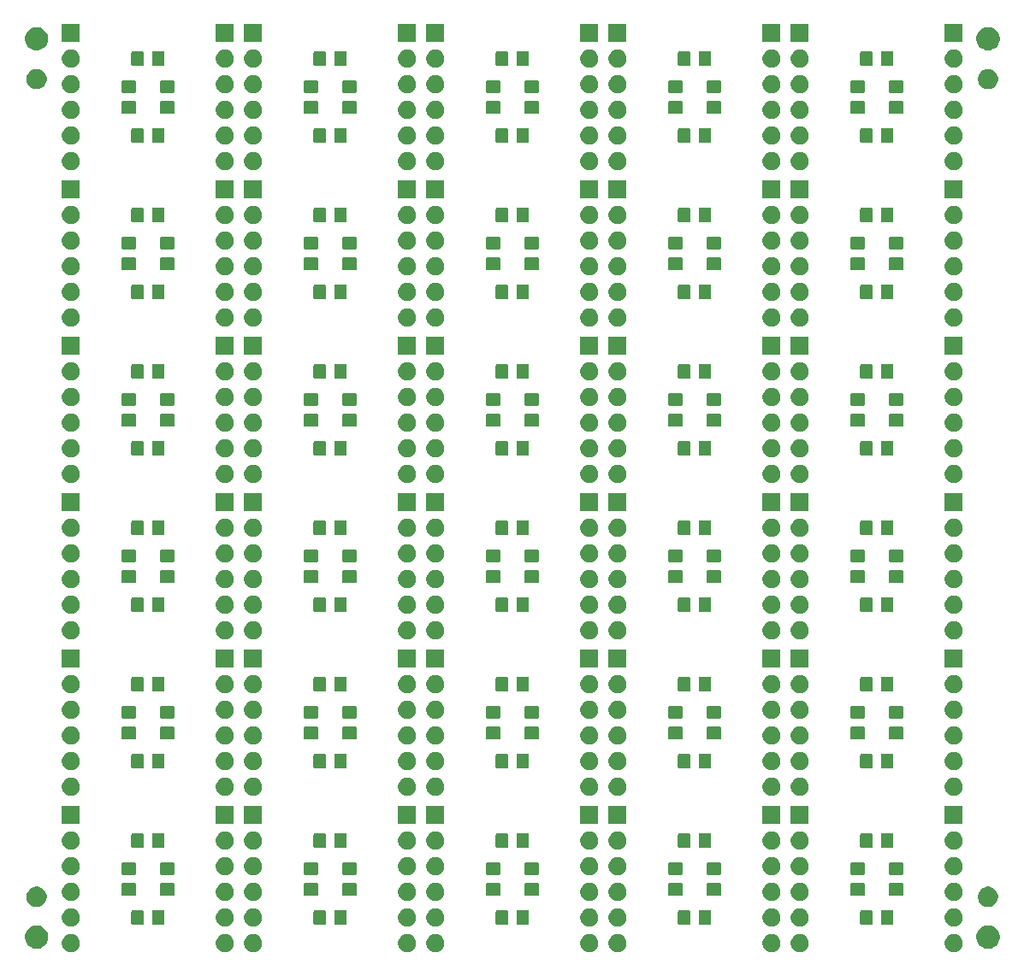
<source format=gbs>
G04 #@! TF.GenerationSoftware,KiCad,Pcbnew,(5.1.5)-3*
G04 #@! TF.CreationDate,2019-12-30T23:01:43-08:00*
G04 #@! TF.ProjectId,hc05-adapter-panel,68633035-2d61-4646-9170-7465722d7061,A*
G04 #@! TF.SameCoordinates,Original*
G04 #@! TF.FileFunction,Soldermask,Bot*
G04 #@! TF.FilePolarity,Negative*
%FSLAX46Y46*%
G04 Gerber Fmt 4.6, Leading zero omitted, Abs format (unit mm)*
G04 Created by KiCad (PCBNEW (5.1.5)-3) date 2019-12-30 23:01:43*
%MOMM*%
%LPD*%
G04 APERTURE LIST*
%ADD10C,0.100000*%
G04 APERTURE END LIST*
D10*
G36*
X189238754Y-134261817D02*
G01*
X189402689Y-134329721D01*
X189550227Y-134428303D01*
X189675697Y-134553773D01*
X189774279Y-134701311D01*
X189842183Y-134865246D01*
X189876800Y-135039279D01*
X189876800Y-135216721D01*
X189842183Y-135390754D01*
X189774279Y-135554689D01*
X189675697Y-135702227D01*
X189550227Y-135827697D01*
X189402689Y-135926279D01*
X189238754Y-135994183D01*
X189064721Y-136028800D01*
X188887279Y-136028800D01*
X188713246Y-135994183D01*
X188549311Y-135926279D01*
X188401773Y-135827697D01*
X188276303Y-135702227D01*
X188177721Y-135554689D01*
X188109817Y-135390754D01*
X188075200Y-135216721D01*
X188075200Y-135039279D01*
X188109817Y-134865246D01*
X188177721Y-134701311D01*
X188276303Y-134553773D01*
X188401773Y-134428303D01*
X188549311Y-134329721D01*
X188713246Y-134261817D01*
X188887279Y-134227200D01*
X189064721Y-134227200D01*
X189238754Y-134261817D01*
G37*
G36*
X173998754Y-134261817D02*
G01*
X174162689Y-134329721D01*
X174310227Y-134428303D01*
X174435697Y-134553773D01*
X174534279Y-134701311D01*
X174602183Y-134865246D01*
X174636800Y-135039279D01*
X174636800Y-135216721D01*
X174602183Y-135390754D01*
X174534279Y-135554689D01*
X174435697Y-135702227D01*
X174310227Y-135827697D01*
X174162689Y-135926279D01*
X173998754Y-135994183D01*
X173824721Y-136028800D01*
X173647279Y-136028800D01*
X173473246Y-135994183D01*
X173309311Y-135926279D01*
X173161773Y-135827697D01*
X173036303Y-135702227D01*
X172937721Y-135554689D01*
X172869817Y-135390754D01*
X172835200Y-135216721D01*
X172835200Y-135039279D01*
X172869817Y-134865246D01*
X172937721Y-134701311D01*
X173036303Y-134553773D01*
X173161773Y-134428303D01*
X173309311Y-134329721D01*
X173473246Y-134261817D01*
X173647279Y-134227200D01*
X173824721Y-134227200D01*
X173998754Y-134261817D01*
G37*
G36*
X155964754Y-134261817D02*
G01*
X156128689Y-134329721D01*
X156276227Y-134428303D01*
X156401697Y-134553773D01*
X156500279Y-134701311D01*
X156568183Y-134865246D01*
X156602800Y-135039279D01*
X156602800Y-135216721D01*
X156568183Y-135390754D01*
X156500279Y-135554689D01*
X156401697Y-135702227D01*
X156276227Y-135827697D01*
X156128689Y-135926279D01*
X155964754Y-135994183D01*
X155790721Y-136028800D01*
X155613279Y-136028800D01*
X155439246Y-135994183D01*
X155275311Y-135926279D01*
X155127773Y-135827697D01*
X155002303Y-135702227D01*
X154903721Y-135554689D01*
X154835817Y-135390754D01*
X154801200Y-135216721D01*
X154801200Y-135039279D01*
X154835817Y-134865246D01*
X154903721Y-134701311D01*
X155002303Y-134553773D01*
X155127773Y-134428303D01*
X155275311Y-134329721D01*
X155439246Y-134261817D01*
X155613279Y-134227200D01*
X155790721Y-134227200D01*
X155964754Y-134261817D01*
G37*
G36*
X137930754Y-134261817D02*
G01*
X138094689Y-134329721D01*
X138242227Y-134428303D01*
X138367697Y-134553773D01*
X138466279Y-134701311D01*
X138534183Y-134865246D01*
X138568800Y-135039279D01*
X138568800Y-135216721D01*
X138534183Y-135390754D01*
X138466279Y-135554689D01*
X138367697Y-135702227D01*
X138242227Y-135827697D01*
X138094689Y-135926279D01*
X137930754Y-135994183D01*
X137756721Y-136028800D01*
X137579279Y-136028800D01*
X137405246Y-135994183D01*
X137241311Y-135926279D01*
X137093773Y-135827697D01*
X136968303Y-135702227D01*
X136869721Y-135554689D01*
X136801817Y-135390754D01*
X136767200Y-135216721D01*
X136767200Y-135039279D01*
X136801817Y-134865246D01*
X136869721Y-134701311D01*
X136968303Y-134553773D01*
X137093773Y-134428303D01*
X137241311Y-134329721D01*
X137405246Y-134261817D01*
X137579279Y-134227200D01*
X137756721Y-134227200D01*
X137930754Y-134261817D01*
G37*
G36*
X119896754Y-134261817D02*
G01*
X120060689Y-134329721D01*
X120208227Y-134428303D01*
X120333697Y-134553773D01*
X120432279Y-134701311D01*
X120500183Y-134865246D01*
X120534800Y-135039279D01*
X120534800Y-135216721D01*
X120500183Y-135390754D01*
X120432279Y-135554689D01*
X120333697Y-135702227D01*
X120208227Y-135827697D01*
X120060689Y-135926279D01*
X119896754Y-135994183D01*
X119722721Y-136028800D01*
X119545279Y-136028800D01*
X119371246Y-135994183D01*
X119207311Y-135926279D01*
X119059773Y-135827697D01*
X118934303Y-135702227D01*
X118835721Y-135554689D01*
X118767817Y-135390754D01*
X118733200Y-135216721D01*
X118733200Y-135039279D01*
X118767817Y-134865246D01*
X118835721Y-134701311D01*
X118934303Y-134553773D01*
X119059773Y-134428303D01*
X119207311Y-134329721D01*
X119371246Y-134261817D01*
X119545279Y-134227200D01*
X119722721Y-134227200D01*
X119896754Y-134261817D01*
G37*
G36*
X171204754Y-134261817D02*
G01*
X171368689Y-134329721D01*
X171516227Y-134428303D01*
X171641697Y-134553773D01*
X171740279Y-134701311D01*
X171808183Y-134865246D01*
X171842800Y-135039279D01*
X171842800Y-135216721D01*
X171808183Y-135390754D01*
X171740279Y-135554689D01*
X171641697Y-135702227D01*
X171516227Y-135827697D01*
X171368689Y-135926279D01*
X171204754Y-135994183D01*
X171030721Y-136028800D01*
X170853279Y-136028800D01*
X170679246Y-135994183D01*
X170515311Y-135926279D01*
X170367773Y-135827697D01*
X170242303Y-135702227D01*
X170143721Y-135554689D01*
X170075817Y-135390754D01*
X170041200Y-135216721D01*
X170041200Y-135039279D01*
X170075817Y-134865246D01*
X170143721Y-134701311D01*
X170242303Y-134553773D01*
X170367773Y-134428303D01*
X170515311Y-134329721D01*
X170679246Y-134261817D01*
X170853279Y-134227200D01*
X171030721Y-134227200D01*
X171204754Y-134261817D01*
G37*
G36*
X153170754Y-134261817D02*
G01*
X153334689Y-134329721D01*
X153482227Y-134428303D01*
X153607697Y-134553773D01*
X153706279Y-134701311D01*
X153774183Y-134865246D01*
X153808800Y-135039279D01*
X153808800Y-135216721D01*
X153774183Y-135390754D01*
X153706279Y-135554689D01*
X153607697Y-135702227D01*
X153482227Y-135827697D01*
X153334689Y-135926279D01*
X153170754Y-135994183D01*
X152996721Y-136028800D01*
X152819279Y-136028800D01*
X152645246Y-135994183D01*
X152481311Y-135926279D01*
X152333773Y-135827697D01*
X152208303Y-135702227D01*
X152109721Y-135554689D01*
X152041817Y-135390754D01*
X152007200Y-135216721D01*
X152007200Y-135039279D01*
X152041817Y-134865246D01*
X152109721Y-134701311D01*
X152208303Y-134553773D01*
X152333773Y-134428303D01*
X152481311Y-134329721D01*
X152645246Y-134261817D01*
X152819279Y-134227200D01*
X152996721Y-134227200D01*
X153170754Y-134261817D01*
G37*
G36*
X135136754Y-134261817D02*
G01*
X135300689Y-134329721D01*
X135448227Y-134428303D01*
X135573697Y-134553773D01*
X135672279Y-134701311D01*
X135740183Y-134865246D01*
X135774800Y-135039279D01*
X135774800Y-135216721D01*
X135740183Y-135390754D01*
X135672279Y-135554689D01*
X135573697Y-135702227D01*
X135448227Y-135827697D01*
X135300689Y-135926279D01*
X135136754Y-135994183D01*
X134962721Y-136028800D01*
X134785279Y-136028800D01*
X134611246Y-135994183D01*
X134447311Y-135926279D01*
X134299773Y-135827697D01*
X134174303Y-135702227D01*
X134075721Y-135554689D01*
X134007817Y-135390754D01*
X133973200Y-135216721D01*
X133973200Y-135039279D01*
X134007817Y-134865246D01*
X134075721Y-134701311D01*
X134174303Y-134553773D01*
X134299773Y-134428303D01*
X134447311Y-134329721D01*
X134611246Y-134261817D01*
X134785279Y-134227200D01*
X134962721Y-134227200D01*
X135136754Y-134261817D01*
G37*
G36*
X101862754Y-134261817D02*
G01*
X102026689Y-134329721D01*
X102174227Y-134428303D01*
X102299697Y-134553773D01*
X102398279Y-134701311D01*
X102466183Y-134865246D01*
X102500800Y-135039279D01*
X102500800Y-135216721D01*
X102466183Y-135390754D01*
X102398279Y-135554689D01*
X102299697Y-135702227D01*
X102174227Y-135827697D01*
X102026689Y-135926279D01*
X101862754Y-135994183D01*
X101688721Y-136028800D01*
X101511279Y-136028800D01*
X101337246Y-135994183D01*
X101173311Y-135926279D01*
X101025773Y-135827697D01*
X100900303Y-135702227D01*
X100801721Y-135554689D01*
X100733817Y-135390754D01*
X100699200Y-135216721D01*
X100699200Y-135039279D01*
X100733817Y-134865246D01*
X100801721Y-134701311D01*
X100900303Y-134553773D01*
X101025773Y-134428303D01*
X101173311Y-134329721D01*
X101337246Y-134261817D01*
X101511279Y-134227200D01*
X101688721Y-134227200D01*
X101862754Y-134261817D01*
G37*
G36*
X117102754Y-134261817D02*
G01*
X117266689Y-134329721D01*
X117414227Y-134428303D01*
X117539697Y-134553773D01*
X117638279Y-134701311D01*
X117706183Y-134865246D01*
X117740800Y-135039279D01*
X117740800Y-135216721D01*
X117706183Y-135390754D01*
X117638279Y-135554689D01*
X117539697Y-135702227D01*
X117414227Y-135827697D01*
X117266689Y-135926279D01*
X117102754Y-135994183D01*
X116928721Y-136028800D01*
X116751279Y-136028800D01*
X116577246Y-135994183D01*
X116413311Y-135926279D01*
X116265773Y-135827697D01*
X116140303Y-135702227D01*
X116041721Y-135554689D01*
X115973817Y-135390754D01*
X115939200Y-135216721D01*
X115939200Y-135039279D01*
X115973817Y-134865246D01*
X116041721Y-134701311D01*
X116140303Y-134553773D01*
X116265773Y-134428303D01*
X116413311Y-134329721D01*
X116577246Y-134261817D01*
X116751279Y-134227200D01*
X116928721Y-134227200D01*
X117102754Y-134261817D01*
G37*
G36*
X98427510Y-133396312D02*
G01*
X98538677Y-133418425D01*
X98748108Y-133505174D01*
X98936593Y-133631115D01*
X99096885Y-133791407D01*
X99222826Y-133979892D01*
X99309575Y-134189323D01*
X99353800Y-134411657D01*
X99353800Y-134638343D01*
X99309575Y-134860677D01*
X99222826Y-135070108D01*
X99096885Y-135258593D01*
X98936593Y-135418885D01*
X98748108Y-135544826D01*
X98538677Y-135631575D01*
X98427510Y-135653688D01*
X98316344Y-135675800D01*
X98089656Y-135675800D01*
X97978490Y-135653688D01*
X97867323Y-135631575D01*
X97657892Y-135544826D01*
X97469407Y-135418885D01*
X97309115Y-135258593D01*
X97183174Y-135070108D01*
X97096425Y-134860677D01*
X97052200Y-134638343D01*
X97052200Y-134411657D01*
X97096425Y-134189323D01*
X97183174Y-133979892D01*
X97309115Y-133791407D01*
X97469407Y-133631115D01*
X97657892Y-133505174D01*
X97867323Y-133418425D01*
X97978490Y-133396312D01*
X98089656Y-133374200D01*
X98316344Y-133374200D01*
X98427510Y-133396312D01*
G37*
G36*
X192597510Y-133396312D02*
G01*
X192708677Y-133418425D01*
X192918108Y-133505174D01*
X193106593Y-133631115D01*
X193266885Y-133791407D01*
X193392826Y-133979892D01*
X193479575Y-134189323D01*
X193523800Y-134411657D01*
X193523800Y-134638343D01*
X193479575Y-134860677D01*
X193392826Y-135070108D01*
X193266885Y-135258593D01*
X193106593Y-135418885D01*
X192918108Y-135544826D01*
X192708677Y-135631575D01*
X192597510Y-135653688D01*
X192486344Y-135675800D01*
X192259656Y-135675800D01*
X192148490Y-135653688D01*
X192037323Y-135631575D01*
X191827892Y-135544826D01*
X191639407Y-135418885D01*
X191479115Y-135258593D01*
X191353174Y-135070108D01*
X191266425Y-134860677D01*
X191222200Y-134638343D01*
X191222200Y-134411657D01*
X191266425Y-134189323D01*
X191353174Y-133979892D01*
X191479115Y-133791407D01*
X191639407Y-133631115D01*
X191827892Y-133505174D01*
X192037323Y-133418425D01*
X192148490Y-133396312D01*
X192259656Y-133374200D01*
X192486344Y-133374200D01*
X192597510Y-133396312D01*
G37*
G36*
X173998754Y-131721817D02*
G01*
X174162689Y-131789721D01*
X174310227Y-131888303D01*
X174435697Y-132013773D01*
X174534279Y-132161311D01*
X174602183Y-132325246D01*
X174636800Y-132499279D01*
X174636800Y-132676721D01*
X174602183Y-132850754D01*
X174534279Y-133014689D01*
X174435697Y-133162227D01*
X174310227Y-133287697D01*
X174162689Y-133386279D01*
X173998754Y-133454183D01*
X173824721Y-133488800D01*
X173647279Y-133488800D01*
X173473246Y-133454183D01*
X173309311Y-133386279D01*
X173161773Y-133287697D01*
X173036303Y-133162227D01*
X172937721Y-133014689D01*
X172869817Y-132850754D01*
X172835200Y-132676721D01*
X172835200Y-132499279D01*
X172869817Y-132325246D01*
X172937721Y-132161311D01*
X173036303Y-132013773D01*
X173161773Y-131888303D01*
X173309311Y-131789721D01*
X173473246Y-131721817D01*
X173647279Y-131687200D01*
X173824721Y-131687200D01*
X173998754Y-131721817D01*
G37*
G36*
X117102754Y-131721817D02*
G01*
X117266689Y-131789721D01*
X117414227Y-131888303D01*
X117539697Y-132013773D01*
X117638279Y-132161311D01*
X117706183Y-132325246D01*
X117740800Y-132499279D01*
X117740800Y-132676721D01*
X117706183Y-132850754D01*
X117638279Y-133014689D01*
X117539697Y-133162227D01*
X117414227Y-133287697D01*
X117266689Y-133386279D01*
X117102754Y-133454183D01*
X116928721Y-133488800D01*
X116751279Y-133488800D01*
X116577246Y-133454183D01*
X116413311Y-133386279D01*
X116265773Y-133287697D01*
X116140303Y-133162227D01*
X116041721Y-133014689D01*
X115973817Y-132850754D01*
X115939200Y-132676721D01*
X115939200Y-132499279D01*
X115973817Y-132325246D01*
X116041721Y-132161311D01*
X116140303Y-132013773D01*
X116265773Y-131888303D01*
X116413311Y-131789721D01*
X116577246Y-131721817D01*
X116751279Y-131687200D01*
X116928721Y-131687200D01*
X117102754Y-131721817D01*
G37*
G36*
X101862754Y-131721817D02*
G01*
X102026689Y-131789721D01*
X102174227Y-131888303D01*
X102299697Y-132013773D01*
X102398279Y-132161311D01*
X102466183Y-132325246D01*
X102500800Y-132499279D01*
X102500800Y-132676721D01*
X102466183Y-132850754D01*
X102398279Y-133014689D01*
X102299697Y-133162227D01*
X102174227Y-133287697D01*
X102026689Y-133386279D01*
X101862754Y-133454183D01*
X101688721Y-133488800D01*
X101511279Y-133488800D01*
X101337246Y-133454183D01*
X101173311Y-133386279D01*
X101025773Y-133287697D01*
X100900303Y-133162227D01*
X100801721Y-133014689D01*
X100733817Y-132850754D01*
X100699200Y-132676721D01*
X100699200Y-132499279D01*
X100733817Y-132325246D01*
X100801721Y-132161311D01*
X100900303Y-132013773D01*
X101025773Y-131888303D01*
X101173311Y-131789721D01*
X101337246Y-131721817D01*
X101511279Y-131687200D01*
X101688721Y-131687200D01*
X101862754Y-131721817D01*
G37*
G36*
X135136754Y-131721817D02*
G01*
X135300689Y-131789721D01*
X135448227Y-131888303D01*
X135573697Y-132013773D01*
X135672279Y-132161311D01*
X135740183Y-132325246D01*
X135774800Y-132499279D01*
X135774800Y-132676721D01*
X135740183Y-132850754D01*
X135672279Y-133014689D01*
X135573697Y-133162227D01*
X135448227Y-133287697D01*
X135300689Y-133386279D01*
X135136754Y-133454183D01*
X134962721Y-133488800D01*
X134785279Y-133488800D01*
X134611246Y-133454183D01*
X134447311Y-133386279D01*
X134299773Y-133287697D01*
X134174303Y-133162227D01*
X134075721Y-133014689D01*
X134007817Y-132850754D01*
X133973200Y-132676721D01*
X133973200Y-132499279D01*
X134007817Y-132325246D01*
X134075721Y-132161311D01*
X134174303Y-132013773D01*
X134299773Y-131888303D01*
X134447311Y-131789721D01*
X134611246Y-131721817D01*
X134785279Y-131687200D01*
X134962721Y-131687200D01*
X135136754Y-131721817D01*
G37*
G36*
X155964754Y-131721817D02*
G01*
X156128689Y-131789721D01*
X156276227Y-131888303D01*
X156401697Y-132013773D01*
X156500279Y-132161311D01*
X156568183Y-132325246D01*
X156602800Y-132499279D01*
X156602800Y-132676721D01*
X156568183Y-132850754D01*
X156500279Y-133014689D01*
X156401697Y-133162227D01*
X156276227Y-133287697D01*
X156128689Y-133386279D01*
X155964754Y-133454183D01*
X155790721Y-133488800D01*
X155613279Y-133488800D01*
X155439246Y-133454183D01*
X155275311Y-133386279D01*
X155127773Y-133287697D01*
X155002303Y-133162227D01*
X154903721Y-133014689D01*
X154835817Y-132850754D01*
X154801200Y-132676721D01*
X154801200Y-132499279D01*
X154835817Y-132325246D01*
X154903721Y-132161311D01*
X155002303Y-132013773D01*
X155127773Y-131888303D01*
X155275311Y-131789721D01*
X155439246Y-131721817D01*
X155613279Y-131687200D01*
X155790721Y-131687200D01*
X155964754Y-131721817D01*
G37*
G36*
X137930754Y-131721817D02*
G01*
X138094689Y-131789721D01*
X138242227Y-131888303D01*
X138367697Y-132013773D01*
X138466279Y-132161311D01*
X138534183Y-132325246D01*
X138568800Y-132499279D01*
X138568800Y-132676721D01*
X138534183Y-132850754D01*
X138466279Y-133014689D01*
X138367697Y-133162227D01*
X138242227Y-133287697D01*
X138094689Y-133386279D01*
X137930754Y-133454183D01*
X137756721Y-133488800D01*
X137579279Y-133488800D01*
X137405246Y-133454183D01*
X137241311Y-133386279D01*
X137093773Y-133287697D01*
X136968303Y-133162227D01*
X136869721Y-133014689D01*
X136801817Y-132850754D01*
X136767200Y-132676721D01*
X136767200Y-132499279D01*
X136801817Y-132325246D01*
X136869721Y-132161311D01*
X136968303Y-132013773D01*
X137093773Y-131888303D01*
X137241311Y-131789721D01*
X137405246Y-131721817D01*
X137579279Y-131687200D01*
X137756721Y-131687200D01*
X137930754Y-131721817D01*
G37*
G36*
X189238754Y-131721817D02*
G01*
X189402689Y-131789721D01*
X189550227Y-131888303D01*
X189675697Y-132013773D01*
X189774279Y-132161311D01*
X189842183Y-132325246D01*
X189876800Y-132499279D01*
X189876800Y-132676721D01*
X189842183Y-132850754D01*
X189774279Y-133014689D01*
X189675697Y-133162227D01*
X189550227Y-133287697D01*
X189402689Y-133386279D01*
X189238754Y-133454183D01*
X189064721Y-133488800D01*
X188887279Y-133488800D01*
X188713246Y-133454183D01*
X188549311Y-133386279D01*
X188401773Y-133287697D01*
X188276303Y-133162227D01*
X188177721Y-133014689D01*
X188109817Y-132850754D01*
X188075200Y-132676721D01*
X188075200Y-132499279D01*
X188109817Y-132325246D01*
X188177721Y-132161311D01*
X188276303Y-132013773D01*
X188401773Y-131888303D01*
X188549311Y-131789721D01*
X188713246Y-131721817D01*
X188887279Y-131687200D01*
X189064721Y-131687200D01*
X189238754Y-131721817D01*
G37*
G36*
X171204754Y-131721817D02*
G01*
X171368689Y-131789721D01*
X171516227Y-131888303D01*
X171641697Y-132013773D01*
X171740279Y-132161311D01*
X171808183Y-132325246D01*
X171842800Y-132499279D01*
X171842800Y-132676721D01*
X171808183Y-132850754D01*
X171740279Y-133014689D01*
X171641697Y-133162227D01*
X171516227Y-133287697D01*
X171368689Y-133386279D01*
X171204754Y-133454183D01*
X171030721Y-133488800D01*
X170853279Y-133488800D01*
X170679246Y-133454183D01*
X170515311Y-133386279D01*
X170367773Y-133287697D01*
X170242303Y-133162227D01*
X170143721Y-133014689D01*
X170075817Y-132850754D01*
X170041200Y-132676721D01*
X170041200Y-132499279D01*
X170075817Y-132325246D01*
X170143721Y-132161311D01*
X170242303Y-132013773D01*
X170367773Y-131888303D01*
X170515311Y-131789721D01*
X170679246Y-131721817D01*
X170853279Y-131687200D01*
X171030721Y-131687200D01*
X171204754Y-131721817D01*
G37*
G36*
X119896754Y-131721817D02*
G01*
X120060689Y-131789721D01*
X120208227Y-131888303D01*
X120333697Y-132013773D01*
X120432279Y-132161311D01*
X120500183Y-132325246D01*
X120534800Y-132499279D01*
X120534800Y-132676721D01*
X120500183Y-132850754D01*
X120432279Y-133014689D01*
X120333697Y-133162227D01*
X120208227Y-133287697D01*
X120060689Y-133386279D01*
X119896754Y-133454183D01*
X119722721Y-133488800D01*
X119545279Y-133488800D01*
X119371246Y-133454183D01*
X119207311Y-133386279D01*
X119059773Y-133287697D01*
X118934303Y-133162227D01*
X118835721Y-133014689D01*
X118767817Y-132850754D01*
X118733200Y-132676721D01*
X118733200Y-132499279D01*
X118767817Y-132325246D01*
X118835721Y-132161311D01*
X118934303Y-132013773D01*
X119059773Y-131888303D01*
X119207311Y-131789721D01*
X119371246Y-131721817D01*
X119545279Y-131687200D01*
X119722721Y-131687200D01*
X119896754Y-131721817D01*
G37*
G36*
X153170754Y-131721817D02*
G01*
X153334689Y-131789721D01*
X153482227Y-131888303D01*
X153607697Y-132013773D01*
X153706279Y-132161311D01*
X153774183Y-132325246D01*
X153808800Y-132499279D01*
X153808800Y-132676721D01*
X153774183Y-132850754D01*
X153706279Y-133014689D01*
X153607697Y-133162227D01*
X153482227Y-133287697D01*
X153334689Y-133386279D01*
X153170754Y-133454183D01*
X152996721Y-133488800D01*
X152819279Y-133488800D01*
X152645246Y-133454183D01*
X152481311Y-133386279D01*
X152333773Y-133287697D01*
X152208303Y-133162227D01*
X152109721Y-133014689D01*
X152041817Y-132850754D01*
X152007200Y-132676721D01*
X152007200Y-132499279D01*
X152041817Y-132325246D01*
X152109721Y-132161311D01*
X152208303Y-132013773D01*
X152333773Y-131888303D01*
X152481311Y-131789721D01*
X152645246Y-131721817D01*
X152819279Y-131687200D01*
X152996721Y-131687200D01*
X153170754Y-131721817D01*
G37*
G36*
X126696949Y-131838150D02*
G01*
X126734414Y-131849515D01*
X126768938Y-131867969D01*
X126799198Y-131892802D01*
X126824031Y-131923062D01*
X126842485Y-131957586D01*
X126853850Y-131995051D01*
X126858300Y-132040238D01*
X126858300Y-133128762D01*
X126853850Y-133173949D01*
X126842485Y-133211414D01*
X126824031Y-133245938D01*
X126799198Y-133276198D01*
X126768938Y-133301031D01*
X126734414Y-133319485D01*
X126696949Y-133330850D01*
X126651762Y-133335300D01*
X125813238Y-133335300D01*
X125768051Y-133330850D01*
X125730586Y-133319485D01*
X125696062Y-133301031D01*
X125665802Y-133276198D01*
X125640969Y-133245938D01*
X125622515Y-133211414D01*
X125611150Y-133173949D01*
X125606700Y-133128762D01*
X125606700Y-132040238D01*
X125611150Y-131995051D01*
X125622515Y-131957586D01*
X125640969Y-131923062D01*
X125665802Y-131892802D01*
X125696062Y-131867969D01*
X125730586Y-131849515D01*
X125768051Y-131838150D01*
X125813238Y-131833700D01*
X126651762Y-131833700D01*
X126696949Y-131838150D01*
G37*
G36*
X182848949Y-131838150D02*
G01*
X182886414Y-131849515D01*
X182920938Y-131867969D01*
X182951198Y-131892802D01*
X182976031Y-131923062D01*
X182994485Y-131957586D01*
X183005850Y-131995051D01*
X183010300Y-132040238D01*
X183010300Y-133128762D01*
X183005850Y-133173949D01*
X182994485Y-133211414D01*
X182976031Y-133245938D01*
X182951198Y-133276198D01*
X182920938Y-133301031D01*
X182886414Y-133319485D01*
X182848949Y-133330850D01*
X182803762Y-133335300D01*
X181965238Y-133335300D01*
X181920051Y-133330850D01*
X181882586Y-133319485D01*
X181848062Y-133301031D01*
X181817802Y-133276198D01*
X181792969Y-133245938D01*
X181774515Y-133211414D01*
X181763150Y-133173949D01*
X181758700Y-133128762D01*
X181758700Y-132040238D01*
X181763150Y-131995051D01*
X181774515Y-131957586D01*
X181792969Y-131923062D01*
X181817802Y-131892802D01*
X181848062Y-131867969D01*
X181882586Y-131849515D01*
X181920051Y-131838150D01*
X181965238Y-131833700D01*
X182803762Y-131833700D01*
X182848949Y-131838150D01*
G37*
G36*
X180798949Y-131838150D02*
G01*
X180836414Y-131849515D01*
X180870938Y-131867969D01*
X180901198Y-131892802D01*
X180926031Y-131923062D01*
X180944485Y-131957586D01*
X180955850Y-131995051D01*
X180960300Y-132040238D01*
X180960300Y-133128762D01*
X180955850Y-133173949D01*
X180944485Y-133211414D01*
X180926031Y-133245938D01*
X180901198Y-133276198D01*
X180870938Y-133301031D01*
X180836414Y-133319485D01*
X180798949Y-133330850D01*
X180753762Y-133335300D01*
X179915238Y-133335300D01*
X179870051Y-133330850D01*
X179832586Y-133319485D01*
X179798062Y-133301031D01*
X179767802Y-133276198D01*
X179742969Y-133245938D01*
X179724515Y-133211414D01*
X179713150Y-133173949D01*
X179708700Y-133128762D01*
X179708700Y-132040238D01*
X179713150Y-131995051D01*
X179724515Y-131957586D01*
X179742969Y-131923062D01*
X179767802Y-131892802D01*
X179798062Y-131867969D01*
X179832586Y-131849515D01*
X179870051Y-131838150D01*
X179915238Y-131833700D01*
X180753762Y-131833700D01*
X180798949Y-131838150D01*
G37*
G36*
X110712949Y-131838150D02*
G01*
X110750414Y-131849515D01*
X110784938Y-131867969D01*
X110815198Y-131892802D01*
X110840031Y-131923062D01*
X110858485Y-131957586D01*
X110869850Y-131995051D01*
X110874300Y-132040238D01*
X110874300Y-133128762D01*
X110869850Y-133173949D01*
X110858485Y-133211414D01*
X110840031Y-133245938D01*
X110815198Y-133276198D01*
X110784938Y-133301031D01*
X110750414Y-133319485D01*
X110712949Y-133330850D01*
X110667762Y-133335300D01*
X109829238Y-133335300D01*
X109784051Y-133330850D01*
X109746586Y-133319485D01*
X109712062Y-133301031D01*
X109681802Y-133276198D01*
X109656969Y-133245938D01*
X109638515Y-133211414D01*
X109627150Y-133173949D01*
X109622700Y-133128762D01*
X109622700Y-132040238D01*
X109627150Y-131995051D01*
X109638515Y-131957586D01*
X109656969Y-131923062D01*
X109681802Y-131892802D01*
X109712062Y-131867969D01*
X109746586Y-131849515D01*
X109784051Y-131838150D01*
X109829238Y-131833700D01*
X110667762Y-131833700D01*
X110712949Y-131838150D01*
G37*
G36*
X128746949Y-131838150D02*
G01*
X128784414Y-131849515D01*
X128818938Y-131867969D01*
X128849198Y-131892802D01*
X128874031Y-131923062D01*
X128892485Y-131957586D01*
X128903850Y-131995051D01*
X128908300Y-132040238D01*
X128908300Y-133128762D01*
X128903850Y-133173949D01*
X128892485Y-133211414D01*
X128874031Y-133245938D01*
X128849198Y-133276198D01*
X128818938Y-133301031D01*
X128784414Y-133319485D01*
X128746949Y-133330850D01*
X128701762Y-133335300D01*
X127863238Y-133335300D01*
X127818051Y-133330850D01*
X127780586Y-133319485D01*
X127746062Y-133301031D01*
X127715802Y-133276198D01*
X127690969Y-133245938D01*
X127672515Y-133211414D01*
X127661150Y-133173949D01*
X127656700Y-133128762D01*
X127656700Y-132040238D01*
X127661150Y-131995051D01*
X127672515Y-131957586D01*
X127690969Y-131923062D01*
X127715802Y-131892802D01*
X127746062Y-131867969D01*
X127780586Y-131849515D01*
X127818051Y-131838150D01*
X127863238Y-131833700D01*
X128701762Y-131833700D01*
X128746949Y-131838150D01*
G37*
G36*
X108662949Y-131838150D02*
G01*
X108700414Y-131849515D01*
X108734938Y-131867969D01*
X108765198Y-131892802D01*
X108790031Y-131923062D01*
X108808485Y-131957586D01*
X108819850Y-131995051D01*
X108824300Y-132040238D01*
X108824300Y-133128762D01*
X108819850Y-133173949D01*
X108808485Y-133211414D01*
X108790031Y-133245938D01*
X108765198Y-133276198D01*
X108734938Y-133301031D01*
X108700414Y-133319485D01*
X108662949Y-133330850D01*
X108617762Y-133335300D01*
X107779238Y-133335300D01*
X107734051Y-133330850D01*
X107696586Y-133319485D01*
X107662062Y-133301031D01*
X107631802Y-133276198D01*
X107606969Y-133245938D01*
X107588515Y-133211414D01*
X107577150Y-133173949D01*
X107572700Y-133128762D01*
X107572700Y-132040238D01*
X107577150Y-131995051D01*
X107588515Y-131957586D01*
X107606969Y-131923062D01*
X107631802Y-131892802D01*
X107662062Y-131867969D01*
X107696586Y-131849515D01*
X107734051Y-131838150D01*
X107779238Y-131833700D01*
X108617762Y-131833700D01*
X108662949Y-131838150D01*
G37*
G36*
X146780949Y-131838150D02*
G01*
X146818414Y-131849515D01*
X146852938Y-131867969D01*
X146883198Y-131892802D01*
X146908031Y-131923062D01*
X146926485Y-131957586D01*
X146937850Y-131995051D01*
X146942300Y-132040238D01*
X146942300Y-133128762D01*
X146937850Y-133173949D01*
X146926485Y-133211414D01*
X146908031Y-133245938D01*
X146883198Y-133276198D01*
X146852938Y-133301031D01*
X146818414Y-133319485D01*
X146780949Y-133330850D01*
X146735762Y-133335300D01*
X145897238Y-133335300D01*
X145852051Y-133330850D01*
X145814586Y-133319485D01*
X145780062Y-133301031D01*
X145749802Y-133276198D01*
X145724969Y-133245938D01*
X145706515Y-133211414D01*
X145695150Y-133173949D01*
X145690700Y-133128762D01*
X145690700Y-132040238D01*
X145695150Y-131995051D01*
X145706515Y-131957586D01*
X145724969Y-131923062D01*
X145749802Y-131892802D01*
X145780062Y-131867969D01*
X145814586Y-131849515D01*
X145852051Y-131838150D01*
X145897238Y-131833700D01*
X146735762Y-131833700D01*
X146780949Y-131838150D01*
G37*
G36*
X162764949Y-131838150D02*
G01*
X162802414Y-131849515D01*
X162836938Y-131867969D01*
X162867198Y-131892802D01*
X162892031Y-131923062D01*
X162910485Y-131957586D01*
X162921850Y-131995051D01*
X162926300Y-132040238D01*
X162926300Y-133128762D01*
X162921850Y-133173949D01*
X162910485Y-133211414D01*
X162892031Y-133245938D01*
X162867198Y-133276198D01*
X162836938Y-133301031D01*
X162802414Y-133319485D01*
X162764949Y-133330850D01*
X162719762Y-133335300D01*
X161881238Y-133335300D01*
X161836051Y-133330850D01*
X161798586Y-133319485D01*
X161764062Y-133301031D01*
X161733802Y-133276198D01*
X161708969Y-133245938D01*
X161690515Y-133211414D01*
X161679150Y-133173949D01*
X161674700Y-133128762D01*
X161674700Y-132040238D01*
X161679150Y-131995051D01*
X161690515Y-131957586D01*
X161708969Y-131923062D01*
X161733802Y-131892802D01*
X161764062Y-131867969D01*
X161798586Y-131849515D01*
X161836051Y-131838150D01*
X161881238Y-131833700D01*
X162719762Y-131833700D01*
X162764949Y-131838150D01*
G37*
G36*
X164814949Y-131838150D02*
G01*
X164852414Y-131849515D01*
X164886938Y-131867969D01*
X164917198Y-131892802D01*
X164942031Y-131923062D01*
X164960485Y-131957586D01*
X164971850Y-131995051D01*
X164976300Y-132040238D01*
X164976300Y-133128762D01*
X164971850Y-133173949D01*
X164960485Y-133211414D01*
X164942031Y-133245938D01*
X164917198Y-133276198D01*
X164886938Y-133301031D01*
X164852414Y-133319485D01*
X164814949Y-133330850D01*
X164769762Y-133335300D01*
X163931238Y-133335300D01*
X163886051Y-133330850D01*
X163848586Y-133319485D01*
X163814062Y-133301031D01*
X163783802Y-133276198D01*
X163758969Y-133245938D01*
X163740515Y-133211414D01*
X163729150Y-133173949D01*
X163724700Y-133128762D01*
X163724700Y-132040238D01*
X163729150Y-131995051D01*
X163740515Y-131957586D01*
X163758969Y-131923062D01*
X163783802Y-131892802D01*
X163814062Y-131867969D01*
X163848586Y-131849515D01*
X163886051Y-131838150D01*
X163931238Y-131833700D01*
X164769762Y-131833700D01*
X164814949Y-131838150D01*
G37*
G36*
X144730949Y-131838150D02*
G01*
X144768414Y-131849515D01*
X144802938Y-131867969D01*
X144833198Y-131892802D01*
X144858031Y-131923062D01*
X144876485Y-131957586D01*
X144887850Y-131995051D01*
X144892300Y-132040238D01*
X144892300Y-133128762D01*
X144887850Y-133173949D01*
X144876485Y-133211414D01*
X144858031Y-133245938D01*
X144833198Y-133276198D01*
X144802938Y-133301031D01*
X144768414Y-133319485D01*
X144730949Y-133330850D01*
X144685762Y-133335300D01*
X143847238Y-133335300D01*
X143802051Y-133330850D01*
X143764586Y-133319485D01*
X143730062Y-133301031D01*
X143699802Y-133276198D01*
X143674969Y-133245938D01*
X143656515Y-133211414D01*
X143645150Y-133173949D01*
X143640700Y-133128762D01*
X143640700Y-132040238D01*
X143645150Y-131995051D01*
X143656515Y-131957586D01*
X143674969Y-131923062D01*
X143699802Y-131892802D01*
X143730062Y-131867969D01*
X143764586Y-131849515D01*
X143802051Y-131838150D01*
X143847238Y-131833700D01*
X144685762Y-131833700D01*
X144730949Y-131838150D01*
G37*
G36*
X98494689Y-129563429D02*
G01*
X98676678Y-129638811D01*
X98840463Y-129748249D01*
X98979751Y-129887537D01*
X99089189Y-130051322D01*
X99164571Y-130233311D01*
X99203000Y-130426509D01*
X99203000Y-130623491D01*
X99164571Y-130816689D01*
X99089189Y-130998678D01*
X98979751Y-131162463D01*
X98840463Y-131301751D01*
X98676678Y-131411189D01*
X98494689Y-131486571D01*
X98301491Y-131525000D01*
X98104509Y-131525000D01*
X97911311Y-131486571D01*
X97729322Y-131411189D01*
X97565537Y-131301751D01*
X97426249Y-131162463D01*
X97316811Y-130998678D01*
X97241429Y-130816689D01*
X97203000Y-130623491D01*
X97203000Y-130426509D01*
X97241429Y-130233311D01*
X97316811Y-130051322D01*
X97426249Y-129887537D01*
X97565537Y-129748249D01*
X97729322Y-129638811D01*
X97911311Y-129563429D01*
X98104509Y-129525000D01*
X98301491Y-129525000D01*
X98494689Y-129563429D01*
G37*
G36*
X192664689Y-129563429D02*
G01*
X192846678Y-129638811D01*
X193010463Y-129748249D01*
X193149751Y-129887537D01*
X193259189Y-130051322D01*
X193334571Y-130233311D01*
X193373000Y-130426509D01*
X193373000Y-130623491D01*
X193334571Y-130816689D01*
X193259189Y-130998678D01*
X193149751Y-131162463D01*
X193010463Y-131301751D01*
X192846678Y-131411189D01*
X192664689Y-131486571D01*
X192471491Y-131525000D01*
X192274509Y-131525000D01*
X192081311Y-131486571D01*
X191899322Y-131411189D01*
X191735537Y-131301751D01*
X191596249Y-131162463D01*
X191486811Y-130998678D01*
X191411429Y-130816689D01*
X191373000Y-130623491D01*
X191373000Y-130426509D01*
X191411429Y-130233311D01*
X191486811Y-130051322D01*
X191596249Y-129887537D01*
X191735537Y-129748249D01*
X191899322Y-129638811D01*
X192081311Y-129563429D01*
X192274509Y-129525000D01*
X192471491Y-129525000D01*
X192664689Y-129563429D01*
G37*
G36*
X101862754Y-129181817D02*
G01*
X102026689Y-129249721D01*
X102174227Y-129348303D01*
X102299697Y-129473773D01*
X102398279Y-129621311D01*
X102466183Y-129785246D01*
X102500800Y-129959279D01*
X102500800Y-130136721D01*
X102466183Y-130310754D01*
X102398279Y-130474689D01*
X102299697Y-130622227D01*
X102174227Y-130747697D01*
X102026689Y-130846279D01*
X101862754Y-130914183D01*
X101688721Y-130948800D01*
X101511279Y-130948800D01*
X101337246Y-130914183D01*
X101173311Y-130846279D01*
X101025773Y-130747697D01*
X100900303Y-130622227D01*
X100801721Y-130474689D01*
X100733817Y-130310754D01*
X100699200Y-130136721D01*
X100699200Y-129959279D01*
X100733817Y-129785246D01*
X100801721Y-129621311D01*
X100900303Y-129473773D01*
X101025773Y-129348303D01*
X101173311Y-129249721D01*
X101337246Y-129181817D01*
X101511279Y-129147200D01*
X101688721Y-129147200D01*
X101862754Y-129181817D01*
G37*
G36*
X155964754Y-129181817D02*
G01*
X156128689Y-129249721D01*
X156276227Y-129348303D01*
X156401697Y-129473773D01*
X156500279Y-129621311D01*
X156568183Y-129785246D01*
X156602800Y-129959279D01*
X156602800Y-130136721D01*
X156568183Y-130310754D01*
X156500279Y-130474689D01*
X156401697Y-130622227D01*
X156276227Y-130747697D01*
X156128689Y-130846279D01*
X155964754Y-130914183D01*
X155790721Y-130948800D01*
X155613279Y-130948800D01*
X155439246Y-130914183D01*
X155275311Y-130846279D01*
X155127773Y-130747697D01*
X155002303Y-130622227D01*
X154903721Y-130474689D01*
X154835817Y-130310754D01*
X154801200Y-130136721D01*
X154801200Y-129959279D01*
X154835817Y-129785246D01*
X154903721Y-129621311D01*
X155002303Y-129473773D01*
X155127773Y-129348303D01*
X155275311Y-129249721D01*
X155439246Y-129181817D01*
X155613279Y-129147200D01*
X155790721Y-129147200D01*
X155964754Y-129181817D01*
G37*
G36*
X119896754Y-129181817D02*
G01*
X120060689Y-129249721D01*
X120208227Y-129348303D01*
X120333697Y-129473773D01*
X120432279Y-129621311D01*
X120500183Y-129785246D01*
X120534800Y-129959279D01*
X120534800Y-130136721D01*
X120500183Y-130310754D01*
X120432279Y-130474689D01*
X120333697Y-130622227D01*
X120208227Y-130747697D01*
X120060689Y-130846279D01*
X119896754Y-130914183D01*
X119722721Y-130948800D01*
X119545279Y-130948800D01*
X119371246Y-130914183D01*
X119207311Y-130846279D01*
X119059773Y-130747697D01*
X118934303Y-130622227D01*
X118835721Y-130474689D01*
X118767817Y-130310754D01*
X118733200Y-130136721D01*
X118733200Y-129959279D01*
X118767817Y-129785246D01*
X118835721Y-129621311D01*
X118934303Y-129473773D01*
X119059773Y-129348303D01*
X119207311Y-129249721D01*
X119371246Y-129181817D01*
X119545279Y-129147200D01*
X119722721Y-129147200D01*
X119896754Y-129181817D01*
G37*
G36*
X173998754Y-129181817D02*
G01*
X174162689Y-129249721D01*
X174310227Y-129348303D01*
X174435697Y-129473773D01*
X174534279Y-129621311D01*
X174602183Y-129785246D01*
X174636800Y-129959279D01*
X174636800Y-130136721D01*
X174602183Y-130310754D01*
X174534279Y-130474689D01*
X174435697Y-130622227D01*
X174310227Y-130747697D01*
X174162689Y-130846279D01*
X173998754Y-130914183D01*
X173824721Y-130948800D01*
X173647279Y-130948800D01*
X173473246Y-130914183D01*
X173309311Y-130846279D01*
X173161773Y-130747697D01*
X173036303Y-130622227D01*
X172937721Y-130474689D01*
X172869817Y-130310754D01*
X172835200Y-130136721D01*
X172835200Y-129959279D01*
X172869817Y-129785246D01*
X172937721Y-129621311D01*
X173036303Y-129473773D01*
X173161773Y-129348303D01*
X173309311Y-129249721D01*
X173473246Y-129181817D01*
X173647279Y-129147200D01*
X173824721Y-129147200D01*
X173998754Y-129181817D01*
G37*
G36*
X117102754Y-129181817D02*
G01*
X117266689Y-129249721D01*
X117414227Y-129348303D01*
X117539697Y-129473773D01*
X117638279Y-129621311D01*
X117706183Y-129785246D01*
X117740800Y-129959279D01*
X117740800Y-130136721D01*
X117706183Y-130310754D01*
X117638279Y-130474689D01*
X117539697Y-130622227D01*
X117414227Y-130747697D01*
X117266689Y-130846279D01*
X117102754Y-130914183D01*
X116928721Y-130948800D01*
X116751279Y-130948800D01*
X116577246Y-130914183D01*
X116413311Y-130846279D01*
X116265773Y-130747697D01*
X116140303Y-130622227D01*
X116041721Y-130474689D01*
X115973817Y-130310754D01*
X115939200Y-130136721D01*
X115939200Y-129959279D01*
X115973817Y-129785246D01*
X116041721Y-129621311D01*
X116140303Y-129473773D01*
X116265773Y-129348303D01*
X116413311Y-129249721D01*
X116577246Y-129181817D01*
X116751279Y-129147200D01*
X116928721Y-129147200D01*
X117102754Y-129181817D01*
G37*
G36*
X189238754Y-129181817D02*
G01*
X189402689Y-129249721D01*
X189550227Y-129348303D01*
X189675697Y-129473773D01*
X189774279Y-129621311D01*
X189842183Y-129785246D01*
X189876800Y-129959279D01*
X189876800Y-130136721D01*
X189842183Y-130310754D01*
X189774279Y-130474689D01*
X189675697Y-130622227D01*
X189550227Y-130747697D01*
X189402689Y-130846279D01*
X189238754Y-130914183D01*
X189064721Y-130948800D01*
X188887279Y-130948800D01*
X188713246Y-130914183D01*
X188549311Y-130846279D01*
X188401773Y-130747697D01*
X188276303Y-130622227D01*
X188177721Y-130474689D01*
X188109817Y-130310754D01*
X188075200Y-130136721D01*
X188075200Y-129959279D01*
X188109817Y-129785246D01*
X188177721Y-129621311D01*
X188276303Y-129473773D01*
X188401773Y-129348303D01*
X188549311Y-129249721D01*
X188713246Y-129181817D01*
X188887279Y-129147200D01*
X189064721Y-129147200D01*
X189238754Y-129181817D01*
G37*
G36*
X171204754Y-129181817D02*
G01*
X171368689Y-129249721D01*
X171516227Y-129348303D01*
X171641697Y-129473773D01*
X171740279Y-129621311D01*
X171808183Y-129785246D01*
X171842800Y-129959279D01*
X171842800Y-130136721D01*
X171808183Y-130310754D01*
X171740279Y-130474689D01*
X171641697Y-130622227D01*
X171516227Y-130747697D01*
X171368689Y-130846279D01*
X171204754Y-130914183D01*
X171030721Y-130948800D01*
X170853279Y-130948800D01*
X170679246Y-130914183D01*
X170515311Y-130846279D01*
X170367773Y-130747697D01*
X170242303Y-130622227D01*
X170143721Y-130474689D01*
X170075817Y-130310754D01*
X170041200Y-130136721D01*
X170041200Y-129959279D01*
X170075817Y-129785246D01*
X170143721Y-129621311D01*
X170242303Y-129473773D01*
X170367773Y-129348303D01*
X170515311Y-129249721D01*
X170679246Y-129181817D01*
X170853279Y-129147200D01*
X171030721Y-129147200D01*
X171204754Y-129181817D01*
G37*
G36*
X153170754Y-129181817D02*
G01*
X153334689Y-129249721D01*
X153482227Y-129348303D01*
X153607697Y-129473773D01*
X153706279Y-129621311D01*
X153774183Y-129785246D01*
X153808800Y-129959279D01*
X153808800Y-130136721D01*
X153774183Y-130310754D01*
X153706279Y-130474689D01*
X153607697Y-130622227D01*
X153482227Y-130747697D01*
X153334689Y-130846279D01*
X153170754Y-130914183D01*
X152996721Y-130948800D01*
X152819279Y-130948800D01*
X152645246Y-130914183D01*
X152481311Y-130846279D01*
X152333773Y-130747697D01*
X152208303Y-130622227D01*
X152109721Y-130474689D01*
X152041817Y-130310754D01*
X152007200Y-130136721D01*
X152007200Y-129959279D01*
X152041817Y-129785246D01*
X152109721Y-129621311D01*
X152208303Y-129473773D01*
X152333773Y-129348303D01*
X152481311Y-129249721D01*
X152645246Y-129181817D01*
X152819279Y-129147200D01*
X152996721Y-129147200D01*
X153170754Y-129181817D01*
G37*
G36*
X135136754Y-129181817D02*
G01*
X135300689Y-129249721D01*
X135448227Y-129348303D01*
X135573697Y-129473773D01*
X135672279Y-129621311D01*
X135740183Y-129785246D01*
X135774800Y-129959279D01*
X135774800Y-130136721D01*
X135740183Y-130310754D01*
X135672279Y-130474689D01*
X135573697Y-130622227D01*
X135448227Y-130747697D01*
X135300689Y-130846279D01*
X135136754Y-130914183D01*
X134962721Y-130948800D01*
X134785279Y-130948800D01*
X134611246Y-130914183D01*
X134447311Y-130846279D01*
X134299773Y-130747697D01*
X134174303Y-130622227D01*
X134075721Y-130474689D01*
X134007817Y-130310754D01*
X133973200Y-130136721D01*
X133973200Y-129959279D01*
X134007817Y-129785246D01*
X134075721Y-129621311D01*
X134174303Y-129473773D01*
X134299773Y-129348303D01*
X134447311Y-129249721D01*
X134611246Y-129181817D01*
X134785279Y-129147200D01*
X134962721Y-129147200D01*
X135136754Y-129181817D01*
G37*
G36*
X137930754Y-129181817D02*
G01*
X138094689Y-129249721D01*
X138242227Y-129348303D01*
X138367697Y-129473773D01*
X138466279Y-129621311D01*
X138534183Y-129785246D01*
X138568800Y-129959279D01*
X138568800Y-130136721D01*
X138534183Y-130310754D01*
X138466279Y-130474689D01*
X138367697Y-130622227D01*
X138242227Y-130747697D01*
X138094689Y-130846279D01*
X137930754Y-130914183D01*
X137756721Y-130948800D01*
X137579279Y-130948800D01*
X137405246Y-130914183D01*
X137241311Y-130846279D01*
X137093773Y-130747697D01*
X136968303Y-130622227D01*
X136869721Y-130474689D01*
X136801817Y-130310754D01*
X136767200Y-130136721D01*
X136767200Y-129959279D01*
X136801817Y-129785246D01*
X136869721Y-129621311D01*
X136968303Y-129473773D01*
X137093773Y-129348303D01*
X137241311Y-129249721D01*
X137405246Y-129181817D01*
X137579279Y-129147200D01*
X137756721Y-129147200D01*
X137930754Y-129181817D01*
G37*
G36*
X165819949Y-129178150D02*
G01*
X165857414Y-129189515D01*
X165891938Y-129207969D01*
X165922198Y-129232802D01*
X165947031Y-129263062D01*
X165965485Y-129297586D01*
X165976850Y-129335051D01*
X165981300Y-129380238D01*
X165981300Y-130218762D01*
X165976850Y-130263949D01*
X165965485Y-130301414D01*
X165947031Y-130335938D01*
X165922198Y-130366198D01*
X165891938Y-130391031D01*
X165857414Y-130409485D01*
X165819949Y-130420850D01*
X165774762Y-130425300D01*
X164686238Y-130425300D01*
X164641051Y-130420850D01*
X164603586Y-130409485D01*
X164569062Y-130391031D01*
X164538802Y-130366198D01*
X164513969Y-130335938D01*
X164495515Y-130301414D01*
X164484150Y-130263949D01*
X164479700Y-130218762D01*
X164479700Y-129380238D01*
X164484150Y-129335051D01*
X164495515Y-129297586D01*
X164513969Y-129263062D01*
X164538802Y-129232802D01*
X164569062Y-129207969D01*
X164603586Y-129189515D01*
X164641051Y-129178150D01*
X164686238Y-129173700D01*
X165774762Y-129173700D01*
X165819949Y-129178150D01*
G37*
G36*
X125941949Y-129178150D02*
G01*
X125979414Y-129189515D01*
X126013938Y-129207969D01*
X126044198Y-129232802D01*
X126069031Y-129263062D01*
X126087485Y-129297586D01*
X126098850Y-129335051D01*
X126103300Y-129380238D01*
X126103300Y-130218762D01*
X126098850Y-130263949D01*
X126087485Y-130301414D01*
X126069031Y-130335938D01*
X126044198Y-130366198D01*
X126013938Y-130391031D01*
X125979414Y-130409485D01*
X125941949Y-130420850D01*
X125896762Y-130425300D01*
X124808238Y-130425300D01*
X124763051Y-130420850D01*
X124725586Y-130409485D01*
X124691062Y-130391031D01*
X124660802Y-130366198D01*
X124635969Y-130335938D01*
X124617515Y-130301414D01*
X124606150Y-130263949D01*
X124601700Y-130218762D01*
X124601700Y-129380238D01*
X124606150Y-129335051D01*
X124617515Y-129297586D01*
X124635969Y-129263062D01*
X124660802Y-129232802D01*
X124691062Y-129207969D01*
X124725586Y-129189515D01*
X124763051Y-129178150D01*
X124808238Y-129173700D01*
X125896762Y-129173700D01*
X125941949Y-129178150D01*
G37*
G36*
X111717949Y-129178150D02*
G01*
X111755414Y-129189515D01*
X111789938Y-129207969D01*
X111820198Y-129232802D01*
X111845031Y-129263062D01*
X111863485Y-129297586D01*
X111874850Y-129335051D01*
X111879300Y-129380238D01*
X111879300Y-130218762D01*
X111874850Y-130263949D01*
X111863485Y-130301414D01*
X111845031Y-130335938D01*
X111820198Y-130366198D01*
X111789938Y-130391031D01*
X111755414Y-130409485D01*
X111717949Y-130420850D01*
X111672762Y-130425300D01*
X110584238Y-130425300D01*
X110539051Y-130420850D01*
X110501586Y-130409485D01*
X110467062Y-130391031D01*
X110436802Y-130366198D01*
X110411969Y-130335938D01*
X110393515Y-130301414D01*
X110382150Y-130263949D01*
X110377700Y-130218762D01*
X110377700Y-129380238D01*
X110382150Y-129335051D01*
X110393515Y-129297586D01*
X110411969Y-129263062D01*
X110436802Y-129232802D01*
X110467062Y-129207969D01*
X110501586Y-129189515D01*
X110539051Y-129178150D01*
X110584238Y-129173700D01*
X111672762Y-129173700D01*
X111717949Y-129178150D01*
G37*
G36*
X107907949Y-129178150D02*
G01*
X107945414Y-129189515D01*
X107979938Y-129207969D01*
X108010198Y-129232802D01*
X108035031Y-129263062D01*
X108053485Y-129297586D01*
X108064850Y-129335051D01*
X108069300Y-129380238D01*
X108069300Y-130218762D01*
X108064850Y-130263949D01*
X108053485Y-130301414D01*
X108035031Y-130335938D01*
X108010198Y-130366198D01*
X107979938Y-130391031D01*
X107945414Y-130409485D01*
X107907949Y-130420850D01*
X107862762Y-130425300D01*
X106774238Y-130425300D01*
X106729051Y-130420850D01*
X106691586Y-130409485D01*
X106657062Y-130391031D01*
X106626802Y-130366198D01*
X106601969Y-130335938D01*
X106583515Y-130301414D01*
X106572150Y-130263949D01*
X106567700Y-130218762D01*
X106567700Y-129380238D01*
X106572150Y-129335051D01*
X106583515Y-129297586D01*
X106601969Y-129263062D01*
X106626802Y-129232802D01*
X106657062Y-129207969D01*
X106691586Y-129189515D01*
X106729051Y-129178150D01*
X106774238Y-129173700D01*
X107862762Y-129173700D01*
X107907949Y-129178150D01*
G37*
G36*
X183853949Y-129178150D02*
G01*
X183891414Y-129189515D01*
X183925938Y-129207969D01*
X183956198Y-129232802D01*
X183981031Y-129263062D01*
X183999485Y-129297586D01*
X184010850Y-129335051D01*
X184015300Y-129380238D01*
X184015300Y-130218762D01*
X184010850Y-130263949D01*
X183999485Y-130301414D01*
X183981031Y-130335938D01*
X183956198Y-130366198D01*
X183925938Y-130391031D01*
X183891414Y-130409485D01*
X183853949Y-130420850D01*
X183808762Y-130425300D01*
X182720238Y-130425300D01*
X182675051Y-130420850D01*
X182637586Y-130409485D01*
X182603062Y-130391031D01*
X182572802Y-130366198D01*
X182547969Y-130335938D01*
X182529515Y-130301414D01*
X182518150Y-130263949D01*
X182513700Y-130218762D01*
X182513700Y-129380238D01*
X182518150Y-129335051D01*
X182529515Y-129297586D01*
X182547969Y-129263062D01*
X182572802Y-129232802D01*
X182603062Y-129207969D01*
X182637586Y-129189515D01*
X182675051Y-129178150D01*
X182720238Y-129173700D01*
X183808762Y-129173700D01*
X183853949Y-129178150D01*
G37*
G36*
X147785949Y-129178150D02*
G01*
X147823414Y-129189515D01*
X147857938Y-129207969D01*
X147888198Y-129232802D01*
X147913031Y-129263062D01*
X147931485Y-129297586D01*
X147942850Y-129335051D01*
X147947300Y-129380238D01*
X147947300Y-130218762D01*
X147942850Y-130263949D01*
X147931485Y-130301414D01*
X147913031Y-130335938D01*
X147888198Y-130366198D01*
X147857938Y-130391031D01*
X147823414Y-130409485D01*
X147785949Y-130420850D01*
X147740762Y-130425300D01*
X146652238Y-130425300D01*
X146607051Y-130420850D01*
X146569586Y-130409485D01*
X146535062Y-130391031D01*
X146504802Y-130366198D01*
X146479969Y-130335938D01*
X146461515Y-130301414D01*
X146450150Y-130263949D01*
X146445700Y-130218762D01*
X146445700Y-129380238D01*
X146450150Y-129335051D01*
X146461515Y-129297586D01*
X146479969Y-129263062D01*
X146504802Y-129232802D01*
X146535062Y-129207969D01*
X146569586Y-129189515D01*
X146607051Y-129178150D01*
X146652238Y-129173700D01*
X147740762Y-129173700D01*
X147785949Y-129178150D01*
G37*
G36*
X129751949Y-129178150D02*
G01*
X129789414Y-129189515D01*
X129823938Y-129207969D01*
X129854198Y-129232802D01*
X129879031Y-129263062D01*
X129897485Y-129297586D01*
X129908850Y-129335051D01*
X129913300Y-129380238D01*
X129913300Y-130218762D01*
X129908850Y-130263949D01*
X129897485Y-130301414D01*
X129879031Y-130335938D01*
X129854198Y-130366198D01*
X129823938Y-130391031D01*
X129789414Y-130409485D01*
X129751949Y-130420850D01*
X129706762Y-130425300D01*
X128618238Y-130425300D01*
X128573051Y-130420850D01*
X128535586Y-130409485D01*
X128501062Y-130391031D01*
X128470802Y-130366198D01*
X128445969Y-130335938D01*
X128427515Y-130301414D01*
X128416150Y-130263949D01*
X128411700Y-130218762D01*
X128411700Y-129380238D01*
X128416150Y-129335051D01*
X128427515Y-129297586D01*
X128445969Y-129263062D01*
X128470802Y-129232802D01*
X128501062Y-129207969D01*
X128535586Y-129189515D01*
X128573051Y-129178150D01*
X128618238Y-129173700D01*
X129706762Y-129173700D01*
X129751949Y-129178150D01*
G37*
G36*
X180043949Y-129178150D02*
G01*
X180081414Y-129189515D01*
X180115938Y-129207969D01*
X180146198Y-129232802D01*
X180171031Y-129263062D01*
X180189485Y-129297586D01*
X180200850Y-129335051D01*
X180205300Y-129380238D01*
X180205300Y-130218762D01*
X180200850Y-130263949D01*
X180189485Y-130301414D01*
X180171031Y-130335938D01*
X180146198Y-130366198D01*
X180115938Y-130391031D01*
X180081414Y-130409485D01*
X180043949Y-130420850D01*
X179998762Y-130425300D01*
X178910238Y-130425300D01*
X178865051Y-130420850D01*
X178827586Y-130409485D01*
X178793062Y-130391031D01*
X178762802Y-130366198D01*
X178737969Y-130335938D01*
X178719515Y-130301414D01*
X178708150Y-130263949D01*
X178703700Y-130218762D01*
X178703700Y-129380238D01*
X178708150Y-129335051D01*
X178719515Y-129297586D01*
X178737969Y-129263062D01*
X178762802Y-129232802D01*
X178793062Y-129207969D01*
X178827586Y-129189515D01*
X178865051Y-129178150D01*
X178910238Y-129173700D01*
X179998762Y-129173700D01*
X180043949Y-129178150D01*
G37*
G36*
X162009949Y-129178150D02*
G01*
X162047414Y-129189515D01*
X162081938Y-129207969D01*
X162112198Y-129232802D01*
X162137031Y-129263062D01*
X162155485Y-129297586D01*
X162166850Y-129335051D01*
X162171300Y-129380238D01*
X162171300Y-130218762D01*
X162166850Y-130263949D01*
X162155485Y-130301414D01*
X162137031Y-130335938D01*
X162112198Y-130366198D01*
X162081938Y-130391031D01*
X162047414Y-130409485D01*
X162009949Y-130420850D01*
X161964762Y-130425300D01*
X160876238Y-130425300D01*
X160831051Y-130420850D01*
X160793586Y-130409485D01*
X160759062Y-130391031D01*
X160728802Y-130366198D01*
X160703969Y-130335938D01*
X160685515Y-130301414D01*
X160674150Y-130263949D01*
X160669700Y-130218762D01*
X160669700Y-129380238D01*
X160674150Y-129335051D01*
X160685515Y-129297586D01*
X160703969Y-129263062D01*
X160728802Y-129232802D01*
X160759062Y-129207969D01*
X160793586Y-129189515D01*
X160831051Y-129178150D01*
X160876238Y-129173700D01*
X161964762Y-129173700D01*
X162009949Y-129178150D01*
G37*
G36*
X143975949Y-129178150D02*
G01*
X144013414Y-129189515D01*
X144047938Y-129207969D01*
X144078198Y-129232802D01*
X144103031Y-129263062D01*
X144121485Y-129297586D01*
X144132850Y-129335051D01*
X144137300Y-129380238D01*
X144137300Y-130218762D01*
X144132850Y-130263949D01*
X144121485Y-130301414D01*
X144103031Y-130335938D01*
X144078198Y-130366198D01*
X144047938Y-130391031D01*
X144013414Y-130409485D01*
X143975949Y-130420850D01*
X143930762Y-130425300D01*
X142842238Y-130425300D01*
X142797051Y-130420850D01*
X142759586Y-130409485D01*
X142725062Y-130391031D01*
X142694802Y-130366198D01*
X142669969Y-130335938D01*
X142651515Y-130301414D01*
X142640150Y-130263949D01*
X142635700Y-130218762D01*
X142635700Y-129380238D01*
X142640150Y-129335051D01*
X142651515Y-129297586D01*
X142669969Y-129263062D01*
X142694802Y-129232802D01*
X142725062Y-129207969D01*
X142759586Y-129189515D01*
X142797051Y-129178150D01*
X142842238Y-129173700D01*
X143930762Y-129173700D01*
X143975949Y-129178150D01*
G37*
G36*
X137930754Y-126641817D02*
G01*
X138094689Y-126709721D01*
X138242227Y-126808303D01*
X138367697Y-126933773D01*
X138466279Y-127081311D01*
X138534183Y-127245246D01*
X138568800Y-127419279D01*
X138568800Y-127596721D01*
X138534183Y-127770754D01*
X138466279Y-127934689D01*
X138367697Y-128082227D01*
X138242227Y-128207697D01*
X138094689Y-128306279D01*
X137930754Y-128374183D01*
X137756721Y-128408800D01*
X137579279Y-128408800D01*
X137405246Y-128374183D01*
X137241311Y-128306279D01*
X137093773Y-128207697D01*
X136968303Y-128082227D01*
X136869721Y-127934689D01*
X136801817Y-127770754D01*
X136767200Y-127596721D01*
X136767200Y-127419279D01*
X136801817Y-127245246D01*
X136869721Y-127081311D01*
X136968303Y-126933773D01*
X137093773Y-126808303D01*
X137241311Y-126709721D01*
X137405246Y-126641817D01*
X137579279Y-126607200D01*
X137756721Y-126607200D01*
X137930754Y-126641817D01*
G37*
G36*
X189238754Y-126641817D02*
G01*
X189402689Y-126709721D01*
X189550227Y-126808303D01*
X189675697Y-126933773D01*
X189774279Y-127081311D01*
X189842183Y-127245246D01*
X189876800Y-127419279D01*
X189876800Y-127596721D01*
X189842183Y-127770754D01*
X189774279Y-127934689D01*
X189675697Y-128082227D01*
X189550227Y-128207697D01*
X189402689Y-128306279D01*
X189238754Y-128374183D01*
X189064721Y-128408800D01*
X188887279Y-128408800D01*
X188713246Y-128374183D01*
X188549311Y-128306279D01*
X188401773Y-128207697D01*
X188276303Y-128082227D01*
X188177721Y-127934689D01*
X188109817Y-127770754D01*
X188075200Y-127596721D01*
X188075200Y-127419279D01*
X188109817Y-127245246D01*
X188177721Y-127081311D01*
X188276303Y-126933773D01*
X188401773Y-126808303D01*
X188549311Y-126709721D01*
X188713246Y-126641817D01*
X188887279Y-126607200D01*
X189064721Y-126607200D01*
X189238754Y-126641817D01*
G37*
G36*
X119896754Y-126641817D02*
G01*
X120060689Y-126709721D01*
X120208227Y-126808303D01*
X120333697Y-126933773D01*
X120432279Y-127081311D01*
X120500183Y-127245246D01*
X120534800Y-127419279D01*
X120534800Y-127596721D01*
X120500183Y-127770754D01*
X120432279Y-127934689D01*
X120333697Y-128082227D01*
X120208227Y-128207697D01*
X120060689Y-128306279D01*
X119896754Y-128374183D01*
X119722721Y-128408800D01*
X119545279Y-128408800D01*
X119371246Y-128374183D01*
X119207311Y-128306279D01*
X119059773Y-128207697D01*
X118934303Y-128082227D01*
X118835721Y-127934689D01*
X118767817Y-127770754D01*
X118733200Y-127596721D01*
X118733200Y-127419279D01*
X118767817Y-127245246D01*
X118835721Y-127081311D01*
X118934303Y-126933773D01*
X119059773Y-126808303D01*
X119207311Y-126709721D01*
X119371246Y-126641817D01*
X119545279Y-126607200D01*
X119722721Y-126607200D01*
X119896754Y-126641817D01*
G37*
G36*
X117102754Y-126641817D02*
G01*
X117266689Y-126709721D01*
X117414227Y-126808303D01*
X117539697Y-126933773D01*
X117638279Y-127081311D01*
X117706183Y-127245246D01*
X117740800Y-127419279D01*
X117740800Y-127596721D01*
X117706183Y-127770754D01*
X117638279Y-127934689D01*
X117539697Y-128082227D01*
X117414227Y-128207697D01*
X117266689Y-128306279D01*
X117102754Y-128374183D01*
X116928721Y-128408800D01*
X116751279Y-128408800D01*
X116577246Y-128374183D01*
X116413311Y-128306279D01*
X116265773Y-128207697D01*
X116140303Y-128082227D01*
X116041721Y-127934689D01*
X115973817Y-127770754D01*
X115939200Y-127596721D01*
X115939200Y-127419279D01*
X115973817Y-127245246D01*
X116041721Y-127081311D01*
X116140303Y-126933773D01*
X116265773Y-126808303D01*
X116413311Y-126709721D01*
X116577246Y-126641817D01*
X116751279Y-126607200D01*
X116928721Y-126607200D01*
X117102754Y-126641817D01*
G37*
G36*
X135136754Y-126641817D02*
G01*
X135300689Y-126709721D01*
X135448227Y-126808303D01*
X135573697Y-126933773D01*
X135672279Y-127081311D01*
X135740183Y-127245246D01*
X135774800Y-127419279D01*
X135774800Y-127596721D01*
X135740183Y-127770754D01*
X135672279Y-127934689D01*
X135573697Y-128082227D01*
X135448227Y-128207697D01*
X135300689Y-128306279D01*
X135136754Y-128374183D01*
X134962721Y-128408800D01*
X134785279Y-128408800D01*
X134611246Y-128374183D01*
X134447311Y-128306279D01*
X134299773Y-128207697D01*
X134174303Y-128082227D01*
X134075721Y-127934689D01*
X134007817Y-127770754D01*
X133973200Y-127596721D01*
X133973200Y-127419279D01*
X134007817Y-127245246D01*
X134075721Y-127081311D01*
X134174303Y-126933773D01*
X134299773Y-126808303D01*
X134447311Y-126709721D01*
X134611246Y-126641817D01*
X134785279Y-126607200D01*
X134962721Y-126607200D01*
X135136754Y-126641817D01*
G37*
G36*
X171204754Y-126641817D02*
G01*
X171368689Y-126709721D01*
X171516227Y-126808303D01*
X171641697Y-126933773D01*
X171740279Y-127081311D01*
X171808183Y-127245246D01*
X171842800Y-127419279D01*
X171842800Y-127596721D01*
X171808183Y-127770754D01*
X171740279Y-127934689D01*
X171641697Y-128082227D01*
X171516227Y-128207697D01*
X171368689Y-128306279D01*
X171204754Y-128374183D01*
X171030721Y-128408800D01*
X170853279Y-128408800D01*
X170679246Y-128374183D01*
X170515311Y-128306279D01*
X170367773Y-128207697D01*
X170242303Y-128082227D01*
X170143721Y-127934689D01*
X170075817Y-127770754D01*
X170041200Y-127596721D01*
X170041200Y-127419279D01*
X170075817Y-127245246D01*
X170143721Y-127081311D01*
X170242303Y-126933773D01*
X170367773Y-126808303D01*
X170515311Y-126709721D01*
X170679246Y-126641817D01*
X170853279Y-126607200D01*
X171030721Y-126607200D01*
X171204754Y-126641817D01*
G37*
G36*
X101862754Y-126641817D02*
G01*
X102026689Y-126709721D01*
X102174227Y-126808303D01*
X102299697Y-126933773D01*
X102398279Y-127081311D01*
X102466183Y-127245246D01*
X102500800Y-127419279D01*
X102500800Y-127596721D01*
X102466183Y-127770754D01*
X102398279Y-127934689D01*
X102299697Y-128082227D01*
X102174227Y-128207697D01*
X102026689Y-128306279D01*
X101862754Y-128374183D01*
X101688721Y-128408800D01*
X101511279Y-128408800D01*
X101337246Y-128374183D01*
X101173311Y-128306279D01*
X101025773Y-128207697D01*
X100900303Y-128082227D01*
X100801721Y-127934689D01*
X100733817Y-127770754D01*
X100699200Y-127596721D01*
X100699200Y-127419279D01*
X100733817Y-127245246D01*
X100801721Y-127081311D01*
X100900303Y-126933773D01*
X101025773Y-126808303D01*
X101173311Y-126709721D01*
X101337246Y-126641817D01*
X101511279Y-126607200D01*
X101688721Y-126607200D01*
X101862754Y-126641817D01*
G37*
G36*
X155964754Y-126641817D02*
G01*
X156128689Y-126709721D01*
X156276227Y-126808303D01*
X156401697Y-126933773D01*
X156500279Y-127081311D01*
X156568183Y-127245246D01*
X156602800Y-127419279D01*
X156602800Y-127596721D01*
X156568183Y-127770754D01*
X156500279Y-127934689D01*
X156401697Y-128082227D01*
X156276227Y-128207697D01*
X156128689Y-128306279D01*
X155964754Y-128374183D01*
X155790721Y-128408800D01*
X155613279Y-128408800D01*
X155439246Y-128374183D01*
X155275311Y-128306279D01*
X155127773Y-128207697D01*
X155002303Y-128082227D01*
X154903721Y-127934689D01*
X154835817Y-127770754D01*
X154801200Y-127596721D01*
X154801200Y-127419279D01*
X154835817Y-127245246D01*
X154903721Y-127081311D01*
X155002303Y-126933773D01*
X155127773Y-126808303D01*
X155275311Y-126709721D01*
X155439246Y-126641817D01*
X155613279Y-126607200D01*
X155790721Y-126607200D01*
X155964754Y-126641817D01*
G37*
G36*
X153170754Y-126641817D02*
G01*
X153334689Y-126709721D01*
X153482227Y-126808303D01*
X153607697Y-126933773D01*
X153706279Y-127081311D01*
X153774183Y-127245246D01*
X153808800Y-127419279D01*
X153808800Y-127596721D01*
X153774183Y-127770754D01*
X153706279Y-127934689D01*
X153607697Y-128082227D01*
X153482227Y-128207697D01*
X153334689Y-128306279D01*
X153170754Y-128374183D01*
X152996721Y-128408800D01*
X152819279Y-128408800D01*
X152645246Y-128374183D01*
X152481311Y-128306279D01*
X152333773Y-128207697D01*
X152208303Y-128082227D01*
X152109721Y-127934689D01*
X152041817Y-127770754D01*
X152007200Y-127596721D01*
X152007200Y-127419279D01*
X152041817Y-127245246D01*
X152109721Y-127081311D01*
X152208303Y-126933773D01*
X152333773Y-126808303D01*
X152481311Y-126709721D01*
X152645246Y-126641817D01*
X152819279Y-126607200D01*
X152996721Y-126607200D01*
X153170754Y-126641817D01*
G37*
G36*
X173998754Y-126641817D02*
G01*
X174162689Y-126709721D01*
X174310227Y-126808303D01*
X174435697Y-126933773D01*
X174534279Y-127081311D01*
X174602183Y-127245246D01*
X174636800Y-127419279D01*
X174636800Y-127596721D01*
X174602183Y-127770754D01*
X174534279Y-127934689D01*
X174435697Y-128082227D01*
X174310227Y-128207697D01*
X174162689Y-128306279D01*
X173998754Y-128374183D01*
X173824721Y-128408800D01*
X173647279Y-128408800D01*
X173473246Y-128374183D01*
X173309311Y-128306279D01*
X173161773Y-128207697D01*
X173036303Y-128082227D01*
X172937721Y-127934689D01*
X172869817Y-127770754D01*
X172835200Y-127596721D01*
X172835200Y-127419279D01*
X172869817Y-127245246D01*
X172937721Y-127081311D01*
X173036303Y-126933773D01*
X173161773Y-126808303D01*
X173309311Y-126709721D01*
X173473246Y-126641817D01*
X173647279Y-126607200D01*
X173824721Y-126607200D01*
X173998754Y-126641817D01*
G37*
G36*
X107907949Y-127128150D02*
G01*
X107945414Y-127139515D01*
X107979938Y-127157969D01*
X108010198Y-127182802D01*
X108035031Y-127213062D01*
X108053485Y-127247586D01*
X108064850Y-127285051D01*
X108069300Y-127330238D01*
X108069300Y-128168762D01*
X108064850Y-128213949D01*
X108053485Y-128251414D01*
X108035031Y-128285938D01*
X108010198Y-128316198D01*
X107979938Y-128341031D01*
X107945414Y-128359485D01*
X107907949Y-128370850D01*
X107862762Y-128375300D01*
X106774238Y-128375300D01*
X106729051Y-128370850D01*
X106691586Y-128359485D01*
X106657062Y-128341031D01*
X106626802Y-128316198D01*
X106601969Y-128285938D01*
X106583515Y-128251414D01*
X106572150Y-128213949D01*
X106567700Y-128168762D01*
X106567700Y-127330238D01*
X106572150Y-127285051D01*
X106583515Y-127247586D01*
X106601969Y-127213062D01*
X106626802Y-127182802D01*
X106657062Y-127157969D01*
X106691586Y-127139515D01*
X106729051Y-127128150D01*
X106774238Y-127123700D01*
X107862762Y-127123700D01*
X107907949Y-127128150D01*
G37*
G36*
X125941949Y-127128150D02*
G01*
X125979414Y-127139515D01*
X126013938Y-127157969D01*
X126044198Y-127182802D01*
X126069031Y-127213062D01*
X126087485Y-127247586D01*
X126098850Y-127285051D01*
X126103300Y-127330238D01*
X126103300Y-128168762D01*
X126098850Y-128213949D01*
X126087485Y-128251414D01*
X126069031Y-128285938D01*
X126044198Y-128316198D01*
X126013938Y-128341031D01*
X125979414Y-128359485D01*
X125941949Y-128370850D01*
X125896762Y-128375300D01*
X124808238Y-128375300D01*
X124763051Y-128370850D01*
X124725586Y-128359485D01*
X124691062Y-128341031D01*
X124660802Y-128316198D01*
X124635969Y-128285938D01*
X124617515Y-128251414D01*
X124606150Y-128213949D01*
X124601700Y-128168762D01*
X124601700Y-127330238D01*
X124606150Y-127285051D01*
X124617515Y-127247586D01*
X124635969Y-127213062D01*
X124660802Y-127182802D01*
X124691062Y-127157969D01*
X124725586Y-127139515D01*
X124763051Y-127128150D01*
X124808238Y-127123700D01*
X125896762Y-127123700D01*
X125941949Y-127128150D01*
G37*
G36*
X143975949Y-127128150D02*
G01*
X144013414Y-127139515D01*
X144047938Y-127157969D01*
X144078198Y-127182802D01*
X144103031Y-127213062D01*
X144121485Y-127247586D01*
X144132850Y-127285051D01*
X144137300Y-127330238D01*
X144137300Y-128168762D01*
X144132850Y-128213949D01*
X144121485Y-128251414D01*
X144103031Y-128285938D01*
X144078198Y-128316198D01*
X144047938Y-128341031D01*
X144013414Y-128359485D01*
X143975949Y-128370850D01*
X143930762Y-128375300D01*
X142842238Y-128375300D01*
X142797051Y-128370850D01*
X142759586Y-128359485D01*
X142725062Y-128341031D01*
X142694802Y-128316198D01*
X142669969Y-128285938D01*
X142651515Y-128251414D01*
X142640150Y-128213949D01*
X142635700Y-128168762D01*
X142635700Y-127330238D01*
X142640150Y-127285051D01*
X142651515Y-127247586D01*
X142669969Y-127213062D01*
X142694802Y-127182802D01*
X142725062Y-127157969D01*
X142759586Y-127139515D01*
X142797051Y-127128150D01*
X142842238Y-127123700D01*
X143930762Y-127123700D01*
X143975949Y-127128150D01*
G37*
G36*
X162009949Y-127128150D02*
G01*
X162047414Y-127139515D01*
X162081938Y-127157969D01*
X162112198Y-127182802D01*
X162137031Y-127213062D01*
X162155485Y-127247586D01*
X162166850Y-127285051D01*
X162171300Y-127330238D01*
X162171300Y-128168762D01*
X162166850Y-128213949D01*
X162155485Y-128251414D01*
X162137031Y-128285938D01*
X162112198Y-128316198D01*
X162081938Y-128341031D01*
X162047414Y-128359485D01*
X162009949Y-128370850D01*
X161964762Y-128375300D01*
X160876238Y-128375300D01*
X160831051Y-128370850D01*
X160793586Y-128359485D01*
X160759062Y-128341031D01*
X160728802Y-128316198D01*
X160703969Y-128285938D01*
X160685515Y-128251414D01*
X160674150Y-128213949D01*
X160669700Y-128168762D01*
X160669700Y-127330238D01*
X160674150Y-127285051D01*
X160685515Y-127247586D01*
X160703969Y-127213062D01*
X160728802Y-127182802D01*
X160759062Y-127157969D01*
X160793586Y-127139515D01*
X160831051Y-127128150D01*
X160876238Y-127123700D01*
X161964762Y-127123700D01*
X162009949Y-127128150D01*
G37*
G36*
X180043949Y-127128150D02*
G01*
X180081414Y-127139515D01*
X180115938Y-127157969D01*
X180146198Y-127182802D01*
X180171031Y-127213062D01*
X180189485Y-127247586D01*
X180200850Y-127285051D01*
X180205300Y-127330238D01*
X180205300Y-128168762D01*
X180200850Y-128213949D01*
X180189485Y-128251414D01*
X180171031Y-128285938D01*
X180146198Y-128316198D01*
X180115938Y-128341031D01*
X180081414Y-128359485D01*
X180043949Y-128370850D01*
X179998762Y-128375300D01*
X178910238Y-128375300D01*
X178865051Y-128370850D01*
X178827586Y-128359485D01*
X178793062Y-128341031D01*
X178762802Y-128316198D01*
X178737969Y-128285938D01*
X178719515Y-128251414D01*
X178708150Y-128213949D01*
X178703700Y-128168762D01*
X178703700Y-127330238D01*
X178708150Y-127285051D01*
X178719515Y-127247586D01*
X178737969Y-127213062D01*
X178762802Y-127182802D01*
X178793062Y-127157969D01*
X178827586Y-127139515D01*
X178865051Y-127128150D01*
X178910238Y-127123700D01*
X179998762Y-127123700D01*
X180043949Y-127128150D01*
G37*
G36*
X129751949Y-127128150D02*
G01*
X129789414Y-127139515D01*
X129823938Y-127157969D01*
X129854198Y-127182802D01*
X129879031Y-127213062D01*
X129897485Y-127247586D01*
X129908850Y-127285051D01*
X129913300Y-127330238D01*
X129913300Y-128168762D01*
X129908850Y-128213949D01*
X129897485Y-128251414D01*
X129879031Y-128285938D01*
X129854198Y-128316198D01*
X129823938Y-128341031D01*
X129789414Y-128359485D01*
X129751949Y-128370850D01*
X129706762Y-128375300D01*
X128618238Y-128375300D01*
X128573051Y-128370850D01*
X128535586Y-128359485D01*
X128501062Y-128341031D01*
X128470802Y-128316198D01*
X128445969Y-128285938D01*
X128427515Y-128251414D01*
X128416150Y-128213949D01*
X128411700Y-128168762D01*
X128411700Y-127330238D01*
X128416150Y-127285051D01*
X128427515Y-127247586D01*
X128445969Y-127213062D01*
X128470802Y-127182802D01*
X128501062Y-127157969D01*
X128535586Y-127139515D01*
X128573051Y-127128150D01*
X128618238Y-127123700D01*
X129706762Y-127123700D01*
X129751949Y-127128150D01*
G37*
G36*
X147785949Y-127128150D02*
G01*
X147823414Y-127139515D01*
X147857938Y-127157969D01*
X147888198Y-127182802D01*
X147913031Y-127213062D01*
X147931485Y-127247586D01*
X147942850Y-127285051D01*
X147947300Y-127330238D01*
X147947300Y-128168762D01*
X147942850Y-128213949D01*
X147931485Y-128251414D01*
X147913031Y-128285938D01*
X147888198Y-128316198D01*
X147857938Y-128341031D01*
X147823414Y-128359485D01*
X147785949Y-128370850D01*
X147740762Y-128375300D01*
X146652238Y-128375300D01*
X146607051Y-128370850D01*
X146569586Y-128359485D01*
X146535062Y-128341031D01*
X146504802Y-128316198D01*
X146479969Y-128285938D01*
X146461515Y-128251414D01*
X146450150Y-128213949D01*
X146445700Y-128168762D01*
X146445700Y-127330238D01*
X146450150Y-127285051D01*
X146461515Y-127247586D01*
X146479969Y-127213062D01*
X146504802Y-127182802D01*
X146535062Y-127157969D01*
X146569586Y-127139515D01*
X146607051Y-127128150D01*
X146652238Y-127123700D01*
X147740762Y-127123700D01*
X147785949Y-127128150D01*
G37*
G36*
X183853949Y-127128150D02*
G01*
X183891414Y-127139515D01*
X183925938Y-127157969D01*
X183956198Y-127182802D01*
X183981031Y-127213062D01*
X183999485Y-127247586D01*
X184010850Y-127285051D01*
X184015300Y-127330238D01*
X184015300Y-128168762D01*
X184010850Y-128213949D01*
X183999485Y-128251414D01*
X183981031Y-128285938D01*
X183956198Y-128316198D01*
X183925938Y-128341031D01*
X183891414Y-128359485D01*
X183853949Y-128370850D01*
X183808762Y-128375300D01*
X182720238Y-128375300D01*
X182675051Y-128370850D01*
X182637586Y-128359485D01*
X182603062Y-128341031D01*
X182572802Y-128316198D01*
X182547969Y-128285938D01*
X182529515Y-128251414D01*
X182518150Y-128213949D01*
X182513700Y-128168762D01*
X182513700Y-127330238D01*
X182518150Y-127285051D01*
X182529515Y-127247586D01*
X182547969Y-127213062D01*
X182572802Y-127182802D01*
X182603062Y-127157969D01*
X182637586Y-127139515D01*
X182675051Y-127128150D01*
X182720238Y-127123700D01*
X183808762Y-127123700D01*
X183853949Y-127128150D01*
G37*
G36*
X165819949Y-127128150D02*
G01*
X165857414Y-127139515D01*
X165891938Y-127157969D01*
X165922198Y-127182802D01*
X165947031Y-127213062D01*
X165965485Y-127247586D01*
X165976850Y-127285051D01*
X165981300Y-127330238D01*
X165981300Y-128168762D01*
X165976850Y-128213949D01*
X165965485Y-128251414D01*
X165947031Y-128285938D01*
X165922198Y-128316198D01*
X165891938Y-128341031D01*
X165857414Y-128359485D01*
X165819949Y-128370850D01*
X165774762Y-128375300D01*
X164686238Y-128375300D01*
X164641051Y-128370850D01*
X164603586Y-128359485D01*
X164569062Y-128341031D01*
X164538802Y-128316198D01*
X164513969Y-128285938D01*
X164495515Y-128251414D01*
X164484150Y-128213949D01*
X164479700Y-128168762D01*
X164479700Y-127330238D01*
X164484150Y-127285051D01*
X164495515Y-127247586D01*
X164513969Y-127213062D01*
X164538802Y-127182802D01*
X164569062Y-127157969D01*
X164603586Y-127139515D01*
X164641051Y-127128150D01*
X164686238Y-127123700D01*
X165774762Y-127123700D01*
X165819949Y-127128150D01*
G37*
G36*
X111717949Y-127128150D02*
G01*
X111755414Y-127139515D01*
X111789938Y-127157969D01*
X111820198Y-127182802D01*
X111845031Y-127213062D01*
X111863485Y-127247586D01*
X111874850Y-127285051D01*
X111879300Y-127330238D01*
X111879300Y-128168762D01*
X111874850Y-128213949D01*
X111863485Y-128251414D01*
X111845031Y-128285938D01*
X111820198Y-128316198D01*
X111789938Y-128341031D01*
X111755414Y-128359485D01*
X111717949Y-128370850D01*
X111672762Y-128375300D01*
X110584238Y-128375300D01*
X110539051Y-128370850D01*
X110501586Y-128359485D01*
X110467062Y-128341031D01*
X110436802Y-128316198D01*
X110411969Y-128285938D01*
X110393515Y-128251414D01*
X110382150Y-128213949D01*
X110377700Y-128168762D01*
X110377700Y-127330238D01*
X110382150Y-127285051D01*
X110393515Y-127247586D01*
X110411969Y-127213062D01*
X110436802Y-127182802D01*
X110467062Y-127157969D01*
X110501586Y-127139515D01*
X110539051Y-127128150D01*
X110584238Y-127123700D01*
X111672762Y-127123700D01*
X111717949Y-127128150D01*
G37*
G36*
X117102754Y-124101817D02*
G01*
X117266689Y-124169721D01*
X117414227Y-124268303D01*
X117539697Y-124393773D01*
X117638279Y-124541311D01*
X117706183Y-124705246D01*
X117740800Y-124879279D01*
X117740800Y-125056721D01*
X117706183Y-125230754D01*
X117638279Y-125394689D01*
X117539697Y-125542227D01*
X117414227Y-125667697D01*
X117266689Y-125766279D01*
X117102754Y-125834183D01*
X116928721Y-125868800D01*
X116751279Y-125868800D01*
X116577246Y-125834183D01*
X116413311Y-125766279D01*
X116265773Y-125667697D01*
X116140303Y-125542227D01*
X116041721Y-125394689D01*
X115973817Y-125230754D01*
X115939200Y-125056721D01*
X115939200Y-124879279D01*
X115973817Y-124705246D01*
X116041721Y-124541311D01*
X116140303Y-124393773D01*
X116265773Y-124268303D01*
X116413311Y-124169721D01*
X116577246Y-124101817D01*
X116751279Y-124067200D01*
X116928721Y-124067200D01*
X117102754Y-124101817D01*
G37*
G36*
X189238754Y-124101817D02*
G01*
X189402689Y-124169721D01*
X189550227Y-124268303D01*
X189675697Y-124393773D01*
X189774279Y-124541311D01*
X189842183Y-124705246D01*
X189876800Y-124879279D01*
X189876800Y-125056721D01*
X189842183Y-125230754D01*
X189774279Y-125394689D01*
X189675697Y-125542227D01*
X189550227Y-125667697D01*
X189402689Y-125766279D01*
X189238754Y-125834183D01*
X189064721Y-125868800D01*
X188887279Y-125868800D01*
X188713246Y-125834183D01*
X188549311Y-125766279D01*
X188401773Y-125667697D01*
X188276303Y-125542227D01*
X188177721Y-125394689D01*
X188109817Y-125230754D01*
X188075200Y-125056721D01*
X188075200Y-124879279D01*
X188109817Y-124705246D01*
X188177721Y-124541311D01*
X188276303Y-124393773D01*
X188401773Y-124268303D01*
X188549311Y-124169721D01*
X188713246Y-124101817D01*
X188887279Y-124067200D01*
X189064721Y-124067200D01*
X189238754Y-124101817D01*
G37*
G36*
X173998754Y-124101817D02*
G01*
X174162689Y-124169721D01*
X174310227Y-124268303D01*
X174435697Y-124393773D01*
X174534279Y-124541311D01*
X174602183Y-124705246D01*
X174636800Y-124879279D01*
X174636800Y-125056721D01*
X174602183Y-125230754D01*
X174534279Y-125394689D01*
X174435697Y-125542227D01*
X174310227Y-125667697D01*
X174162689Y-125766279D01*
X173998754Y-125834183D01*
X173824721Y-125868800D01*
X173647279Y-125868800D01*
X173473246Y-125834183D01*
X173309311Y-125766279D01*
X173161773Y-125667697D01*
X173036303Y-125542227D01*
X172937721Y-125394689D01*
X172869817Y-125230754D01*
X172835200Y-125056721D01*
X172835200Y-124879279D01*
X172869817Y-124705246D01*
X172937721Y-124541311D01*
X173036303Y-124393773D01*
X173161773Y-124268303D01*
X173309311Y-124169721D01*
X173473246Y-124101817D01*
X173647279Y-124067200D01*
X173824721Y-124067200D01*
X173998754Y-124101817D01*
G37*
G36*
X155964754Y-124101817D02*
G01*
X156128689Y-124169721D01*
X156276227Y-124268303D01*
X156401697Y-124393773D01*
X156500279Y-124541311D01*
X156568183Y-124705246D01*
X156602800Y-124879279D01*
X156602800Y-125056721D01*
X156568183Y-125230754D01*
X156500279Y-125394689D01*
X156401697Y-125542227D01*
X156276227Y-125667697D01*
X156128689Y-125766279D01*
X155964754Y-125834183D01*
X155790721Y-125868800D01*
X155613279Y-125868800D01*
X155439246Y-125834183D01*
X155275311Y-125766279D01*
X155127773Y-125667697D01*
X155002303Y-125542227D01*
X154903721Y-125394689D01*
X154835817Y-125230754D01*
X154801200Y-125056721D01*
X154801200Y-124879279D01*
X154835817Y-124705246D01*
X154903721Y-124541311D01*
X155002303Y-124393773D01*
X155127773Y-124268303D01*
X155275311Y-124169721D01*
X155439246Y-124101817D01*
X155613279Y-124067200D01*
X155790721Y-124067200D01*
X155964754Y-124101817D01*
G37*
G36*
X101862754Y-124101817D02*
G01*
X102026689Y-124169721D01*
X102174227Y-124268303D01*
X102299697Y-124393773D01*
X102398279Y-124541311D01*
X102466183Y-124705246D01*
X102500800Y-124879279D01*
X102500800Y-125056721D01*
X102466183Y-125230754D01*
X102398279Y-125394689D01*
X102299697Y-125542227D01*
X102174227Y-125667697D01*
X102026689Y-125766279D01*
X101862754Y-125834183D01*
X101688721Y-125868800D01*
X101511279Y-125868800D01*
X101337246Y-125834183D01*
X101173311Y-125766279D01*
X101025773Y-125667697D01*
X100900303Y-125542227D01*
X100801721Y-125394689D01*
X100733817Y-125230754D01*
X100699200Y-125056721D01*
X100699200Y-124879279D01*
X100733817Y-124705246D01*
X100801721Y-124541311D01*
X100900303Y-124393773D01*
X101025773Y-124268303D01*
X101173311Y-124169721D01*
X101337246Y-124101817D01*
X101511279Y-124067200D01*
X101688721Y-124067200D01*
X101862754Y-124101817D01*
G37*
G36*
X119896754Y-124101817D02*
G01*
X120060689Y-124169721D01*
X120208227Y-124268303D01*
X120333697Y-124393773D01*
X120432279Y-124541311D01*
X120500183Y-124705246D01*
X120534800Y-124879279D01*
X120534800Y-125056721D01*
X120500183Y-125230754D01*
X120432279Y-125394689D01*
X120333697Y-125542227D01*
X120208227Y-125667697D01*
X120060689Y-125766279D01*
X119896754Y-125834183D01*
X119722721Y-125868800D01*
X119545279Y-125868800D01*
X119371246Y-125834183D01*
X119207311Y-125766279D01*
X119059773Y-125667697D01*
X118934303Y-125542227D01*
X118835721Y-125394689D01*
X118767817Y-125230754D01*
X118733200Y-125056721D01*
X118733200Y-124879279D01*
X118767817Y-124705246D01*
X118835721Y-124541311D01*
X118934303Y-124393773D01*
X119059773Y-124268303D01*
X119207311Y-124169721D01*
X119371246Y-124101817D01*
X119545279Y-124067200D01*
X119722721Y-124067200D01*
X119896754Y-124101817D01*
G37*
G36*
X135136754Y-124101817D02*
G01*
X135300689Y-124169721D01*
X135448227Y-124268303D01*
X135573697Y-124393773D01*
X135672279Y-124541311D01*
X135740183Y-124705246D01*
X135774800Y-124879279D01*
X135774800Y-125056721D01*
X135740183Y-125230754D01*
X135672279Y-125394689D01*
X135573697Y-125542227D01*
X135448227Y-125667697D01*
X135300689Y-125766279D01*
X135136754Y-125834183D01*
X134962721Y-125868800D01*
X134785279Y-125868800D01*
X134611246Y-125834183D01*
X134447311Y-125766279D01*
X134299773Y-125667697D01*
X134174303Y-125542227D01*
X134075721Y-125394689D01*
X134007817Y-125230754D01*
X133973200Y-125056721D01*
X133973200Y-124879279D01*
X134007817Y-124705246D01*
X134075721Y-124541311D01*
X134174303Y-124393773D01*
X134299773Y-124268303D01*
X134447311Y-124169721D01*
X134611246Y-124101817D01*
X134785279Y-124067200D01*
X134962721Y-124067200D01*
X135136754Y-124101817D01*
G37*
G36*
X171204754Y-124101817D02*
G01*
X171368689Y-124169721D01*
X171516227Y-124268303D01*
X171641697Y-124393773D01*
X171740279Y-124541311D01*
X171808183Y-124705246D01*
X171842800Y-124879279D01*
X171842800Y-125056721D01*
X171808183Y-125230754D01*
X171740279Y-125394689D01*
X171641697Y-125542227D01*
X171516227Y-125667697D01*
X171368689Y-125766279D01*
X171204754Y-125834183D01*
X171030721Y-125868800D01*
X170853279Y-125868800D01*
X170679246Y-125834183D01*
X170515311Y-125766279D01*
X170367773Y-125667697D01*
X170242303Y-125542227D01*
X170143721Y-125394689D01*
X170075817Y-125230754D01*
X170041200Y-125056721D01*
X170041200Y-124879279D01*
X170075817Y-124705246D01*
X170143721Y-124541311D01*
X170242303Y-124393773D01*
X170367773Y-124268303D01*
X170515311Y-124169721D01*
X170679246Y-124101817D01*
X170853279Y-124067200D01*
X171030721Y-124067200D01*
X171204754Y-124101817D01*
G37*
G36*
X137930754Y-124101817D02*
G01*
X138094689Y-124169721D01*
X138242227Y-124268303D01*
X138367697Y-124393773D01*
X138466279Y-124541311D01*
X138534183Y-124705246D01*
X138568800Y-124879279D01*
X138568800Y-125056721D01*
X138534183Y-125230754D01*
X138466279Y-125394689D01*
X138367697Y-125542227D01*
X138242227Y-125667697D01*
X138094689Y-125766279D01*
X137930754Y-125834183D01*
X137756721Y-125868800D01*
X137579279Y-125868800D01*
X137405246Y-125834183D01*
X137241311Y-125766279D01*
X137093773Y-125667697D01*
X136968303Y-125542227D01*
X136869721Y-125394689D01*
X136801817Y-125230754D01*
X136767200Y-125056721D01*
X136767200Y-124879279D01*
X136801817Y-124705246D01*
X136869721Y-124541311D01*
X136968303Y-124393773D01*
X137093773Y-124268303D01*
X137241311Y-124169721D01*
X137405246Y-124101817D01*
X137579279Y-124067200D01*
X137756721Y-124067200D01*
X137930754Y-124101817D01*
G37*
G36*
X153170754Y-124101817D02*
G01*
X153334689Y-124169721D01*
X153482227Y-124268303D01*
X153607697Y-124393773D01*
X153706279Y-124541311D01*
X153774183Y-124705246D01*
X153808800Y-124879279D01*
X153808800Y-125056721D01*
X153774183Y-125230754D01*
X153706279Y-125394689D01*
X153607697Y-125542227D01*
X153482227Y-125667697D01*
X153334689Y-125766279D01*
X153170754Y-125834183D01*
X152996721Y-125868800D01*
X152819279Y-125868800D01*
X152645246Y-125834183D01*
X152481311Y-125766279D01*
X152333773Y-125667697D01*
X152208303Y-125542227D01*
X152109721Y-125394689D01*
X152041817Y-125230754D01*
X152007200Y-125056721D01*
X152007200Y-124879279D01*
X152041817Y-124705246D01*
X152109721Y-124541311D01*
X152208303Y-124393773D01*
X152333773Y-124268303D01*
X152481311Y-124169721D01*
X152645246Y-124101817D01*
X152819279Y-124067200D01*
X152996721Y-124067200D01*
X153170754Y-124101817D01*
G37*
G36*
X146780949Y-124218150D02*
G01*
X146818414Y-124229515D01*
X146852938Y-124247969D01*
X146883198Y-124272802D01*
X146908031Y-124303062D01*
X146926485Y-124337586D01*
X146937850Y-124375051D01*
X146942300Y-124420238D01*
X146942300Y-125508762D01*
X146937850Y-125553949D01*
X146926485Y-125591414D01*
X146908031Y-125625938D01*
X146883198Y-125656198D01*
X146852938Y-125681031D01*
X146818414Y-125699485D01*
X146780949Y-125710850D01*
X146735762Y-125715300D01*
X145897238Y-125715300D01*
X145852051Y-125710850D01*
X145814586Y-125699485D01*
X145780062Y-125681031D01*
X145749802Y-125656198D01*
X145724969Y-125625938D01*
X145706515Y-125591414D01*
X145695150Y-125553949D01*
X145690700Y-125508762D01*
X145690700Y-124420238D01*
X145695150Y-124375051D01*
X145706515Y-124337586D01*
X145724969Y-124303062D01*
X145749802Y-124272802D01*
X145780062Y-124247969D01*
X145814586Y-124229515D01*
X145852051Y-124218150D01*
X145897238Y-124213700D01*
X146735762Y-124213700D01*
X146780949Y-124218150D01*
G37*
G36*
X182848949Y-124218150D02*
G01*
X182886414Y-124229515D01*
X182920938Y-124247969D01*
X182951198Y-124272802D01*
X182976031Y-124303062D01*
X182994485Y-124337586D01*
X183005850Y-124375051D01*
X183010300Y-124420238D01*
X183010300Y-125508762D01*
X183005850Y-125553949D01*
X182994485Y-125591414D01*
X182976031Y-125625938D01*
X182951198Y-125656198D01*
X182920938Y-125681031D01*
X182886414Y-125699485D01*
X182848949Y-125710850D01*
X182803762Y-125715300D01*
X181965238Y-125715300D01*
X181920051Y-125710850D01*
X181882586Y-125699485D01*
X181848062Y-125681031D01*
X181817802Y-125656198D01*
X181792969Y-125625938D01*
X181774515Y-125591414D01*
X181763150Y-125553949D01*
X181758700Y-125508762D01*
X181758700Y-124420238D01*
X181763150Y-124375051D01*
X181774515Y-124337586D01*
X181792969Y-124303062D01*
X181817802Y-124272802D01*
X181848062Y-124247969D01*
X181882586Y-124229515D01*
X181920051Y-124218150D01*
X181965238Y-124213700D01*
X182803762Y-124213700D01*
X182848949Y-124218150D01*
G37*
G36*
X180798949Y-124218150D02*
G01*
X180836414Y-124229515D01*
X180870938Y-124247969D01*
X180901198Y-124272802D01*
X180926031Y-124303062D01*
X180944485Y-124337586D01*
X180955850Y-124375051D01*
X180960300Y-124420238D01*
X180960300Y-125508762D01*
X180955850Y-125553949D01*
X180944485Y-125591414D01*
X180926031Y-125625938D01*
X180901198Y-125656198D01*
X180870938Y-125681031D01*
X180836414Y-125699485D01*
X180798949Y-125710850D01*
X180753762Y-125715300D01*
X179915238Y-125715300D01*
X179870051Y-125710850D01*
X179832586Y-125699485D01*
X179798062Y-125681031D01*
X179767802Y-125656198D01*
X179742969Y-125625938D01*
X179724515Y-125591414D01*
X179713150Y-125553949D01*
X179708700Y-125508762D01*
X179708700Y-124420238D01*
X179713150Y-124375051D01*
X179724515Y-124337586D01*
X179742969Y-124303062D01*
X179767802Y-124272802D01*
X179798062Y-124247969D01*
X179832586Y-124229515D01*
X179870051Y-124218150D01*
X179915238Y-124213700D01*
X180753762Y-124213700D01*
X180798949Y-124218150D01*
G37*
G36*
X164814949Y-124218150D02*
G01*
X164852414Y-124229515D01*
X164886938Y-124247969D01*
X164917198Y-124272802D01*
X164942031Y-124303062D01*
X164960485Y-124337586D01*
X164971850Y-124375051D01*
X164976300Y-124420238D01*
X164976300Y-125508762D01*
X164971850Y-125553949D01*
X164960485Y-125591414D01*
X164942031Y-125625938D01*
X164917198Y-125656198D01*
X164886938Y-125681031D01*
X164852414Y-125699485D01*
X164814949Y-125710850D01*
X164769762Y-125715300D01*
X163931238Y-125715300D01*
X163886051Y-125710850D01*
X163848586Y-125699485D01*
X163814062Y-125681031D01*
X163783802Y-125656198D01*
X163758969Y-125625938D01*
X163740515Y-125591414D01*
X163729150Y-125553949D01*
X163724700Y-125508762D01*
X163724700Y-124420238D01*
X163729150Y-124375051D01*
X163740515Y-124337586D01*
X163758969Y-124303062D01*
X163783802Y-124272802D01*
X163814062Y-124247969D01*
X163848586Y-124229515D01*
X163886051Y-124218150D01*
X163931238Y-124213700D01*
X164769762Y-124213700D01*
X164814949Y-124218150D01*
G37*
G36*
X162764949Y-124218150D02*
G01*
X162802414Y-124229515D01*
X162836938Y-124247969D01*
X162867198Y-124272802D01*
X162892031Y-124303062D01*
X162910485Y-124337586D01*
X162921850Y-124375051D01*
X162926300Y-124420238D01*
X162926300Y-125508762D01*
X162921850Y-125553949D01*
X162910485Y-125591414D01*
X162892031Y-125625938D01*
X162867198Y-125656198D01*
X162836938Y-125681031D01*
X162802414Y-125699485D01*
X162764949Y-125710850D01*
X162719762Y-125715300D01*
X161881238Y-125715300D01*
X161836051Y-125710850D01*
X161798586Y-125699485D01*
X161764062Y-125681031D01*
X161733802Y-125656198D01*
X161708969Y-125625938D01*
X161690515Y-125591414D01*
X161679150Y-125553949D01*
X161674700Y-125508762D01*
X161674700Y-124420238D01*
X161679150Y-124375051D01*
X161690515Y-124337586D01*
X161708969Y-124303062D01*
X161733802Y-124272802D01*
X161764062Y-124247969D01*
X161798586Y-124229515D01*
X161836051Y-124218150D01*
X161881238Y-124213700D01*
X162719762Y-124213700D01*
X162764949Y-124218150D01*
G37*
G36*
X144730949Y-124218150D02*
G01*
X144768414Y-124229515D01*
X144802938Y-124247969D01*
X144833198Y-124272802D01*
X144858031Y-124303062D01*
X144876485Y-124337586D01*
X144887850Y-124375051D01*
X144892300Y-124420238D01*
X144892300Y-125508762D01*
X144887850Y-125553949D01*
X144876485Y-125591414D01*
X144858031Y-125625938D01*
X144833198Y-125656198D01*
X144802938Y-125681031D01*
X144768414Y-125699485D01*
X144730949Y-125710850D01*
X144685762Y-125715300D01*
X143847238Y-125715300D01*
X143802051Y-125710850D01*
X143764586Y-125699485D01*
X143730062Y-125681031D01*
X143699802Y-125656198D01*
X143674969Y-125625938D01*
X143656515Y-125591414D01*
X143645150Y-125553949D01*
X143640700Y-125508762D01*
X143640700Y-124420238D01*
X143645150Y-124375051D01*
X143656515Y-124337586D01*
X143674969Y-124303062D01*
X143699802Y-124272802D01*
X143730062Y-124247969D01*
X143764586Y-124229515D01*
X143802051Y-124218150D01*
X143847238Y-124213700D01*
X144685762Y-124213700D01*
X144730949Y-124218150D01*
G37*
G36*
X128746949Y-124218150D02*
G01*
X128784414Y-124229515D01*
X128818938Y-124247969D01*
X128849198Y-124272802D01*
X128874031Y-124303062D01*
X128892485Y-124337586D01*
X128903850Y-124375051D01*
X128908300Y-124420238D01*
X128908300Y-125508762D01*
X128903850Y-125553949D01*
X128892485Y-125591414D01*
X128874031Y-125625938D01*
X128849198Y-125656198D01*
X128818938Y-125681031D01*
X128784414Y-125699485D01*
X128746949Y-125710850D01*
X128701762Y-125715300D01*
X127863238Y-125715300D01*
X127818051Y-125710850D01*
X127780586Y-125699485D01*
X127746062Y-125681031D01*
X127715802Y-125656198D01*
X127690969Y-125625938D01*
X127672515Y-125591414D01*
X127661150Y-125553949D01*
X127656700Y-125508762D01*
X127656700Y-124420238D01*
X127661150Y-124375051D01*
X127672515Y-124337586D01*
X127690969Y-124303062D01*
X127715802Y-124272802D01*
X127746062Y-124247969D01*
X127780586Y-124229515D01*
X127818051Y-124218150D01*
X127863238Y-124213700D01*
X128701762Y-124213700D01*
X128746949Y-124218150D01*
G37*
G36*
X126696949Y-124218150D02*
G01*
X126734414Y-124229515D01*
X126768938Y-124247969D01*
X126799198Y-124272802D01*
X126824031Y-124303062D01*
X126842485Y-124337586D01*
X126853850Y-124375051D01*
X126858300Y-124420238D01*
X126858300Y-125508762D01*
X126853850Y-125553949D01*
X126842485Y-125591414D01*
X126824031Y-125625938D01*
X126799198Y-125656198D01*
X126768938Y-125681031D01*
X126734414Y-125699485D01*
X126696949Y-125710850D01*
X126651762Y-125715300D01*
X125813238Y-125715300D01*
X125768051Y-125710850D01*
X125730586Y-125699485D01*
X125696062Y-125681031D01*
X125665802Y-125656198D01*
X125640969Y-125625938D01*
X125622515Y-125591414D01*
X125611150Y-125553949D01*
X125606700Y-125508762D01*
X125606700Y-124420238D01*
X125611150Y-124375051D01*
X125622515Y-124337586D01*
X125640969Y-124303062D01*
X125665802Y-124272802D01*
X125696062Y-124247969D01*
X125730586Y-124229515D01*
X125768051Y-124218150D01*
X125813238Y-124213700D01*
X126651762Y-124213700D01*
X126696949Y-124218150D01*
G37*
G36*
X108662949Y-124218150D02*
G01*
X108700414Y-124229515D01*
X108734938Y-124247969D01*
X108765198Y-124272802D01*
X108790031Y-124303062D01*
X108808485Y-124337586D01*
X108819850Y-124375051D01*
X108824300Y-124420238D01*
X108824300Y-125508762D01*
X108819850Y-125553949D01*
X108808485Y-125591414D01*
X108790031Y-125625938D01*
X108765198Y-125656198D01*
X108734938Y-125681031D01*
X108700414Y-125699485D01*
X108662949Y-125710850D01*
X108617762Y-125715300D01*
X107779238Y-125715300D01*
X107734051Y-125710850D01*
X107696586Y-125699485D01*
X107662062Y-125681031D01*
X107631802Y-125656198D01*
X107606969Y-125625938D01*
X107588515Y-125591414D01*
X107577150Y-125553949D01*
X107572700Y-125508762D01*
X107572700Y-124420238D01*
X107577150Y-124375051D01*
X107588515Y-124337586D01*
X107606969Y-124303062D01*
X107631802Y-124272802D01*
X107662062Y-124247969D01*
X107696586Y-124229515D01*
X107734051Y-124218150D01*
X107779238Y-124213700D01*
X108617762Y-124213700D01*
X108662949Y-124218150D01*
G37*
G36*
X110712949Y-124218150D02*
G01*
X110750414Y-124229515D01*
X110784938Y-124247969D01*
X110815198Y-124272802D01*
X110840031Y-124303062D01*
X110858485Y-124337586D01*
X110869850Y-124375051D01*
X110874300Y-124420238D01*
X110874300Y-125508762D01*
X110869850Y-125553949D01*
X110858485Y-125591414D01*
X110840031Y-125625938D01*
X110815198Y-125656198D01*
X110784938Y-125681031D01*
X110750414Y-125699485D01*
X110712949Y-125710850D01*
X110667762Y-125715300D01*
X109829238Y-125715300D01*
X109784051Y-125710850D01*
X109746586Y-125699485D01*
X109712062Y-125681031D01*
X109681802Y-125656198D01*
X109656969Y-125625938D01*
X109638515Y-125591414D01*
X109627150Y-125553949D01*
X109622700Y-125508762D01*
X109622700Y-124420238D01*
X109627150Y-124375051D01*
X109638515Y-124337586D01*
X109656969Y-124303062D01*
X109681802Y-124272802D01*
X109712062Y-124247969D01*
X109746586Y-124229515D01*
X109784051Y-124218150D01*
X109829238Y-124213700D01*
X110667762Y-124213700D01*
X110712949Y-124218150D01*
G37*
G36*
X102500800Y-123328800D02*
G01*
X100699200Y-123328800D01*
X100699200Y-121527200D01*
X102500800Y-121527200D01*
X102500800Y-123328800D01*
G37*
G36*
X135774800Y-123328800D02*
G01*
X133973200Y-123328800D01*
X133973200Y-121527200D01*
X135774800Y-121527200D01*
X135774800Y-123328800D01*
G37*
G36*
X138568800Y-123328800D02*
G01*
X136767200Y-123328800D01*
X136767200Y-121527200D01*
X138568800Y-121527200D01*
X138568800Y-123328800D01*
G37*
G36*
X120534800Y-123328800D02*
G01*
X118733200Y-123328800D01*
X118733200Y-121527200D01*
X120534800Y-121527200D01*
X120534800Y-123328800D01*
G37*
G36*
X153808800Y-123328800D02*
G01*
X152007200Y-123328800D01*
X152007200Y-121527200D01*
X153808800Y-121527200D01*
X153808800Y-123328800D01*
G37*
G36*
X117740800Y-123328800D02*
G01*
X115939200Y-123328800D01*
X115939200Y-121527200D01*
X117740800Y-121527200D01*
X117740800Y-123328800D01*
G37*
G36*
X171842800Y-123328800D02*
G01*
X170041200Y-123328800D01*
X170041200Y-121527200D01*
X171842800Y-121527200D01*
X171842800Y-123328800D01*
G37*
G36*
X156602800Y-123328800D02*
G01*
X154801200Y-123328800D01*
X154801200Y-121527200D01*
X156602800Y-121527200D01*
X156602800Y-123328800D01*
G37*
G36*
X174636800Y-123328800D02*
G01*
X172835200Y-123328800D01*
X172835200Y-121527200D01*
X174636800Y-121527200D01*
X174636800Y-123328800D01*
G37*
G36*
X189876800Y-123328800D02*
G01*
X188075200Y-123328800D01*
X188075200Y-121527200D01*
X189876800Y-121527200D01*
X189876800Y-123328800D01*
G37*
G36*
X171204754Y-118767817D02*
G01*
X171368689Y-118835721D01*
X171516227Y-118934303D01*
X171641697Y-119059773D01*
X171740279Y-119207311D01*
X171808183Y-119371246D01*
X171842800Y-119545279D01*
X171842800Y-119722721D01*
X171808183Y-119896754D01*
X171740279Y-120060689D01*
X171641697Y-120208227D01*
X171516227Y-120333697D01*
X171368689Y-120432279D01*
X171204754Y-120500183D01*
X171030721Y-120534800D01*
X170853279Y-120534800D01*
X170679246Y-120500183D01*
X170515311Y-120432279D01*
X170367773Y-120333697D01*
X170242303Y-120208227D01*
X170143721Y-120060689D01*
X170075817Y-119896754D01*
X170041200Y-119722721D01*
X170041200Y-119545279D01*
X170075817Y-119371246D01*
X170143721Y-119207311D01*
X170242303Y-119059773D01*
X170367773Y-118934303D01*
X170515311Y-118835721D01*
X170679246Y-118767817D01*
X170853279Y-118733200D01*
X171030721Y-118733200D01*
X171204754Y-118767817D01*
G37*
G36*
X117102754Y-118767817D02*
G01*
X117266689Y-118835721D01*
X117414227Y-118934303D01*
X117539697Y-119059773D01*
X117638279Y-119207311D01*
X117706183Y-119371246D01*
X117740800Y-119545279D01*
X117740800Y-119722721D01*
X117706183Y-119896754D01*
X117638279Y-120060689D01*
X117539697Y-120208227D01*
X117414227Y-120333697D01*
X117266689Y-120432279D01*
X117102754Y-120500183D01*
X116928721Y-120534800D01*
X116751279Y-120534800D01*
X116577246Y-120500183D01*
X116413311Y-120432279D01*
X116265773Y-120333697D01*
X116140303Y-120208227D01*
X116041721Y-120060689D01*
X115973817Y-119896754D01*
X115939200Y-119722721D01*
X115939200Y-119545279D01*
X115973817Y-119371246D01*
X116041721Y-119207311D01*
X116140303Y-119059773D01*
X116265773Y-118934303D01*
X116413311Y-118835721D01*
X116577246Y-118767817D01*
X116751279Y-118733200D01*
X116928721Y-118733200D01*
X117102754Y-118767817D01*
G37*
G36*
X101862754Y-118767817D02*
G01*
X102026689Y-118835721D01*
X102174227Y-118934303D01*
X102299697Y-119059773D01*
X102398279Y-119207311D01*
X102466183Y-119371246D01*
X102500800Y-119545279D01*
X102500800Y-119722721D01*
X102466183Y-119896754D01*
X102398279Y-120060689D01*
X102299697Y-120208227D01*
X102174227Y-120333697D01*
X102026689Y-120432279D01*
X101862754Y-120500183D01*
X101688721Y-120534800D01*
X101511279Y-120534800D01*
X101337246Y-120500183D01*
X101173311Y-120432279D01*
X101025773Y-120333697D01*
X100900303Y-120208227D01*
X100801721Y-120060689D01*
X100733817Y-119896754D01*
X100699200Y-119722721D01*
X100699200Y-119545279D01*
X100733817Y-119371246D01*
X100801721Y-119207311D01*
X100900303Y-119059773D01*
X101025773Y-118934303D01*
X101173311Y-118835721D01*
X101337246Y-118767817D01*
X101511279Y-118733200D01*
X101688721Y-118733200D01*
X101862754Y-118767817D01*
G37*
G36*
X135136754Y-118767817D02*
G01*
X135300689Y-118835721D01*
X135448227Y-118934303D01*
X135573697Y-119059773D01*
X135672279Y-119207311D01*
X135740183Y-119371246D01*
X135774800Y-119545279D01*
X135774800Y-119722721D01*
X135740183Y-119896754D01*
X135672279Y-120060689D01*
X135573697Y-120208227D01*
X135448227Y-120333697D01*
X135300689Y-120432279D01*
X135136754Y-120500183D01*
X134962721Y-120534800D01*
X134785279Y-120534800D01*
X134611246Y-120500183D01*
X134447311Y-120432279D01*
X134299773Y-120333697D01*
X134174303Y-120208227D01*
X134075721Y-120060689D01*
X134007817Y-119896754D01*
X133973200Y-119722721D01*
X133973200Y-119545279D01*
X134007817Y-119371246D01*
X134075721Y-119207311D01*
X134174303Y-119059773D01*
X134299773Y-118934303D01*
X134447311Y-118835721D01*
X134611246Y-118767817D01*
X134785279Y-118733200D01*
X134962721Y-118733200D01*
X135136754Y-118767817D01*
G37*
G36*
X153170754Y-118767817D02*
G01*
X153334689Y-118835721D01*
X153482227Y-118934303D01*
X153607697Y-119059773D01*
X153706279Y-119207311D01*
X153774183Y-119371246D01*
X153808800Y-119545279D01*
X153808800Y-119722721D01*
X153774183Y-119896754D01*
X153706279Y-120060689D01*
X153607697Y-120208227D01*
X153482227Y-120333697D01*
X153334689Y-120432279D01*
X153170754Y-120500183D01*
X152996721Y-120534800D01*
X152819279Y-120534800D01*
X152645246Y-120500183D01*
X152481311Y-120432279D01*
X152333773Y-120333697D01*
X152208303Y-120208227D01*
X152109721Y-120060689D01*
X152041817Y-119896754D01*
X152007200Y-119722721D01*
X152007200Y-119545279D01*
X152041817Y-119371246D01*
X152109721Y-119207311D01*
X152208303Y-119059773D01*
X152333773Y-118934303D01*
X152481311Y-118835721D01*
X152645246Y-118767817D01*
X152819279Y-118733200D01*
X152996721Y-118733200D01*
X153170754Y-118767817D01*
G37*
G36*
X189238754Y-118767817D02*
G01*
X189402689Y-118835721D01*
X189550227Y-118934303D01*
X189675697Y-119059773D01*
X189774279Y-119207311D01*
X189842183Y-119371246D01*
X189876800Y-119545279D01*
X189876800Y-119722721D01*
X189842183Y-119896754D01*
X189774279Y-120060689D01*
X189675697Y-120208227D01*
X189550227Y-120333697D01*
X189402689Y-120432279D01*
X189238754Y-120500183D01*
X189064721Y-120534800D01*
X188887279Y-120534800D01*
X188713246Y-120500183D01*
X188549311Y-120432279D01*
X188401773Y-120333697D01*
X188276303Y-120208227D01*
X188177721Y-120060689D01*
X188109817Y-119896754D01*
X188075200Y-119722721D01*
X188075200Y-119545279D01*
X188109817Y-119371246D01*
X188177721Y-119207311D01*
X188276303Y-119059773D01*
X188401773Y-118934303D01*
X188549311Y-118835721D01*
X188713246Y-118767817D01*
X188887279Y-118733200D01*
X189064721Y-118733200D01*
X189238754Y-118767817D01*
G37*
G36*
X173998754Y-118767817D02*
G01*
X174162689Y-118835721D01*
X174310227Y-118934303D01*
X174435697Y-119059773D01*
X174534279Y-119207311D01*
X174602183Y-119371246D01*
X174636800Y-119545279D01*
X174636800Y-119722721D01*
X174602183Y-119896754D01*
X174534279Y-120060689D01*
X174435697Y-120208227D01*
X174310227Y-120333697D01*
X174162689Y-120432279D01*
X173998754Y-120500183D01*
X173824721Y-120534800D01*
X173647279Y-120534800D01*
X173473246Y-120500183D01*
X173309311Y-120432279D01*
X173161773Y-120333697D01*
X173036303Y-120208227D01*
X172937721Y-120060689D01*
X172869817Y-119896754D01*
X172835200Y-119722721D01*
X172835200Y-119545279D01*
X172869817Y-119371246D01*
X172937721Y-119207311D01*
X173036303Y-119059773D01*
X173161773Y-118934303D01*
X173309311Y-118835721D01*
X173473246Y-118767817D01*
X173647279Y-118733200D01*
X173824721Y-118733200D01*
X173998754Y-118767817D01*
G37*
G36*
X155964754Y-118767817D02*
G01*
X156128689Y-118835721D01*
X156276227Y-118934303D01*
X156401697Y-119059773D01*
X156500279Y-119207311D01*
X156568183Y-119371246D01*
X156602800Y-119545279D01*
X156602800Y-119722721D01*
X156568183Y-119896754D01*
X156500279Y-120060689D01*
X156401697Y-120208227D01*
X156276227Y-120333697D01*
X156128689Y-120432279D01*
X155964754Y-120500183D01*
X155790721Y-120534800D01*
X155613279Y-120534800D01*
X155439246Y-120500183D01*
X155275311Y-120432279D01*
X155127773Y-120333697D01*
X155002303Y-120208227D01*
X154903721Y-120060689D01*
X154835817Y-119896754D01*
X154801200Y-119722721D01*
X154801200Y-119545279D01*
X154835817Y-119371246D01*
X154903721Y-119207311D01*
X155002303Y-119059773D01*
X155127773Y-118934303D01*
X155275311Y-118835721D01*
X155439246Y-118767817D01*
X155613279Y-118733200D01*
X155790721Y-118733200D01*
X155964754Y-118767817D01*
G37*
G36*
X137930754Y-118767817D02*
G01*
X138094689Y-118835721D01*
X138242227Y-118934303D01*
X138367697Y-119059773D01*
X138466279Y-119207311D01*
X138534183Y-119371246D01*
X138568800Y-119545279D01*
X138568800Y-119722721D01*
X138534183Y-119896754D01*
X138466279Y-120060689D01*
X138367697Y-120208227D01*
X138242227Y-120333697D01*
X138094689Y-120432279D01*
X137930754Y-120500183D01*
X137756721Y-120534800D01*
X137579279Y-120534800D01*
X137405246Y-120500183D01*
X137241311Y-120432279D01*
X137093773Y-120333697D01*
X136968303Y-120208227D01*
X136869721Y-120060689D01*
X136801817Y-119896754D01*
X136767200Y-119722721D01*
X136767200Y-119545279D01*
X136801817Y-119371246D01*
X136869721Y-119207311D01*
X136968303Y-119059773D01*
X137093773Y-118934303D01*
X137241311Y-118835721D01*
X137405246Y-118767817D01*
X137579279Y-118733200D01*
X137756721Y-118733200D01*
X137930754Y-118767817D01*
G37*
G36*
X119896754Y-118767817D02*
G01*
X120060689Y-118835721D01*
X120208227Y-118934303D01*
X120333697Y-119059773D01*
X120432279Y-119207311D01*
X120500183Y-119371246D01*
X120534800Y-119545279D01*
X120534800Y-119722721D01*
X120500183Y-119896754D01*
X120432279Y-120060689D01*
X120333697Y-120208227D01*
X120208227Y-120333697D01*
X120060689Y-120432279D01*
X119896754Y-120500183D01*
X119722721Y-120534800D01*
X119545279Y-120534800D01*
X119371246Y-120500183D01*
X119207311Y-120432279D01*
X119059773Y-120333697D01*
X118934303Y-120208227D01*
X118835721Y-120060689D01*
X118767817Y-119896754D01*
X118733200Y-119722721D01*
X118733200Y-119545279D01*
X118767817Y-119371246D01*
X118835721Y-119207311D01*
X118934303Y-119059773D01*
X119059773Y-118934303D01*
X119207311Y-118835721D01*
X119371246Y-118767817D01*
X119545279Y-118733200D01*
X119722721Y-118733200D01*
X119896754Y-118767817D01*
G37*
G36*
X119896754Y-116227817D02*
G01*
X120060689Y-116295721D01*
X120208227Y-116394303D01*
X120333697Y-116519773D01*
X120432279Y-116667311D01*
X120500183Y-116831246D01*
X120534800Y-117005279D01*
X120534800Y-117182721D01*
X120500183Y-117356754D01*
X120432279Y-117520689D01*
X120333697Y-117668227D01*
X120208227Y-117793697D01*
X120060689Y-117892279D01*
X119896754Y-117960183D01*
X119722721Y-117994800D01*
X119545279Y-117994800D01*
X119371246Y-117960183D01*
X119207311Y-117892279D01*
X119059773Y-117793697D01*
X118934303Y-117668227D01*
X118835721Y-117520689D01*
X118767817Y-117356754D01*
X118733200Y-117182721D01*
X118733200Y-117005279D01*
X118767817Y-116831246D01*
X118835721Y-116667311D01*
X118934303Y-116519773D01*
X119059773Y-116394303D01*
X119207311Y-116295721D01*
X119371246Y-116227817D01*
X119545279Y-116193200D01*
X119722721Y-116193200D01*
X119896754Y-116227817D01*
G37*
G36*
X173998754Y-116227817D02*
G01*
X174162689Y-116295721D01*
X174310227Y-116394303D01*
X174435697Y-116519773D01*
X174534279Y-116667311D01*
X174602183Y-116831246D01*
X174636800Y-117005279D01*
X174636800Y-117182721D01*
X174602183Y-117356754D01*
X174534279Y-117520689D01*
X174435697Y-117668227D01*
X174310227Y-117793697D01*
X174162689Y-117892279D01*
X173998754Y-117960183D01*
X173824721Y-117994800D01*
X173647279Y-117994800D01*
X173473246Y-117960183D01*
X173309311Y-117892279D01*
X173161773Y-117793697D01*
X173036303Y-117668227D01*
X172937721Y-117520689D01*
X172869817Y-117356754D01*
X172835200Y-117182721D01*
X172835200Y-117005279D01*
X172869817Y-116831246D01*
X172937721Y-116667311D01*
X173036303Y-116519773D01*
X173161773Y-116394303D01*
X173309311Y-116295721D01*
X173473246Y-116227817D01*
X173647279Y-116193200D01*
X173824721Y-116193200D01*
X173998754Y-116227817D01*
G37*
G36*
X155964754Y-116227817D02*
G01*
X156128689Y-116295721D01*
X156276227Y-116394303D01*
X156401697Y-116519773D01*
X156500279Y-116667311D01*
X156568183Y-116831246D01*
X156602800Y-117005279D01*
X156602800Y-117182721D01*
X156568183Y-117356754D01*
X156500279Y-117520689D01*
X156401697Y-117668227D01*
X156276227Y-117793697D01*
X156128689Y-117892279D01*
X155964754Y-117960183D01*
X155790721Y-117994800D01*
X155613279Y-117994800D01*
X155439246Y-117960183D01*
X155275311Y-117892279D01*
X155127773Y-117793697D01*
X155002303Y-117668227D01*
X154903721Y-117520689D01*
X154835817Y-117356754D01*
X154801200Y-117182721D01*
X154801200Y-117005279D01*
X154835817Y-116831246D01*
X154903721Y-116667311D01*
X155002303Y-116519773D01*
X155127773Y-116394303D01*
X155275311Y-116295721D01*
X155439246Y-116227817D01*
X155613279Y-116193200D01*
X155790721Y-116193200D01*
X155964754Y-116227817D01*
G37*
G36*
X137930754Y-116227817D02*
G01*
X138094689Y-116295721D01*
X138242227Y-116394303D01*
X138367697Y-116519773D01*
X138466279Y-116667311D01*
X138534183Y-116831246D01*
X138568800Y-117005279D01*
X138568800Y-117182721D01*
X138534183Y-117356754D01*
X138466279Y-117520689D01*
X138367697Y-117668227D01*
X138242227Y-117793697D01*
X138094689Y-117892279D01*
X137930754Y-117960183D01*
X137756721Y-117994800D01*
X137579279Y-117994800D01*
X137405246Y-117960183D01*
X137241311Y-117892279D01*
X137093773Y-117793697D01*
X136968303Y-117668227D01*
X136869721Y-117520689D01*
X136801817Y-117356754D01*
X136767200Y-117182721D01*
X136767200Y-117005279D01*
X136801817Y-116831246D01*
X136869721Y-116667311D01*
X136968303Y-116519773D01*
X137093773Y-116394303D01*
X137241311Y-116295721D01*
X137405246Y-116227817D01*
X137579279Y-116193200D01*
X137756721Y-116193200D01*
X137930754Y-116227817D01*
G37*
G36*
X117102754Y-116227817D02*
G01*
X117266689Y-116295721D01*
X117414227Y-116394303D01*
X117539697Y-116519773D01*
X117638279Y-116667311D01*
X117706183Y-116831246D01*
X117740800Y-117005279D01*
X117740800Y-117182721D01*
X117706183Y-117356754D01*
X117638279Y-117520689D01*
X117539697Y-117668227D01*
X117414227Y-117793697D01*
X117266689Y-117892279D01*
X117102754Y-117960183D01*
X116928721Y-117994800D01*
X116751279Y-117994800D01*
X116577246Y-117960183D01*
X116413311Y-117892279D01*
X116265773Y-117793697D01*
X116140303Y-117668227D01*
X116041721Y-117520689D01*
X115973817Y-117356754D01*
X115939200Y-117182721D01*
X115939200Y-117005279D01*
X115973817Y-116831246D01*
X116041721Y-116667311D01*
X116140303Y-116519773D01*
X116265773Y-116394303D01*
X116413311Y-116295721D01*
X116577246Y-116227817D01*
X116751279Y-116193200D01*
X116928721Y-116193200D01*
X117102754Y-116227817D01*
G37*
G36*
X135136754Y-116227817D02*
G01*
X135300689Y-116295721D01*
X135448227Y-116394303D01*
X135573697Y-116519773D01*
X135672279Y-116667311D01*
X135740183Y-116831246D01*
X135774800Y-117005279D01*
X135774800Y-117182721D01*
X135740183Y-117356754D01*
X135672279Y-117520689D01*
X135573697Y-117668227D01*
X135448227Y-117793697D01*
X135300689Y-117892279D01*
X135136754Y-117960183D01*
X134962721Y-117994800D01*
X134785279Y-117994800D01*
X134611246Y-117960183D01*
X134447311Y-117892279D01*
X134299773Y-117793697D01*
X134174303Y-117668227D01*
X134075721Y-117520689D01*
X134007817Y-117356754D01*
X133973200Y-117182721D01*
X133973200Y-117005279D01*
X134007817Y-116831246D01*
X134075721Y-116667311D01*
X134174303Y-116519773D01*
X134299773Y-116394303D01*
X134447311Y-116295721D01*
X134611246Y-116227817D01*
X134785279Y-116193200D01*
X134962721Y-116193200D01*
X135136754Y-116227817D01*
G37*
G36*
X153170754Y-116227817D02*
G01*
X153334689Y-116295721D01*
X153482227Y-116394303D01*
X153607697Y-116519773D01*
X153706279Y-116667311D01*
X153774183Y-116831246D01*
X153808800Y-117005279D01*
X153808800Y-117182721D01*
X153774183Y-117356754D01*
X153706279Y-117520689D01*
X153607697Y-117668227D01*
X153482227Y-117793697D01*
X153334689Y-117892279D01*
X153170754Y-117960183D01*
X152996721Y-117994800D01*
X152819279Y-117994800D01*
X152645246Y-117960183D01*
X152481311Y-117892279D01*
X152333773Y-117793697D01*
X152208303Y-117668227D01*
X152109721Y-117520689D01*
X152041817Y-117356754D01*
X152007200Y-117182721D01*
X152007200Y-117005279D01*
X152041817Y-116831246D01*
X152109721Y-116667311D01*
X152208303Y-116519773D01*
X152333773Y-116394303D01*
X152481311Y-116295721D01*
X152645246Y-116227817D01*
X152819279Y-116193200D01*
X152996721Y-116193200D01*
X153170754Y-116227817D01*
G37*
G36*
X189238754Y-116227817D02*
G01*
X189402689Y-116295721D01*
X189550227Y-116394303D01*
X189675697Y-116519773D01*
X189774279Y-116667311D01*
X189842183Y-116831246D01*
X189876800Y-117005279D01*
X189876800Y-117182721D01*
X189842183Y-117356754D01*
X189774279Y-117520689D01*
X189675697Y-117668227D01*
X189550227Y-117793697D01*
X189402689Y-117892279D01*
X189238754Y-117960183D01*
X189064721Y-117994800D01*
X188887279Y-117994800D01*
X188713246Y-117960183D01*
X188549311Y-117892279D01*
X188401773Y-117793697D01*
X188276303Y-117668227D01*
X188177721Y-117520689D01*
X188109817Y-117356754D01*
X188075200Y-117182721D01*
X188075200Y-117005279D01*
X188109817Y-116831246D01*
X188177721Y-116667311D01*
X188276303Y-116519773D01*
X188401773Y-116394303D01*
X188549311Y-116295721D01*
X188713246Y-116227817D01*
X188887279Y-116193200D01*
X189064721Y-116193200D01*
X189238754Y-116227817D01*
G37*
G36*
X101862754Y-116227817D02*
G01*
X102026689Y-116295721D01*
X102174227Y-116394303D01*
X102299697Y-116519773D01*
X102398279Y-116667311D01*
X102466183Y-116831246D01*
X102500800Y-117005279D01*
X102500800Y-117182721D01*
X102466183Y-117356754D01*
X102398279Y-117520689D01*
X102299697Y-117668227D01*
X102174227Y-117793697D01*
X102026689Y-117892279D01*
X101862754Y-117960183D01*
X101688721Y-117994800D01*
X101511279Y-117994800D01*
X101337246Y-117960183D01*
X101173311Y-117892279D01*
X101025773Y-117793697D01*
X100900303Y-117668227D01*
X100801721Y-117520689D01*
X100733817Y-117356754D01*
X100699200Y-117182721D01*
X100699200Y-117005279D01*
X100733817Y-116831246D01*
X100801721Y-116667311D01*
X100900303Y-116519773D01*
X101025773Y-116394303D01*
X101173311Y-116295721D01*
X101337246Y-116227817D01*
X101511279Y-116193200D01*
X101688721Y-116193200D01*
X101862754Y-116227817D01*
G37*
G36*
X171204754Y-116227817D02*
G01*
X171368689Y-116295721D01*
X171516227Y-116394303D01*
X171641697Y-116519773D01*
X171740279Y-116667311D01*
X171808183Y-116831246D01*
X171842800Y-117005279D01*
X171842800Y-117182721D01*
X171808183Y-117356754D01*
X171740279Y-117520689D01*
X171641697Y-117668227D01*
X171516227Y-117793697D01*
X171368689Y-117892279D01*
X171204754Y-117960183D01*
X171030721Y-117994800D01*
X170853279Y-117994800D01*
X170679246Y-117960183D01*
X170515311Y-117892279D01*
X170367773Y-117793697D01*
X170242303Y-117668227D01*
X170143721Y-117520689D01*
X170075817Y-117356754D01*
X170041200Y-117182721D01*
X170041200Y-117005279D01*
X170075817Y-116831246D01*
X170143721Y-116667311D01*
X170242303Y-116519773D01*
X170367773Y-116394303D01*
X170515311Y-116295721D01*
X170679246Y-116227817D01*
X170853279Y-116193200D01*
X171030721Y-116193200D01*
X171204754Y-116227817D01*
G37*
G36*
X146780949Y-116344150D02*
G01*
X146818414Y-116355515D01*
X146852938Y-116373969D01*
X146883198Y-116398802D01*
X146908031Y-116429062D01*
X146926485Y-116463586D01*
X146937850Y-116501051D01*
X146942300Y-116546238D01*
X146942300Y-117634762D01*
X146937850Y-117679949D01*
X146926485Y-117717414D01*
X146908031Y-117751938D01*
X146883198Y-117782198D01*
X146852938Y-117807031D01*
X146818414Y-117825485D01*
X146780949Y-117836850D01*
X146735762Y-117841300D01*
X145897238Y-117841300D01*
X145852051Y-117836850D01*
X145814586Y-117825485D01*
X145780062Y-117807031D01*
X145749802Y-117782198D01*
X145724969Y-117751938D01*
X145706515Y-117717414D01*
X145695150Y-117679949D01*
X145690700Y-117634762D01*
X145690700Y-116546238D01*
X145695150Y-116501051D01*
X145706515Y-116463586D01*
X145724969Y-116429062D01*
X145749802Y-116398802D01*
X145780062Y-116373969D01*
X145814586Y-116355515D01*
X145852051Y-116344150D01*
X145897238Y-116339700D01*
X146735762Y-116339700D01*
X146780949Y-116344150D01*
G37*
G36*
X180798949Y-116344150D02*
G01*
X180836414Y-116355515D01*
X180870938Y-116373969D01*
X180901198Y-116398802D01*
X180926031Y-116429062D01*
X180944485Y-116463586D01*
X180955850Y-116501051D01*
X180960300Y-116546238D01*
X180960300Y-117634762D01*
X180955850Y-117679949D01*
X180944485Y-117717414D01*
X180926031Y-117751938D01*
X180901198Y-117782198D01*
X180870938Y-117807031D01*
X180836414Y-117825485D01*
X180798949Y-117836850D01*
X180753762Y-117841300D01*
X179915238Y-117841300D01*
X179870051Y-117836850D01*
X179832586Y-117825485D01*
X179798062Y-117807031D01*
X179767802Y-117782198D01*
X179742969Y-117751938D01*
X179724515Y-117717414D01*
X179713150Y-117679949D01*
X179708700Y-117634762D01*
X179708700Y-116546238D01*
X179713150Y-116501051D01*
X179724515Y-116463586D01*
X179742969Y-116429062D01*
X179767802Y-116398802D01*
X179798062Y-116373969D01*
X179832586Y-116355515D01*
X179870051Y-116344150D01*
X179915238Y-116339700D01*
X180753762Y-116339700D01*
X180798949Y-116344150D01*
G37*
G36*
X182848949Y-116344150D02*
G01*
X182886414Y-116355515D01*
X182920938Y-116373969D01*
X182951198Y-116398802D01*
X182976031Y-116429062D01*
X182994485Y-116463586D01*
X183005850Y-116501051D01*
X183010300Y-116546238D01*
X183010300Y-117634762D01*
X183005850Y-117679949D01*
X182994485Y-117717414D01*
X182976031Y-117751938D01*
X182951198Y-117782198D01*
X182920938Y-117807031D01*
X182886414Y-117825485D01*
X182848949Y-117836850D01*
X182803762Y-117841300D01*
X181965238Y-117841300D01*
X181920051Y-117836850D01*
X181882586Y-117825485D01*
X181848062Y-117807031D01*
X181817802Y-117782198D01*
X181792969Y-117751938D01*
X181774515Y-117717414D01*
X181763150Y-117679949D01*
X181758700Y-117634762D01*
X181758700Y-116546238D01*
X181763150Y-116501051D01*
X181774515Y-116463586D01*
X181792969Y-116429062D01*
X181817802Y-116398802D01*
X181848062Y-116373969D01*
X181882586Y-116355515D01*
X181920051Y-116344150D01*
X181965238Y-116339700D01*
X182803762Y-116339700D01*
X182848949Y-116344150D01*
G37*
G36*
X164814949Y-116344150D02*
G01*
X164852414Y-116355515D01*
X164886938Y-116373969D01*
X164917198Y-116398802D01*
X164942031Y-116429062D01*
X164960485Y-116463586D01*
X164971850Y-116501051D01*
X164976300Y-116546238D01*
X164976300Y-117634762D01*
X164971850Y-117679949D01*
X164960485Y-117717414D01*
X164942031Y-117751938D01*
X164917198Y-117782198D01*
X164886938Y-117807031D01*
X164852414Y-117825485D01*
X164814949Y-117836850D01*
X164769762Y-117841300D01*
X163931238Y-117841300D01*
X163886051Y-117836850D01*
X163848586Y-117825485D01*
X163814062Y-117807031D01*
X163783802Y-117782198D01*
X163758969Y-117751938D01*
X163740515Y-117717414D01*
X163729150Y-117679949D01*
X163724700Y-117634762D01*
X163724700Y-116546238D01*
X163729150Y-116501051D01*
X163740515Y-116463586D01*
X163758969Y-116429062D01*
X163783802Y-116398802D01*
X163814062Y-116373969D01*
X163848586Y-116355515D01*
X163886051Y-116344150D01*
X163931238Y-116339700D01*
X164769762Y-116339700D01*
X164814949Y-116344150D01*
G37*
G36*
X144730949Y-116344150D02*
G01*
X144768414Y-116355515D01*
X144802938Y-116373969D01*
X144833198Y-116398802D01*
X144858031Y-116429062D01*
X144876485Y-116463586D01*
X144887850Y-116501051D01*
X144892300Y-116546238D01*
X144892300Y-117634762D01*
X144887850Y-117679949D01*
X144876485Y-117717414D01*
X144858031Y-117751938D01*
X144833198Y-117782198D01*
X144802938Y-117807031D01*
X144768414Y-117825485D01*
X144730949Y-117836850D01*
X144685762Y-117841300D01*
X143847238Y-117841300D01*
X143802051Y-117836850D01*
X143764586Y-117825485D01*
X143730062Y-117807031D01*
X143699802Y-117782198D01*
X143674969Y-117751938D01*
X143656515Y-117717414D01*
X143645150Y-117679949D01*
X143640700Y-117634762D01*
X143640700Y-116546238D01*
X143645150Y-116501051D01*
X143656515Y-116463586D01*
X143674969Y-116429062D01*
X143699802Y-116398802D01*
X143730062Y-116373969D01*
X143764586Y-116355515D01*
X143802051Y-116344150D01*
X143847238Y-116339700D01*
X144685762Y-116339700D01*
X144730949Y-116344150D01*
G37*
G36*
X126696949Y-116344150D02*
G01*
X126734414Y-116355515D01*
X126768938Y-116373969D01*
X126799198Y-116398802D01*
X126824031Y-116429062D01*
X126842485Y-116463586D01*
X126853850Y-116501051D01*
X126858300Y-116546238D01*
X126858300Y-117634762D01*
X126853850Y-117679949D01*
X126842485Y-117717414D01*
X126824031Y-117751938D01*
X126799198Y-117782198D01*
X126768938Y-117807031D01*
X126734414Y-117825485D01*
X126696949Y-117836850D01*
X126651762Y-117841300D01*
X125813238Y-117841300D01*
X125768051Y-117836850D01*
X125730586Y-117825485D01*
X125696062Y-117807031D01*
X125665802Y-117782198D01*
X125640969Y-117751938D01*
X125622515Y-117717414D01*
X125611150Y-117679949D01*
X125606700Y-117634762D01*
X125606700Y-116546238D01*
X125611150Y-116501051D01*
X125622515Y-116463586D01*
X125640969Y-116429062D01*
X125665802Y-116398802D01*
X125696062Y-116373969D01*
X125730586Y-116355515D01*
X125768051Y-116344150D01*
X125813238Y-116339700D01*
X126651762Y-116339700D01*
X126696949Y-116344150D01*
G37*
G36*
X108662949Y-116344150D02*
G01*
X108700414Y-116355515D01*
X108734938Y-116373969D01*
X108765198Y-116398802D01*
X108790031Y-116429062D01*
X108808485Y-116463586D01*
X108819850Y-116501051D01*
X108824300Y-116546238D01*
X108824300Y-117634762D01*
X108819850Y-117679949D01*
X108808485Y-117717414D01*
X108790031Y-117751938D01*
X108765198Y-117782198D01*
X108734938Y-117807031D01*
X108700414Y-117825485D01*
X108662949Y-117836850D01*
X108617762Y-117841300D01*
X107779238Y-117841300D01*
X107734051Y-117836850D01*
X107696586Y-117825485D01*
X107662062Y-117807031D01*
X107631802Y-117782198D01*
X107606969Y-117751938D01*
X107588515Y-117717414D01*
X107577150Y-117679949D01*
X107572700Y-117634762D01*
X107572700Y-116546238D01*
X107577150Y-116501051D01*
X107588515Y-116463586D01*
X107606969Y-116429062D01*
X107631802Y-116398802D01*
X107662062Y-116373969D01*
X107696586Y-116355515D01*
X107734051Y-116344150D01*
X107779238Y-116339700D01*
X108617762Y-116339700D01*
X108662949Y-116344150D01*
G37*
G36*
X110712949Y-116344150D02*
G01*
X110750414Y-116355515D01*
X110784938Y-116373969D01*
X110815198Y-116398802D01*
X110840031Y-116429062D01*
X110858485Y-116463586D01*
X110869850Y-116501051D01*
X110874300Y-116546238D01*
X110874300Y-117634762D01*
X110869850Y-117679949D01*
X110858485Y-117717414D01*
X110840031Y-117751938D01*
X110815198Y-117782198D01*
X110784938Y-117807031D01*
X110750414Y-117825485D01*
X110712949Y-117836850D01*
X110667762Y-117841300D01*
X109829238Y-117841300D01*
X109784051Y-117836850D01*
X109746586Y-117825485D01*
X109712062Y-117807031D01*
X109681802Y-117782198D01*
X109656969Y-117751938D01*
X109638515Y-117717414D01*
X109627150Y-117679949D01*
X109622700Y-117634762D01*
X109622700Y-116546238D01*
X109627150Y-116501051D01*
X109638515Y-116463586D01*
X109656969Y-116429062D01*
X109681802Y-116398802D01*
X109712062Y-116373969D01*
X109746586Y-116355515D01*
X109784051Y-116344150D01*
X109829238Y-116339700D01*
X110667762Y-116339700D01*
X110712949Y-116344150D01*
G37*
G36*
X162764949Y-116344150D02*
G01*
X162802414Y-116355515D01*
X162836938Y-116373969D01*
X162867198Y-116398802D01*
X162892031Y-116429062D01*
X162910485Y-116463586D01*
X162921850Y-116501051D01*
X162926300Y-116546238D01*
X162926300Y-117634762D01*
X162921850Y-117679949D01*
X162910485Y-117717414D01*
X162892031Y-117751938D01*
X162867198Y-117782198D01*
X162836938Y-117807031D01*
X162802414Y-117825485D01*
X162764949Y-117836850D01*
X162719762Y-117841300D01*
X161881238Y-117841300D01*
X161836051Y-117836850D01*
X161798586Y-117825485D01*
X161764062Y-117807031D01*
X161733802Y-117782198D01*
X161708969Y-117751938D01*
X161690515Y-117717414D01*
X161679150Y-117679949D01*
X161674700Y-117634762D01*
X161674700Y-116546238D01*
X161679150Y-116501051D01*
X161690515Y-116463586D01*
X161708969Y-116429062D01*
X161733802Y-116398802D01*
X161764062Y-116373969D01*
X161798586Y-116355515D01*
X161836051Y-116344150D01*
X161881238Y-116339700D01*
X162719762Y-116339700D01*
X162764949Y-116344150D01*
G37*
G36*
X128746949Y-116344150D02*
G01*
X128784414Y-116355515D01*
X128818938Y-116373969D01*
X128849198Y-116398802D01*
X128874031Y-116429062D01*
X128892485Y-116463586D01*
X128903850Y-116501051D01*
X128908300Y-116546238D01*
X128908300Y-117634762D01*
X128903850Y-117679949D01*
X128892485Y-117717414D01*
X128874031Y-117751938D01*
X128849198Y-117782198D01*
X128818938Y-117807031D01*
X128784414Y-117825485D01*
X128746949Y-117836850D01*
X128701762Y-117841300D01*
X127863238Y-117841300D01*
X127818051Y-117836850D01*
X127780586Y-117825485D01*
X127746062Y-117807031D01*
X127715802Y-117782198D01*
X127690969Y-117751938D01*
X127672515Y-117717414D01*
X127661150Y-117679949D01*
X127656700Y-117634762D01*
X127656700Y-116546238D01*
X127661150Y-116501051D01*
X127672515Y-116463586D01*
X127690969Y-116429062D01*
X127715802Y-116398802D01*
X127746062Y-116373969D01*
X127780586Y-116355515D01*
X127818051Y-116344150D01*
X127863238Y-116339700D01*
X128701762Y-116339700D01*
X128746949Y-116344150D01*
G37*
G36*
X101862754Y-113687817D02*
G01*
X102026689Y-113755721D01*
X102174227Y-113854303D01*
X102299697Y-113979773D01*
X102398279Y-114127311D01*
X102466183Y-114291246D01*
X102500800Y-114465279D01*
X102500800Y-114642721D01*
X102466183Y-114816754D01*
X102398279Y-114980689D01*
X102299697Y-115128227D01*
X102174227Y-115253697D01*
X102026689Y-115352279D01*
X101862754Y-115420183D01*
X101688721Y-115454800D01*
X101511279Y-115454800D01*
X101337246Y-115420183D01*
X101173311Y-115352279D01*
X101025773Y-115253697D01*
X100900303Y-115128227D01*
X100801721Y-114980689D01*
X100733817Y-114816754D01*
X100699200Y-114642721D01*
X100699200Y-114465279D01*
X100733817Y-114291246D01*
X100801721Y-114127311D01*
X100900303Y-113979773D01*
X101025773Y-113854303D01*
X101173311Y-113755721D01*
X101337246Y-113687817D01*
X101511279Y-113653200D01*
X101688721Y-113653200D01*
X101862754Y-113687817D01*
G37*
G36*
X171204754Y-113687817D02*
G01*
X171368689Y-113755721D01*
X171516227Y-113854303D01*
X171641697Y-113979773D01*
X171740279Y-114127311D01*
X171808183Y-114291246D01*
X171842800Y-114465279D01*
X171842800Y-114642721D01*
X171808183Y-114816754D01*
X171740279Y-114980689D01*
X171641697Y-115128227D01*
X171516227Y-115253697D01*
X171368689Y-115352279D01*
X171204754Y-115420183D01*
X171030721Y-115454800D01*
X170853279Y-115454800D01*
X170679246Y-115420183D01*
X170515311Y-115352279D01*
X170367773Y-115253697D01*
X170242303Y-115128227D01*
X170143721Y-114980689D01*
X170075817Y-114816754D01*
X170041200Y-114642721D01*
X170041200Y-114465279D01*
X170075817Y-114291246D01*
X170143721Y-114127311D01*
X170242303Y-113979773D01*
X170367773Y-113854303D01*
X170515311Y-113755721D01*
X170679246Y-113687817D01*
X170853279Y-113653200D01*
X171030721Y-113653200D01*
X171204754Y-113687817D01*
G37*
G36*
X153170754Y-113687817D02*
G01*
X153334689Y-113755721D01*
X153482227Y-113854303D01*
X153607697Y-113979773D01*
X153706279Y-114127311D01*
X153774183Y-114291246D01*
X153808800Y-114465279D01*
X153808800Y-114642721D01*
X153774183Y-114816754D01*
X153706279Y-114980689D01*
X153607697Y-115128227D01*
X153482227Y-115253697D01*
X153334689Y-115352279D01*
X153170754Y-115420183D01*
X152996721Y-115454800D01*
X152819279Y-115454800D01*
X152645246Y-115420183D01*
X152481311Y-115352279D01*
X152333773Y-115253697D01*
X152208303Y-115128227D01*
X152109721Y-114980689D01*
X152041817Y-114816754D01*
X152007200Y-114642721D01*
X152007200Y-114465279D01*
X152041817Y-114291246D01*
X152109721Y-114127311D01*
X152208303Y-113979773D01*
X152333773Y-113854303D01*
X152481311Y-113755721D01*
X152645246Y-113687817D01*
X152819279Y-113653200D01*
X152996721Y-113653200D01*
X153170754Y-113687817D01*
G37*
G36*
X135136754Y-113687817D02*
G01*
X135300689Y-113755721D01*
X135448227Y-113854303D01*
X135573697Y-113979773D01*
X135672279Y-114127311D01*
X135740183Y-114291246D01*
X135774800Y-114465279D01*
X135774800Y-114642721D01*
X135740183Y-114816754D01*
X135672279Y-114980689D01*
X135573697Y-115128227D01*
X135448227Y-115253697D01*
X135300689Y-115352279D01*
X135136754Y-115420183D01*
X134962721Y-115454800D01*
X134785279Y-115454800D01*
X134611246Y-115420183D01*
X134447311Y-115352279D01*
X134299773Y-115253697D01*
X134174303Y-115128227D01*
X134075721Y-114980689D01*
X134007817Y-114816754D01*
X133973200Y-114642721D01*
X133973200Y-114465279D01*
X134007817Y-114291246D01*
X134075721Y-114127311D01*
X134174303Y-113979773D01*
X134299773Y-113854303D01*
X134447311Y-113755721D01*
X134611246Y-113687817D01*
X134785279Y-113653200D01*
X134962721Y-113653200D01*
X135136754Y-113687817D01*
G37*
G36*
X119896754Y-113687817D02*
G01*
X120060689Y-113755721D01*
X120208227Y-113854303D01*
X120333697Y-113979773D01*
X120432279Y-114127311D01*
X120500183Y-114291246D01*
X120534800Y-114465279D01*
X120534800Y-114642721D01*
X120500183Y-114816754D01*
X120432279Y-114980689D01*
X120333697Y-115128227D01*
X120208227Y-115253697D01*
X120060689Y-115352279D01*
X119896754Y-115420183D01*
X119722721Y-115454800D01*
X119545279Y-115454800D01*
X119371246Y-115420183D01*
X119207311Y-115352279D01*
X119059773Y-115253697D01*
X118934303Y-115128227D01*
X118835721Y-114980689D01*
X118767817Y-114816754D01*
X118733200Y-114642721D01*
X118733200Y-114465279D01*
X118767817Y-114291246D01*
X118835721Y-114127311D01*
X118934303Y-113979773D01*
X119059773Y-113854303D01*
X119207311Y-113755721D01*
X119371246Y-113687817D01*
X119545279Y-113653200D01*
X119722721Y-113653200D01*
X119896754Y-113687817D01*
G37*
G36*
X117102754Y-113687817D02*
G01*
X117266689Y-113755721D01*
X117414227Y-113854303D01*
X117539697Y-113979773D01*
X117638279Y-114127311D01*
X117706183Y-114291246D01*
X117740800Y-114465279D01*
X117740800Y-114642721D01*
X117706183Y-114816754D01*
X117638279Y-114980689D01*
X117539697Y-115128227D01*
X117414227Y-115253697D01*
X117266689Y-115352279D01*
X117102754Y-115420183D01*
X116928721Y-115454800D01*
X116751279Y-115454800D01*
X116577246Y-115420183D01*
X116413311Y-115352279D01*
X116265773Y-115253697D01*
X116140303Y-115128227D01*
X116041721Y-114980689D01*
X115973817Y-114816754D01*
X115939200Y-114642721D01*
X115939200Y-114465279D01*
X115973817Y-114291246D01*
X116041721Y-114127311D01*
X116140303Y-113979773D01*
X116265773Y-113854303D01*
X116413311Y-113755721D01*
X116577246Y-113687817D01*
X116751279Y-113653200D01*
X116928721Y-113653200D01*
X117102754Y-113687817D01*
G37*
G36*
X137930754Y-113687817D02*
G01*
X138094689Y-113755721D01*
X138242227Y-113854303D01*
X138367697Y-113979773D01*
X138466279Y-114127311D01*
X138534183Y-114291246D01*
X138568800Y-114465279D01*
X138568800Y-114642721D01*
X138534183Y-114816754D01*
X138466279Y-114980689D01*
X138367697Y-115128227D01*
X138242227Y-115253697D01*
X138094689Y-115352279D01*
X137930754Y-115420183D01*
X137756721Y-115454800D01*
X137579279Y-115454800D01*
X137405246Y-115420183D01*
X137241311Y-115352279D01*
X137093773Y-115253697D01*
X136968303Y-115128227D01*
X136869721Y-114980689D01*
X136801817Y-114816754D01*
X136767200Y-114642721D01*
X136767200Y-114465279D01*
X136801817Y-114291246D01*
X136869721Y-114127311D01*
X136968303Y-113979773D01*
X137093773Y-113854303D01*
X137241311Y-113755721D01*
X137405246Y-113687817D01*
X137579279Y-113653200D01*
X137756721Y-113653200D01*
X137930754Y-113687817D01*
G37*
G36*
X173998754Y-113687817D02*
G01*
X174162689Y-113755721D01*
X174310227Y-113854303D01*
X174435697Y-113979773D01*
X174534279Y-114127311D01*
X174602183Y-114291246D01*
X174636800Y-114465279D01*
X174636800Y-114642721D01*
X174602183Y-114816754D01*
X174534279Y-114980689D01*
X174435697Y-115128227D01*
X174310227Y-115253697D01*
X174162689Y-115352279D01*
X173998754Y-115420183D01*
X173824721Y-115454800D01*
X173647279Y-115454800D01*
X173473246Y-115420183D01*
X173309311Y-115352279D01*
X173161773Y-115253697D01*
X173036303Y-115128227D01*
X172937721Y-114980689D01*
X172869817Y-114816754D01*
X172835200Y-114642721D01*
X172835200Y-114465279D01*
X172869817Y-114291246D01*
X172937721Y-114127311D01*
X173036303Y-113979773D01*
X173161773Y-113854303D01*
X173309311Y-113755721D01*
X173473246Y-113687817D01*
X173647279Y-113653200D01*
X173824721Y-113653200D01*
X173998754Y-113687817D01*
G37*
G36*
X155964754Y-113687817D02*
G01*
X156128689Y-113755721D01*
X156276227Y-113854303D01*
X156401697Y-113979773D01*
X156500279Y-114127311D01*
X156568183Y-114291246D01*
X156602800Y-114465279D01*
X156602800Y-114642721D01*
X156568183Y-114816754D01*
X156500279Y-114980689D01*
X156401697Y-115128227D01*
X156276227Y-115253697D01*
X156128689Y-115352279D01*
X155964754Y-115420183D01*
X155790721Y-115454800D01*
X155613279Y-115454800D01*
X155439246Y-115420183D01*
X155275311Y-115352279D01*
X155127773Y-115253697D01*
X155002303Y-115128227D01*
X154903721Y-114980689D01*
X154835817Y-114816754D01*
X154801200Y-114642721D01*
X154801200Y-114465279D01*
X154835817Y-114291246D01*
X154903721Y-114127311D01*
X155002303Y-113979773D01*
X155127773Y-113854303D01*
X155275311Y-113755721D01*
X155439246Y-113687817D01*
X155613279Y-113653200D01*
X155790721Y-113653200D01*
X155964754Y-113687817D01*
G37*
G36*
X189238754Y-113687817D02*
G01*
X189402689Y-113755721D01*
X189550227Y-113854303D01*
X189675697Y-113979773D01*
X189774279Y-114127311D01*
X189842183Y-114291246D01*
X189876800Y-114465279D01*
X189876800Y-114642721D01*
X189842183Y-114816754D01*
X189774279Y-114980689D01*
X189675697Y-115128227D01*
X189550227Y-115253697D01*
X189402689Y-115352279D01*
X189238754Y-115420183D01*
X189064721Y-115454800D01*
X188887279Y-115454800D01*
X188713246Y-115420183D01*
X188549311Y-115352279D01*
X188401773Y-115253697D01*
X188276303Y-115128227D01*
X188177721Y-114980689D01*
X188109817Y-114816754D01*
X188075200Y-114642721D01*
X188075200Y-114465279D01*
X188109817Y-114291246D01*
X188177721Y-114127311D01*
X188276303Y-113979773D01*
X188401773Y-113854303D01*
X188549311Y-113755721D01*
X188713246Y-113687817D01*
X188887279Y-113653200D01*
X189064721Y-113653200D01*
X189238754Y-113687817D01*
G37*
G36*
X183853949Y-113684150D02*
G01*
X183891414Y-113695515D01*
X183925938Y-113713969D01*
X183956198Y-113738802D01*
X183981031Y-113769062D01*
X183999485Y-113803586D01*
X184010850Y-113841051D01*
X184015300Y-113886238D01*
X184015300Y-114724762D01*
X184010850Y-114769949D01*
X183999485Y-114807414D01*
X183981031Y-114841938D01*
X183956198Y-114872198D01*
X183925938Y-114897031D01*
X183891414Y-114915485D01*
X183853949Y-114926850D01*
X183808762Y-114931300D01*
X182720238Y-114931300D01*
X182675051Y-114926850D01*
X182637586Y-114915485D01*
X182603062Y-114897031D01*
X182572802Y-114872198D01*
X182547969Y-114841938D01*
X182529515Y-114807414D01*
X182518150Y-114769949D01*
X182513700Y-114724762D01*
X182513700Y-113886238D01*
X182518150Y-113841051D01*
X182529515Y-113803586D01*
X182547969Y-113769062D01*
X182572802Y-113738802D01*
X182603062Y-113713969D01*
X182637586Y-113695515D01*
X182675051Y-113684150D01*
X182720238Y-113679700D01*
X183808762Y-113679700D01*
X183853949Y-113684150D01*
G37*
G36*
X143975949Y-113684150D02*
G01*
X144013414Y-113695515D01*
X144047938Y-113713969D01*
X144078198Y-113738802D01*
X144103031Y-113769062D01*
X144121485Y-113803586D01*
X144132850Y-113841051D01*
X144137300Y-113886238D01*
X144137300Y-114724762D01*
X144132850Y-114769949D01*
X144121485Y-114807414D01*
X144103031Y-114841938D01*
X144078198Y-114872198D01*
X144047938Y-114897031D01*
X144013414Y-114915485D01*
X143975949Y-114926850D01*
X143930762Y-114931300D01*
X142842238Y-114931300D01*
X142797051Y-114926850D01*
X142759586Y-114915485D01*
X142725062Y-114897031D01*
X142694802Y-114872198D01*
X142669969Y-114841938D01*
X142651515Y-114807414D01*
X142640150Y-114769949D01*
X142635700Y-114724762D01*
X142635700Y-113886238D01*
X142640150Y-113841051D01*
X142651515Y-113803586D01*
X142669969Y-113769062D01*
X142694802Y-113738802D01*
X142725062Y-113713969D01*
X142759586Y-113695515D01*
X142797051Y-113684150D01*
X142842238Y-113679700D01*
X143930762Y-113679700D01*
X143975949Y-113684150D01*
G37*
G36*
X165819949Y-113684150D02*
G01*
X165857414Y-113695515D01*
X165891938Y-113713969D01*
X165922198Y-113738802D01*
X165947031Y-113769062D01*
X165965485Y-113803586D01*
X165976850Y-113841051D01*
X165981300Y-113886238D01*
X165981300Y-114724762D01*
X165976850Y-114769949D01*
X165965485Y-114807414D01*
X165947031Y-114841938D01*
X165922198Y-114872198D01*
X165891938Y-114897031D01*
X165857414Y-114915485D01*
X165819949Y-114926850D01*
X165774762Y-114931300D01*
X164686238Y-114931300D01*
X164641051Y-114926850D01*
X164603586Y-114915485D01*
X164569062Y-114897031D01*
X164538802Y-114872198D01*
X164513969Y-114841938D01*
X164495515Y-114807414D01*
X164484150Y-114769949D01*
X164479700Y-114724762D01*
X164479700Y-113886238D01*
X164484150Y-113841051D01*
X164495515Y-113803586D01*
X164513969Y-113769062D01*
X164538802Y-113738802D01*
X164569062Y-113713969D01*
X164603586Y-113695515D01*
X164641051Y-113684150D01*
X164686238Y-113679700D01*
X165774762Y-113679700D01*
X165819949Y-113684150D01*
G37*
G36*
X129751949Y-113684150D02*
G01*
X129789414Y-113695515D01*
X129823938Y-113713969D01*
X129854198Y-113738802D01*
X129879031Y-113769062D01*
X129897485Y-113803586D01*
X129908850Y-113841051D01*
X129913300Y-113886238D01*
X129913300Y-114724762D01*
X129908850Y-114769949D01*
X129897485Y-114807414D01*
X129879031Y-114841938D01*
X129854198Y-114872198D01*
X129823938Y-114897031D01*
X129789414Y-114915485D01*
X129751949Y-114926850D01*
X129706762Y-114931300D01*
X128618238Y-114931300D01*
X128573051Y-114926850D01*
X128535586Y-114915485D01*
X128501062Y-114897031D01*
X128470802Y-114872198D01*
X128445969Y-114841938D01*
X128427515Y-114807414D01*
X128416150Y-114769949D01*
X128411700Y-114724762D01*
X128411700Y-113886238D01*
X128416150Y-113841051D01*
X128427515Y-113803586D01*
X128445969Y-113769062D01*
X128470802Y-113738802D01*
X128501062Y-113713969D01*
X128535586Y-113695515D01*
X128573051Y-113684150D01*
X128618238Y-113679700D01*
X129706762Y-113679700D01*
X129751949Y-113684150D01*
G37*
G36*
X180043949Y-113684150D02*
G01*
X180081414Y-113695515D01*
X180115938Y-113713969D01*
X180146198Y-113738802D01*
X180171031Y-113769062D01*
X180189485Y-113803586D01*
X180200850Y-113841051D01*
X180205300Y-113886238D01*
X180205300Y-114724762D01*
X180200850Y-114769949D01*
X180189485Y-114807414D01*
X180171031Y-114841938D01*
X180146198Y-114872198D01*
X180115938Y-114897031D01*
X180081414Y-114915485D01*
X180043949Y-114926850D01*
X179998762Y-114931300D01*
X178910238Y-114931300D01*
X178865051Y-114926850D01*
X178827586Y-114915485D01*
X178793062Y-114897031D01*
X178762802Y-114872198D01*
X178737969Y-114841938D01*
X178719515Y-114807414D01*
X178708150Y-114769949D01*
X178703700Y-114724762D01*
X178703700Y-113886238D01*
X178708150Y-113841051D01*
X178719515Y-113803586D01*
X178737969Y-113769062D01*
X178762802Y-113738802D01*
X178793062Y-113713969D01*
X178827586Y-113695515D01*
X178865051Y-113684150D01*
X178910238Y-113679700D01*
X179998762Y-113679700D01*
X180043949Y-113684150D01*
G37*
G36*
X162009949Y-113684150D02*
G01*
X162047414Y-113695515D01*
X162081938Y-113713969D01*
X162112198Y-113738802D01*
X162137031Y-113769062D01*
X162155485Y-113803586D01*
X162166850Y-113841051D01*
X162171300Y-113886238D01*
X162171300Y-114724762D01*
X162166850Y-114769949D01*
X162155485Y-114807414D01*
X162137031Y-114841938D01*
X162112198Y-114872198D01*
X162081938Y-114897031D01*
X162047414Y-114915485D01*
X162009949Y-114926850D01*
X161964762Y-114931300D01*
X160876238Y-114931300D01*
X160831051Y-114926850D01*
X160793586Y-114915485D01*
X160759062Y-114897031D01*
X160728802Y-114872198D01*
X160703969Y-114841938D01*
X160685515Y-114807414D01*
X160674150Y-114769949D01*
X160669700Y-114724762D01*
X160669700Y-113886238D01*
X160674150Y-113841051D01*
X160685515Y-113803586D01*
X160703969Y-113769062D01*
X160728802Y-113738802D01*
X160759062Y-113713969D01*
X160793586Y-113695515D01*
X160831051Y-113684150D01*
X160876238Y-113679700D01*
X161964762Y-113679700D01*
X162009949Y-113684150D01*
G37*
G36*
X125941949Y-113684150D02*
G01*
X125979414Y-113695515D01*
X126013938Y-113713969D01*
X126044198Y-113738802D01*
X126069031Y-113769062D01*
X126087485Y-113803586D01*
X126098850Y-113841051D01*
X126103300Y-113886238D01*
X126103300Y-114724762D01*
X126098850Y-114769949D01*
X126087485Y-114807414D01*
X126069031Y-114841938D01*
X126044198Y-114872198D01*
X126013938Y-114897031D01*
X125979414Y-114915485D01*
X125941949Y-114926850D01*
X125896762Y-114931300D01*
X124808238Y-114931300D01*
X124763051Y-114926850D01*
X124725586Y-114915485D01*
X124691062Y-114897031D01*
X124660802Y-114872198D01*
X124635969Y-114841938D01*
X124617515Y-114807414D01*
X124606150Y-114769949D01*
X124601700Y-114724762D01*
X124601700Y-113886238D01*
X124606150Y-113841051D01*
X124617515Y-113803586D01*
X124635969Y-113769062D01*
X124660802Y-113738802D01*
X124691062Y-113713969D01*
X124725586Y-113695515D01*
X124763051Y-113684150D01*
X124808238Y-113679700D01*
X125896762Y-113679700D01*
X125941949Y-113684150D01*
G37*
G36*
X147785949Y-113684150D02*
G01*
X147823414Y-113695515D01*
X147857938Y-113713969D01*
X147888198Y-113738802D01*
X147913031Y-113769062D01*
X147931485Y-113803586D01*
X147942850Y-113841051D01*
X147947300Y-113886238D01*
X147947300Y-114724762D01*
X147942850Y-114769949D01*
X147931485Y-114807414D01*
X147913031Y-114841938D01*
X147888198Y-114872198D01*
X147857938Y-114897031D01*
X147823414Y-114915485D01*
X147785949Y-114926850D01*
X147740762Y-114931300D01*
X146652238Y-114931300D01*
X146607051Y-114926850D01*
X146569586Y-114915485D01*
X146535062Y-114897031D01*
X146504802Y-114872198D01*
X146479969Y-114841938D01*
X146461515Y-114807414D01*
X146450150Y-114769949D01*
X146445700Y-114724762D01*
X146445700Y-113886238D01*
X146450150Y-113841051D01*
X146461515Y-113803586D01*
X146479969Y-113769062D01*
X146504802Y-113738802D01*
X146535062Y-113713969D01*
X146569586Y-113695515D01*
X146607051Y-113684150D01*
X146652238Y-113679700D01*
X147740762Y-113679700D01*
X147785949Y-113684150D01*
G37*
G36*
X107907949Y-113684150D02*
G01*
X107945414Y-113695515D01*
X107979938Y-113713969D01*
X108010198Y-113738802D01*
X108035031Y-113769062D01*
X108053485Y-113803586D01*
X108064850Y-113841051D01*
X108069300Y-113886238D01*
X108069300Y-114724762D01*
X108064850Y-114769949D01*
X108053485Y-114807414D01*
X108035031Y-114841938D01*
X108010198Y-114872198D01*
X107979938Y-114897031D01*
X107945414Y-114915485D01*
X107907949Y-114926850D01*
X107862762Y-114931300D01*
X106774238Y-114931300D01*
X106729051Y-114926850D01*
X106691586Y-114915485D01*
X106657062Y-114897031D01*
X106626802Y-114872198D01*
X106601969Y-114841938D01*
X106583515Y-114807414D01*
X106572150Y-114769949D01*
X106567700Y-114724762D01*
X106567700Y-113886238D01*
X106572150Y-113841051D01*
X106583515Y-113803586D01*
X106601969Y-113769062D01*
X106626802Y-113738802D01*
X106657062Y-113713969D01*
X106691586Y-113695515D01*
X106729051Y-113684150D01*
X106774238Y-113679700D01*
X107862762Y-113679700D01*
X107907949Y-113684150D01*
G37*
G36*
X111717949Y-113684150D02*
G01*
X111755414Y-113695515D01*
X111789938Y-113713969D01*
X111820198Y-113738802D01*
X111845031Y-113769062D01*
X111863485Y-113803586D01*
X111874850Y-113841051D01*
X111879300Y-113886238D01*
X111879300Y-114724762D01*
X111874850Y-114769949D01*
X111863485Y-114807414D01*
X111845031Y-114841938D01*
X111820198Y-114872198D01*
X111789938Y-114897031D01*
X111755414Y-114915485D01*
X111717949Y-114926850D01*
X111672762Y-114931300D01*
X110584238Y-114931300D01*
X110539051Y-114926850D01*
X110501586Y-114915485D01*
X110467062Y-114897031D01*
X110436802Y-114872198D01*
X110411969Y-114841938D01*
X110393515Y-114807414D01*
X110382150Y-114769949D01*
X110377700Y-114724762D01*
X110377700Y-113886238D01*
X110382150Y-113841051D01*
X110393515Y-113803586D01*
X110411969Y-113769062D01*
X110436802Y-113738802D01*
X110467062Y-113713969D01*
X110501586Y-113695515D01*
X110539051Y-113684150D01*
X110584238Y-113679700D01*
X111672762Y-113679700D01*
X111717949Y-113684150D01*
G37*
G36*
X155964754Y-111147817D02*
G01*
X156128689Y-111215721D01*
X156276227Y-111314303D01*
X156401697Y-111439773D01*
X156500279Y-111587311D01*
X156568183Y-111751246D01*
X156602800Y-111925279D01*
X156602800Y-112102721D01*
X156568183Y-112276754D01*
X156500279Y-112440689D01*
X156401697Y-112588227D01*
X156276227Y-112713697D01*
X156128689Y-112812279D01*
X155964754Y-112880183D01*
X155790721Y-112914800D01*
X155613279Y-112914800D01*
X155439246Y-112880183D01*
X155275311Y-112812279D01*
X155127773Y-112713697D01*
X155002303Y-112588227D01*
X154903721Y-112440689D01*
X154835817Y-112276754D01*
X154801200Y-112102721D01*
X154801200Y-111925279D01*
X154835817Y-111751246D01*
X154903721Y-111587311D01*
X155002303Y-111439773D01*
X155127773Y-111314303D01*
X155275311Y-111215721D01*
X155439246Y-111147817D01*
X155613279Y-111113200D01*
X155790721Y-111113200D01*
X155964754Y-111147817D01*
G37*
G36*
X189238754Y-111147817D02*
G01*
X189402689Y-111215721D01*
X189550227Y-111314303D01*
X189675697Y-111439773D01*
X189774279Y-111587311D01*
X189842183Y-111751246D01*
X189876800Y-111925279D01*
X189876800Y-112102721D01*
X189842183Y-112276754D01*
X189774279Y-112440689D01*
X189675697Y-112588227D01*
X189550227Y-112713697D01*
X189402689Y-112812279D01*
X189238754Y-112880183D01*
X189064721Y-112914800D01*
X188887279Y-112914800D01*
X188713246Y-112880183D01*
X188549311Y-112812279D01*
X188401773Y-112713697D01*
X188276303Y-112588227D01*
X188177721Y-112440689D01*
X188109817Y-112276754D01*
X188075200Y-112102721D01*
X188075200Y-111925279D01*
X188109817Y-111751246D01*
X188177721Y-111587311D01*
X188276303Y-111439773D01*
X188401773Y-111314303D01*
X188549311Y-111215721D01*
X188713246Y-111147817D01*
X188887279Y-111113200D01*
X189064721Y-111113200D01*
X189238754Y-111147817D01*
G37*
G36*
X173998754Y-111147817D02*
G01*
X174162689Y-111215721D01*
X174310227Y-111314303D01*
X174435697Y-111439773D01*
X174534279Y-111587311D01*
X174602183Y-111751246D01*
X174636800Y-111925279D01*
X174636800Y-112102721D01*
X174602183Y-112276754D01*
X174534279Y-112440689D01*
X174435697Y-112588227D01*
X174310227Y-112713697D01*
X174162689Y-112812279D01*
X173998754Y-112880183D01*
X173824721Y-112914800D01*
X173647279Y-112914800D01*
X173473246Y-112880183D01*
X173309311Y-112812279D01*
X173161773Y-112713697D01*
X173036303Y-112588227D01*
X172937721Y-112440689D01*
X172869817Y-112276754D01*
X172835200Y-112102721D01*
X172835200Y-111925279D01*
X172869817Y-111751246D01*
X172937721Y-111587311D01*
X173036303Y-111439773D01*
X173161773Y-111314303D01*
X173309311Y-111215721D01*
X173473246Y-111147817D01*
X173647279Y-111113200D01*
X173824721Y-111113200D01*
X173998754Y-111147817D01*
G37*
G36*
X171204754Y-111147817D02*
G01*
X171368689Y-111215721D01*
X171516227Y-111314303D01*
X171641697Y-111439773D01*
X171740279Y-111587311D01*
X171808183Y-111751246D01*
X171842800Y-111925279D01*
X171842800Y-112102721D01*
X171808183Y-112276754D01*
X171740279Y-112440689D01*
X171641697Y-112588227D01*
X171516227Y-112713697D01*
X171368689Y-112812279D01*
X171204754Y-112880183D01*
X171030721Y-112914800D01*
X170853279Y-112914800D01*
X170679246Y-112880183D01*
X170515311Y-112812279D01*
X170367773Y-112713697D01*
X170242303Y-112588227D01*
X170143721Y-112440689D01*
X170075817Y-112276754D01*
X170041200Y-112102721D01*
X170041200Y-111925279D01*
X170075817Y-111751246D01*
X170143721Y-111587311D01*
X170242303Y-111439773D01*
X170367773Y-111314303D01*
X170515311Y-111215721D01*
X170679246Y-111147817D01*
X170853279Y-111113200D01*
X171030721Y-111113200D01*
X171204754Y-111147817D01*
G37*
G36*
X153170754Y-111147817D02*
G01*
X153334689Y-111215721D01*
X153482227Y-111314303D01*
X153607697Y-111439773D01*
X153706279Y-111587311D01*
X153774183Y-111751246D01*
X153808800Y-111925279D01*
X153808800Y-112102721D01*
X153774183Y-112276754D01*
X153706279Y-112440689D01*
X153607697Y-112588227D01*
X153482227Y-112713697D01*
X153334689Y-112812279D01*
X153170754Y-112880183D01*
X152996721Y-112914800D01*
X152819279Y-112914800D01*
X152645246Y-112880183D01*
X152481311Y-112812279D01*
X152333773Y-112713697D01*
X152208303Y-112588227D01*
X152109721Y-112440689D01*
X152041817Y-112276754D01*
X152007200Y-112102721D01*
X152007200Y-111925279D01*
X152041817Y-111751246D01*
X152109721Y-111587311D01*
X152208303Y-111439773D01*
X152333773Y-111314303D01*
X152481311Y-111215721D01*
X152645246Y-111147817D01*
X152819279Y-111113200D01*
X152996721Y-111113200D01*
X153170754Y-111147817D01*
G37*
G36*
X135136754Y-111147817D02*
G01*
X135300689Y-111215721D01*
X135448227Y-111314303D01*
X135573697Y-111439773D01*
X135672279Y-111587311D01*
X135740183Y-111751246D01*
X135774800Y-111925279D01*
X135774800Y-112102721D01*
X135740183Y-112276754D01*
X135672279Y-112440689D01*
X135573697Y-112588227D01*
X135448227Y-112713697D01*
X135300689Y-112812279D01*
X135136754Y-112880183D01*
X134962721Y-112914800D01*
X134785279Y-112914800D01*
X134611246Y-112880183D01*
X134447311Y-112812279D01*
X134299773Y-112713697D01*
X134174303Y-112588227D01*
X134075721Y-112440689D01*
X134007817Y-112276754D01*
X133973200Y-112102721D01*
X133973200Y-111925279D01*
X134007817Y-111751246D01*
X134075721Y-111587311D01*
X134174303Y-111439773D01*
X134299773Y-111314303D01*
X134447311Y-111215721D01*
X134611246Y-111147817D01*
X134785279Y-111113200D01*
X134962721Y-111113200D01*
X135136754Y-111147817D01*
G37*
G36*
X101862754Y-111147817D02*
G01*
X102026689Y-111215721D01*
X102174227Y-111314303D01*
X102299697Y-111439773D01*
X102398279Y-111587311D01*
X102466183Y-111751246D01*
X102500800Y-111925279D01*
X102500800Y-112102721D01*
X102466183Y-112276754D01*
X102398279Y-112440689D01*
X102299697Y-112588227D01*
X102174227Y-112713697D01*
X102026689Y-112812279D01*
X101862754Y-112880183D01*
X101688721Y-112914800D01*
X101511279Y-112914800D01*
X101337246Y-112880183D01*
X101173311Y-112812279D01*
X101025773Y-112713697D01*
X100900303Y-112588227D01*
X100801721Y-112440689D01*
X100733817Y-112276754D01*
X100699200Y-112102721D01*
X100699200Y-111925279D01*
X100733817Y-111751246D01*
X100801721Y-111587311D01*
X100900303Y-111439773D01*
X101025773Y-111314303D01*
X101173311Y-111215721D01*
X101337246Y-111147817D01*
X101511279Y-111113200D01*
X101688721Y-111113200D01*
X101862754Y-111147817D01*
G37*
G36*
X119896754Y-111147817D02*
G01*
X120060689Y-111215721D01*
X120208227Y-111314303D01*
X120333697Y-111439773D01*
X120432279Y-111587311D01*
X120500183Y-111751246D01*
X120534800Y-111925279D01*
X120534800Y-112102721D01*
X120500183Y-112276754D01*
X120432279Y-112440689D01*
X120333697Y-112588227D01*
X120208227Y-112713697D01*
X120060689Y-112812279D01*
X119896754Y-112880183D01*
X119722721Y-112914800D01*
X119545279Y-112914800D01*
X119371246Y-112880183D01*
X119207311Y-112812279D01*
X119059773Y-112713697D01*
X118934303Y-112588227D01*
X118835721Y-112440689D01*
X118767817Y-112276754D01*
X118733200Y-112102721D01*
X118733200Y-111925279D01*
X118767817Y-111751246D01*
X118835721Y-111587311D01*
X118934303Y-111439773D01*
X119059773Y-111314303D01*
X119207311Y-111215721D01*
X119371246Y-111147817D01*
X119545279Y-111113200D01*
X119722721Y-111113200D01*
X119896754Y-111147817D01*
G37*
G36*
X117102754Y-111147817D02*
G01*
X117266689Y-111215721D01*
X117414227Y-111314303D01*
X117539697Y-111439773D01*
X117638279Y-111587311D01*
X117706183Y-111751246D01*
X117740800Y-111925279D01*
X117740800Y-112102721D01*
X117706183Y-112276754D01*
X117638279Y-112440689D01*
X117539697Y-112588227D01*
X117414227Y-112713697D01*
X117266689Y-112812279D01*
X117102754Y-112880183D01*
X116928721Y-112914800D01*
X116751279Y-112914800D01*
X116577246Y-112880183D01*
X116413311Y-112812279D01*
X116265773Y-112713697D01*
X116140303Y-112588227D01*
X116041721Y-112440689D01*
X115973817Y-112276754D01*
X115939200Y-112102721D01*
X115939200Y-111925279D01*
X115973817Y-111751246D01*
X116041721Y-111587311D01*
X116140303Y-111439773D01*
X116265773Y-111314303D01*
X116413311Y-111215721D01*
X116577246Y-111147817D01*
X116751279Y-111113200D01*
X116928721Y-111113200D01*
X117102754Y-111147817D01*
G37*
G36*
X137930754Y-111147817D02*
G01*
X138094689Y-111215721D01*
X138242227Y-111314303D01*
X138367697Y-111439773D01*
X138466279Y-111587311D01*
X138534183Y-111751246D01*
X138568800Y-111925279D01*
X138568800Y-112102721D01*
X138534183Y-112276754D01*
X138466279Y-112440689D01*
X138367697Y-112588227D01*
X138242227Y-112713697D01*
X138094689Y-112812279D01*
X137930754Y-112880183D01*
X137756721Y-112914800D01*
X137579279Y-112914800D01*
X137405246Y-112880183D01*
X137241311Y-112812279D01*
X137093773Y-112713697D01*
X136968303Y-112588227D01*
X136869721Y-112440689D01*
X136801817Y-112276754D01*
X136767200Y-112102721D01*
X136767200Y-111925279D01*
X136801817Y-111751246D01*
X136869721Y-111587311D01*
X136968303Y-111439773D01*
X137093773Y-111314303D01*
X137241311Y-111215721D01*
X137405246Y-111147817D01*
X137579279Y-111113200D01*
X137756721Y-111113200D01*
X137930754Y-111147817D01*
G37*
G36*
X111717949Y-111634150D02*
G01*
X111755414Y-111645515D01*
X111789938Y-111663969D01*
X111820198Y-111688802D01*
X111845031Y-111719062D01*
X111863485Y-111753586D01*
X111874850Y-111791051D01*
X111879300Y-111836238D01*
X111879300Y-112674762D01*
X111874850Y-112719949D01*
X111863485Y-112757414D01*
X111845031Y-112791938D01*
X111820198Y-112822198D01*
X111789938Y-112847031D01*
X111755414Y-112865485D01*
X111717949Y-112876850D01*
X111672762Y-112881300D01*
X110584238Y-112881300D01*
X110539051Y-112876850D01*
X110501586Y-112865485D01*
X110467062Y-112847031D01*
X110436802Y-112822198D01*
X110411969Y-112791938D01*
X110393515Y-112757414D01*
X110382150Y-112719949D01*
X110377700Y-112674762D01*
X110377700Y-111836238D01*
X110382150Y-111791051D01*
X110393515Y-111753586D01*
X110411969Y-111719062D01*
X110436802Y-111688802D01*
X110467062Y-111663969D01*
X110501586Y-111645515D01*
X110539051Y-111634150D01*
X110584238Y-111629700D01*
X111672762Y-111629700D01*
X111717949Y-111634150D01*
G37*
G36*
X165819949Y-111634150D02*
G01*
X165857414Y-111645515D01*
X165891938Y-111663969D01*
X165922198Y-111688802D01*
X165947031Y-111719062D01*
X165965485Y-111753586D01*
X165976850Y-111791051D01*
X165981300Y-111836238D01*
X165981300Y-112674762D01*
X165976850Y-112719949D01*
X165965485Y-112757414D01*
X165947031Y-112791938D01*
X165922198Y-112822198D01*
X165891938Y-112847031D01*
X165857414Y-112865485D01*
X165819949Y-112876850D01*
X165774762Y-112881300D01*
X164686238Y-112881300D01*
X164641051Y-112876850D01*
X164603586Y-112865485D01*
X164569062Y-112847031D01*
X164538802Y-112822198D01*
X164513969Y-112791938D01*
X164495515Y-112757414D01*
X164484150Y-112719949D01*
X164479700Y-112674762D01*
X164479700Y-111836238D01*
X164484150Y-111791051D01*
X164495515Y-111753586D01*
X164513969Y-111719062D01*
X164538802Y-111688802D01*
X164569062Y-111663969D01*
X164603586Y-111645515D01*
X164641051Y-111634150D01*
X164686238Y-111629700D01*
X165774762Y-111629700D01*
X165819949Y-111634150D01*
G37*
G36*
X180043949Y-111634150D02*
G01*
X180081414Y-111645515D01*
X180115938Y-111663969D01*
X180146198Y-111688802D01*
X180171031Y-111719062D01*
X180189485Y-111753586D01*
X180200850Y-111791051D01*
X180205300Y-111836238D01*
X180205300Y-112674762D01*
X180200850Y-112719949D01*
X180189485Y-112757414D01*
X180171031Y-112791938D01*
X180146198Y-112822198D01*
X180115938Y-112847031D01*
X180081414Y-112865485D01*
X180043949Y-112876850D01*
X179998762Y-112881300D01*
X178910238Y-112881300D01*
X178865051Y-112876850D01*
X178827586Y-112865485D01*
X178793062Y-112847031D01*
X178762802Y-112822198D01*
X178737969Y-112791938D01*
X178719515Y-112757414D01*
X178708150Y-112719949D01*
X178703700Y-112674762D01*
X178703700Y-111836238D01*
X178708150Y-111791051D01*
X178719515Y-111753586D01*
X178737969Y-111719062D01*
X178762802Y-111688802D01*
X178793062Y-111663969D01*
X178827586Y-111645515D01*
X178865051Y-111634150D01*
X178910238Y-111629700D01*
X179998762Y-111629700D01*
X180043949Y-111634150D01*
G37*
G36*
X129751949Y-111634150D02*
G01*
X129789414Y-111645515D01*
X129823938Y-111663969D01*
X129854198Y-111688802D01*
X129879031Y-111719062D01*
X129897485Y-111753586D01*
X129908850Y-111791051D01*
X129913300Y-111836238D01*
X129913300Y-112674762D01*
X129908850Y-112719949D01*
X129897485Y-112757414D01*
X129879031Y-112791938D01*
X129854198Y-112822198D01*
X129823938Y-112847031D01*
X129789414Y-112865485D01*
X129751949Y-112876850D01*
X129706762Y-112881300D01*
X128618238Y-112881300D01*
X128573051Y-112876850D01*
X128535586Y-112865485D01*
X128501062Y-112847031D01*
X128470802Y-112822198D01*
X128445969Y-112791938D01*
X128427515Y-112757414D01*
X128416150Y-112719949D01*
X128411700Y-112674762D01*
X128411700Y-111836238D01*
X128416150Y-111791051D01*
X128427515Y-111753586D01*
X128445969Y-111719062D01*
X128470802Y-111688802D01*
X128501062Y-111663969D01*
X128535586Y-111645515D01*
X128573051Y-111634150D01*
X128618238Y-111629700D01*
X129706762Y-111629700D01*
X129751949Y-111634150D01*
G37*
G36*
X107907949Y-111634150D02*
G01*
X107945414Y-111645515D01*
X107979938Y-111663969D01*
X108010198Y-111688802D01*
X108035031Y-111719062D01*
X108053485Y-111753586D01*
X108064850Y-111791051D01*
X108069300Y-111836238D01*
X108069300Y-112674762D01*
X108064850Y-112719949D01*
X108053485Y-112757414D01*
X108035031Y-112791938D01*
X108010198Y-112822198D01*
X107979938Y-112847031D01*
X107945414Y-112865485D01*
X107907949Y-112876850D01*
X107862762Y-112881300D01*
X106774238Y-112881300D01*
X106729051Y-112876850D01*
X106691586Y-112865485D01*
X106657062Y-112847031D01*
X106626802Y-112822198D01*
X106601969Y-112791938D01*
X106583515Y-112757414D01*
X106572150Y-112719949D01*
X106567700Y-112674762D01*
X106567700Y-111836238D01*
X106572150Y-111791051D01*
X106583515Y-111753586D01*
X106601969Y-111719062D01*
X106626802Y-111688802D01*
X106657062Y-111663969D01*
X106691586Y-111645515D01*
X106729051Y-111634150D01*
X106774238Y-111629700D01*
X107862762Y-111629700D01*
X107907949Y-111634150D01*
G37*
G36*
X125941949Y-111634150D02*
G01*
X125979414Y-111645515D01*
X126013938Y-111663969D01*
X126044198Y-111688802D01*
X126069031Y-111719062D01*
X126087485Y-111753586D01*
X126098850Y-111791051D01*
X126103300Y-111836238D01*
X126103300Y-112674762D01*
X126098850Y-112719949D01*
X126087485Y-112757414D01*
X126069031Y-112791938D01*
X126044198Y-112822198D01*
X126013938Y-112847031D01*
X125979414Y-112865485D01*
X125941949Y-112876850D01*
X125896762Y-112881300D01*
X124808238Y-112881300D01*
X124763051Y-112876850D01*
X124725586Y-112865485D01*
X124691062Y-112847031D01*
X124660802Y-112822198D01*
X124635969Y-112791938D01*
X124617515Y-112757414D01*
X124606150Y-112719949D01*
X124601700Y-112674762D01*
X124601700Y-111836238D01*
X124606150Y-111791051D01*
X124617515Y-111753586D01*
X124635969Y-111719062D01*
X124660802Y-111688802D01*
X124691062Y-111663969D01*
X124725586Y-111645515D01*
X124763051Y-111634150D01*
X124808238Y-111629700D01*
X125896762Y-111629700D01*
X125941949Y-111634150D01*
G37*
G36*
X143975949Y-111634150D02*
G01*
X144013414Y-111645515D01*
X144047938Y-111663969D01*
X144078198Y-111688802D01*
X144103031Y-111719062D01*
X144121485Y-111753586D01*
X144132850Y-111791051D01*
X144137300Y-111836238D01*
X144137300Y-112674762D01*
X144132850Y-112719949D01*
X144121485Y-112757414D01*
X144103031Y-112791938D01*
X144078198Y-112822198D01*
X144047938Y-112847031D01*
X144013414Y-112865485D01*
X143975949Y-112876850D01*
X143930762Y-112881300D01*
X142842238Y-112881300D01*
X142797051Y-112876850D01*
X142759586Y-112865485D01*
X142725062Y-112847031D01*
X142694802Y-112822198D01*
X142669969Y-112791938D01*
X142651515Y-112757414D01*
X142640150Y-112719949D01*
X142635700Y-112674762D01*
X142635700Y-111836238D01*
X142640150Y-111791051D01*
X142651515Y-111753586D01*
X142669969Y-111719062D01*
X142694802Y-111688802D01*
X142725062Y-111663969D01*
X142759586Y-111645515D01*
X142797051Y-111634150D01*
X142842238Y-111629700D01*
X143930762Y-111629700D01*
X143975949Y-111634150D01*
G37*
G36*
X183853949Y-111634150D02*
G01*
X183891414Y-111645515D01*
X183925938Y-111663969D01*
X183956198Y-111688802D01*
X183981031Y-111719062D01*
X183999485Y-111753586D01*
X184010850Y-111791051D01*
X184015300Y-111836238D01*
X184015300Y-112674762D01*
X184010850Y-112719949D01*
X183999485Y-112757414D01*
X183981031Y-112791938D01*
X183956198Y-112822198D01*
X183925938Y-112847031D01*
X183891414Y-112865485D01*
X183853949Y-112876850D01*
X183808762Y-112881300D01*
X182720238Y-112881300D01*
X182675051Y-112876850D01*
X182637586Y-112865485D01*
X182603062Y-112847031D01*
X182572802Y-112822198D01*
X182547969Y-112791938D01*
X182529515Y-112757414D01*
X182518150Y-112719949D01*
X182513700Y-112674762D01*
X182513700Y-111836238D01*
X182518150Y-111791051D01*
X182529515Y-111753586D01*
X182547969Y-111719062D01*
X182572802Y-111688802D01*
X182603062Y-111663969D01*
X182637586Y-111645515D01*
X182675051Y-111634150D01*
X182720238Y-111629700D01*
X183808762Y-111629700D01*
X183853949Y-111634150D01*
G37*
G36*
X162009949Y-111634150D02*
G01*
X162047414Y-111645515D01*
X162081938Y-111663969D01*
X162112198Y-111688802D01*
X162137031Y-111719062D01*
X162155485Y-111753586D01*
X162166850Y-111791051D01*
X162171300Y-111836238D01*
X162171300Y-112674762D01*
X162166850Y-112719949D01*
X162155485Y-112757414D01*
X162137031Y-112791938D01*
X162112198Y-112822198D01*
X162081938Y-112847031D01*
X162047414Y-112865485D01*
X162009949Y-112876850D01*
X161964762Y-112881300D01*
X160876238Y-112881300D01*
X160831051Y-112876850D01*
X160793586Y-112865485D01*
X160759062Y-112847031D01*
X160728802Y-112822198D01*
X160703969Y-112791938D01*
X160685515Y-112757414D01*
X160674150Y-112719949D01*
X160669700Y-112674762D01*
X160669700Y-111836238D01*
X160674150Y-111791051D01*
X160685515Y-111753586D01*
X160703969Y-111719062D01*
X160728802Y-111688802D01*
X160759062Y-111663969D01*
X160793586Y-111645515D01*
X160831051Y-111634150D01*
X160876238Y-111629700D01*
X161964762Y-111629700D01*
X162009949Y-111634150D01*
G37*
G36*
X147785949Y-111634150D02*
G01*
X147823414Y-111645515D01*
X147857938Y-111663969D01*
X147888198Y-111688802D01*
X147913031Y-111719062D01*
X147931485Y-111753586D01*
X147942850Y-111791051D01*
X147947300Y-111836238D01*
X147947300Y-112674762D01*
X147942850Y-112719949D01*
X147931485Y-112757414D01*
X147913031Y-112791938D01*
X147888198Y-112822198D01*
X147857938Y-112847031D01*
X147823414Y-112865485D01*
X147785949Y-112876850D01*
X147740762Y-112881300D01*
X146652238Y-112881300D01*
X146607051Y-112876850D01*
X146569586Y-112865485D01*
X146535062Y-112847031D01*
X146504802Y-112822198D01*
X146479969Y-112791938D01*
X146461515Y-112757414D01*
X146450150Y-112719949D01*
X146445700Y-112674762D01*
X146445700Y-111836238D01*
X146450150Y-111791051D01*
X146461515Y-111753586D01*
X146479969Y-111719062D01*
X146504802Y-111688802D01*
X146535062Y-111663969D01*
X146569586Y-111645515D01*
X146607051Y-111634150D01*
X146652238Y-111629700D01*
X147740762Y-111629700D01*
X147785949Y-111634150D01*
G37*
G36*
X137930754Y-108607817D02*
G01*
X138094689Y-108675721D01*
X138242227Y-108774303D01*
X138367697Y-108899773D01*
X138466279Y-109047311D01*
X138534183Y-109211246D01*
X138568800Y-109385279D01*
X138568800Y-109562721D01*
X138534183Y-109736754D01*
X138466279Y-109900689D01*
X138367697Y-110048227D01*
X138242227Y-110173697D01*
X138094689Y-110272279D01*
X137930754Y-110340183D01*
X137756721Y-110374800D01*
X137579279Y-110374800D01*
X137405246Y-110340183D01*
X137241311Y-110272279D01*
X137093773Y-110173697D01*
X136968303Y-110048227D01*
X136869721Y-109900689D01*
X136801817Y-109736754D01*
X136767200Y-109562721D01*
X136767200Y-109385279D01*
X136801817Y-109211246D01*
X136869721Y-109047311D01*
X136968303Y-108899773D01*
X137093773Y-108774303D01*
X137241311Y-108675721D01*
X137405246Y-108607817D01*
X137579279Y-108573200D01*
X137756721Y-108573200D01*
X137930754Y-108607817D01*
G37*
G36*
X101862754Y-108607817D02*
G01*
X102026689Y-108675721D01*
X102174227Y-108774303D01*
X102299697Y-108899773D01*
X102398279Y-109047311D01*
X102466183Y-109211246D01*
X102500800Y-109385279D01*
X102500800Y-109562721D01*
X102466183Y-109736754D01*
X102398279Y-109900689D01*
X102299697Y-110048227D01*
X102174227Y-110173697D01*
X102026689Y-110272279D01*
X101862754Y-110340183D01*
X101688721Y-110374800D01*
X101511279Y-110374800D01*
X101337246Y-110340183D01*
X101173311Y-110272279D01*
X101025773Y-110173697D01*
X100900303Y-110048227D01*
X100801721Y-109900689D01*
X100733817Y-109736754D01*
X100699200Y-109562721D01*
X100699200Y-109385279D01*
X100733817Y-109211246D01*
X100801721Y-109047311D01*
X100900303Y-108899773D01*
X101025773Y-108774303D01*
X101173311Y-108675721D01*
X101337246Y-108607817D01*
X101511279Y-108573200D01*
X101688721Y-108573200D01*
X101862754Y-108607817D01*
G37*
G36*
X117102754Y-108607817D02*
G01*
X117266689Y-108675721D01*
X117414227Y-108774303D01*
X117539697Y-108899773D01*
X117638279Y-109047311D01*
X117706183Y-109211246D01*
X117740800Y-109385279D01*
X117740800Y-109562721D01*
X117706183Y-109736754D01*
X117638279Y-109900689D01*
X117539697Y-110048227D01*
X117414227Y-110173697D01*
X117266689Y-110272279D01*
X117102754Y-110340183D01*
X116928721Y-110374800D01*
X116751279Y-110374800D01*
X116577246Y-110340183D01*
X116413311Y-110272279D01*
X116265773Y-110173697D01*
X116140303Y-110048227D01*
X116041721Y-109900689D01*
X115973817Y-109736754D01*
X115939200Y-109562721D01*
X115939200Y-109385279D01*
X115973817Y-109211246D01*
X116041721Y-109047311D01*
X116140303Y-108899773D01*
X116265773Y-108774303D01*
X116413311Y-108675721D01*
X116577246Y-108607817D01*
X116751279Y-108573200D01*
X116928721Y-108573200D01*
X117102754Y-108607817D01*
G37*
G36*
X173998754Y-108607817D02*
G01*
X174162689Y-108675721D01*
X174310227Y-108774303D01*
X174435697Y-108899773D01*
X174534279Y-109047311D01*
X174602183Y-109211246D01*
X174636800Y-109385279D01*
X174636800Y-109562721D01*
X174602183Y-109736754D01*
X174534279Y-109900689D01*
X174435697Y-110048227D01*
X174310227Y-110173697D01*
X174162689Y-110272279D01*
X173998754Y-110340183D01*
X173824721Y-110374800D01*
X173647279Y-110374800D01*
X173473246Y-110340183D01*
X173309311Y-110272279D01*
X173161773Y-110173697D01*
X173036303Y-110048227D01*
X172937721Y-109900689D01*
X172869817Y-109736754D01*
X172835200Y-109562721D01*
X172835200Y-109385279D01*
X172869817Y-109211246D01*
X172937721Y-109047311D01*
X173036303Y-108899773D01*
X173161773Y-108774303D01*
X173309311Y-108675721D01*
X173473246Y-108607817D01*
X173647279Y-108573200D01*
X173824721Y-108573200D01*
X173998754Y-108607817D01*
G37*
G36*
X155964754Y-108607817D02*
G01*
X156128689Y-108675721D01*
X156276227Y-108774303D01*
X156401697Y-108899773D01*
X156500279Y-109047311D01*
X156568183Y-109211246D01*
X156602800Y-109385279D01*
X156602800Y-109562721D01*
X156568183Y-109736754D01*
X156500279Y-109900689D01*
X156401697Y-110048227D01*
X156276227Y-110173697D01*
X156128689Y-110272279D01*
X155964754Y-110340183D01*
X155790721Y-110374800D01*
X155613279Y-110374800D01*
X155439246Y-110340183D01*
X155275311Y-110272279D01*
X155127773Y-110173697D01*
X155002303Y-110048227D01*
X154903721Y-109900689D01*
X154835817Y-109736754D01*
X154801200Y-109562721D01*
X154801200Y-109385279D01*
X154835817Y-109211246D01*
X154903721Y-109047311D01*
X155002303Y-108899773D01*
X155127773Y-108774303D01*
X155275311Y-108675721D01*
X155439246Y-108607817D01*
X155613279Y-108573200D01*
X155790721Y-108573200D01*
X155964754Y-108607817D01*
G37*
G36*
X171204754Y-108607817D02*
G01*
X171368689Y-108675721D01*
X171516227Y-108774303D01*
X171641697Y-108899773D01*
X171740279Y-109047311D01*
X171808183Y-109211246D01*
X171842800Y-109385279D01*
X171842800Y-109562721D01*
X171808183Y-109736754D01*
X171740279Y-109900689D01*
X171641697Y-110048227D01*
X171516227Y-110173697D01*
X171368689Y-110272279D01*
X171204754Y-110340183D01*
X171030721Y-110374800D01*
X170853279Y-110374800D01*
X170679246Y-110340183D01*
X170515311Y-110272279D01*
X170367773Y-110173697D01*
X170242303Y-110048227D01*
X170143721Y-109900689D01*
X170075817Y-109736754D01*
X170041200Y-109562721D01*
X170041200Y-109385279D01*
X170075817Y-109211246D01*
X170143721Y-109047311D01*
X170242303Y-108899773D01*
X170367773Y-108774303D01*
X170515311Y-108675721D01*
X170679246Y-108607817D01*
X170853279Y-108573200D01*
X171030721Y-108573200D01*
X171204754Y-108607817D01*
G37*
G36*
X153170754Y-108607817D02*
G01*
X153334689Y-108675721D01*
X153482227Y-108774303D01*
X153607697Y-108899773D01*
X153706279Y-109047311D01*
X153774183Y-109211246D01*
X153808800Y-109385279D01*
X153808800Y-109562721D01*
X153774183Y-109736754D01*
X153706279Y-109900689D01*
X153607697Y-110048227D01*
X153482227Y-110173697D01*
X153334689Y-110272279D01*
X153170754Y-110340183D01*
X152996721Y-110374800D01*
X152819279Y-110374800D01*
X152645246Y-110340183D01*
X152481311Y-110272279D01*
X152333773Y-110173697D01*
X152208303Y-110048227D01*
X152109721Y-109900689D01*
X152041817Y-109736754D01*
X152007200Y-109562721D01*
X152007200Y-109385279D01*
X152041817Y-109211246D01*
X152109721Y-109047311D01*
X152208303Y-108899773D01*
X152333773Y-108774303D01*
X152481311Y-108675721D01*
X152645246Y-108607817D01*
X152819279Y-108573200D01*
X152996721Y-108573200D01*
X153170754Y-108607817D01*
G37*
G36*
X189238754Y-108607817D02*
G01*
X189402689Y-108675721D01*
X189550227Y-108774303D01*
X189675697Y-108899773D01*
X189774279Y-109047311D01*
X189842183Y-109211246D01*
X189876800Y-109385279D01*
X189876800Y-109562721D01*
X189842183Y-109736754D01*
X189774279Y-109900689D01*
X189675697Y-110048227D01*
X189550227Y-110173697D01*
X189402689Y-110272279D01*
X189238754Y-110340183D01*
X189064721Y-110374800D01*
X188887279Y-110374800D01*
X188713246Y-110340183D01*
X188549311Y-110272279D01*
X188401773Y-110173697D01*
X188276303Y-110048227D01*
X188177721Y-109900689D01*
X188109817Y-109736754D01*
X188075200Y-109562721D01*
X188075200Y-109385279D01*
X188109817Y-109211246D01*
X188177721Y-109047311D01*
X188276303Y-108899773D01*
X188401773Y-108774303D01*
X188549311Y-108675721D01*
X188713246Y-108607817D01*
X188887279Y-108573200D01*
X189064721Y-108573200D01*
X189238754Y-108607817D01*
G37*
G36*
X119896754Y-108607817D02*
G01*
X120060689Y-108675721D01*
X120208227Y-108774303D01*
X120333697Y-108899773D01*
X120432279Y-109047311D01*
X120500183Y-109211246D01*
X120534800Y-109385279D01*
X120534800Y-109562721D01*
X120500183Y-109736754D01*
X120432279Y-109900689D01*
X120333697Y-110048227D01*
X120208227Y-110173697D01*
X120060689Y-110272279D01*
X119896754Y-110340183D01*
X119722721Y-110374800D01*
X119545279Y-110374800D01*
X119371246Y-110340183D01*
X119207311Y-110272279D01*
X119059773Y-110173697D01*
X118934303Y-110048227D01*
X118835721Y-109900689D01*
X118767817Y-109736754D01*
X118733200Y-109562721D01*
X118733200Y-109385279D01*
X118767817Y-109211246D01*
X118835721Y-109047311D01*
X118934303Y-108899773D01*
X119059773Y-108774303D01*
X119207311Y-108675721D01*
X119371246Y-108607817D01*
X119545279Y-108573200D01*
X119722721Y-108573200D01*
X119896754Y-108607817D01*
G37*
G36*
X135136754Y-108607817D02*
G01*
X135300689Y-108675721D01*
X135448227Y-108774303D01*
X135573697Y-108899773D01*
X135672279Y-109047311D01*
X135740183Y-109211246D01*
X135774800Y-109385279D01*
X135774800Y-109562721D01*
X135740183Y-109736754D01*
X135672279Y-109900689D01*
X135573697Y-110048227D01*
X135448227Y-110173697D01*
X135300689Y-110272279D01*
X135136754Y-110340183D01*
X134962721Y-110374800D01*
X134785279Y-110374800D01*
X134611246Y-110340183D01*
X134447311Y-110272279D01*
X134299773Y-110173697D01*
X134174303Y-110048227D01*
X134075721Y-109900689D01*
X134007817Y-109736754D01*
X133973200Y-109562721D01*
X133973200Y-109385279D01*
X134007817Y-109211246D01*
X134075721Y-109047311D01*
X134174303Y-108899773D01*
X134299773Y-108774303D01*
X134447311Y-108675721D01*
X134611246Y-108607817D01*
X134785279Y-108573200D01*
X134962721Y-108573200D01*
X135136754Y-108607817D01*
G37*
G36*
X146780949Y-108724150D02*
G01*
X146818414Y-108735515D01*
X146852938Y-108753969D01*
X146883198Y-108778802D01*
X146908031Y-108809062D01*
X146926485Y-108843586D01*
X146937850Y-108881051D01*
X146942300Y-108926238D01*
X146942300Y-110014762D01*
X146937850Y-110059949D01*
X146926485Y-110097414D01*
X146908031Y-110131938D01*
X146883198Y-110162198D01*
X146852938Y-110187031D01*
X146818414Y-110205485D01*
X146780949Y-110216850D01*
X146735762Y-110221300D01*
X145897238Y-110221300D01*
X145852051Y-110216850D01*
X145814586Y-110205485D01*
X145780062Y-110187031D01*
X145749802Y-110162198D01*
X145724969Y-110131938D01*
X145706515Y-110097414D01*
X145695150Y-110059949D01*
X145690700Y-110014762D01*
X145690700Y-108926238D01*
X145695150Y-108881051D01*
X145706515Y-108843586D01*
X145724969Y-108809062D01*
X145749802Y-108778802D01*
X145780062Y-108753969D01*
X145814586Y-108735515D01*
X145852051Y-108724150D01*
X145897238Y-108719700D01*
X146735762Y-108719700D01*
X146780949Y-108724150D01*
G37*
G36*
X164814949Y-108724150D02*
G01*
X164852414Y-108735515D01*
X164886938Y-108753969D01*
X164917198Y-108778802D01*
X164942031Y-108809062D01*
X164960485Y-108843586D01*
X164971850Y-108881051D01*
X164976300Y-108926238D01*
X164976300Y-110014762D01*
X164971850Y-110059949D01*
X164960485Y-110097414D01*
X164942031Y-110131938D01*
X164917198Y-110162198D01*
X164886938Y-110187031D01*
X164852414Y-110205485D01*
X164814949Y-110216850D01*
X164769762Y-110221300D01*
X163931238Y-110221300D01*
X163886051Y-110216850D01*
X163848586Y-110205485D01*
X163814062Y-110187031D01*
X163783802Y-110162198D01*
X163758969Y-110131938D01*
X163740515Y-110097414D01*
X163729150Y-110059949D01*
X163724700Y-110014762D01*
X163724700Y-108926238D01*
X163729150Y-108881051D01*
X163740515Y-108843586D01*
X163758969Y-108809062D01*
X163783802Y-108778802D01*
X163814062Y-108753969D01*
X163848586Y-108735515D01*
X163886051Y-108724150D01*
X163931238Y-108719700D01*
X164769762Y-108719700D01*
X164814949Y-108724150D01*
G37*
G36*
X162764949Y-108724150D02*
G01*
X162802414Y-108735515D01*
X162836938Y-108753969D01*
X162867198Y-108778802D01*
X162892031Y-108809062D01*
X162910485Y-108843586D01*
X162921850Y-108881051D01*
X162926300Y-108926238D01*
X162926300Y-110014762D01*
X162921850Y-110059949D01*
X162910485Y-110097414D01*
X162892031Y-110131938D01*
X162867198Y-110162198D01*
X162836938Y-110187031D01*
X162802414Y-110205485D01*
X162764949Y-110216850D01*
X162719762Y-110221300D01*
X161881238Y-110221300D01*
X161836051Y-110216850D01*
X161798586Y-110205485D01*
X161764062Y-110187031D01*
X161733802Y-110162198D01*
X161708969Y-110131938D01*
X161690515Y-110097414D01*
X161679150Y-110059949D01*
X161674700Y-110014762D01*
X161674700Y-108926238D01*
X161679150Y-108881051D01*
X161690515Y-108843586D01*
X161708969Y-108809062D01*
X161733802Y-108778802D01*
X161764062Y-108753969D01*
X161798586Y-108735515D01*
X161836051Y-108724150D01*
X161881238Y-108719700D01*
X162719762Y-108719700D01*
X162764949Y-108724150D01*
G37*
G36*
X182848949Y-108724150D02*
G01*
X182886414Y-108735515D01*
X182920938Y-108753969D01*
X182951198Y-108778802D01*
X182976031Y-108809062D01*
X182994485Y-108843586D01*
X183005850Y-108881051D01*
X183010300Y-108926238D01*
X183010300Y-110014762D01*
X183005850Y-110059949D01*
X182994485Y-110097414D01*
X182976031Y-110131938D01*
X182951198Y-110162198D01*
X182920938Y-110187031D01*
X182886414Y-110205485D01*
X182848949Y-110216850D01*
X182803762Y-110221300D01*
X181965238Y-110221300D01*
X181920051Y-110216850D01*
X181882586Y-110205485D01*
X181848062Y-110187031D01*
X181817802Y-110162198D01*
X181792969Y-110131938D01*
X181774515Y-110097414D01*
X181763150Y-110059949D01*
X181758700Y-110014762D01*
X181758700Y-108926238D01*
X181763150Y-108881051D01*
X181774515Y-108843586D01*
X181792969Y-108809062D01*
X181817802Y-108778802D01*
X181848062Y-108753969D01*
X181882586Y-108735515D01*
X181920051Y-108724150D01*
X181965238Y-108719700D01*
X182803762Y-108719700D01*
X182848949Y-108724150D01*
G37*
G36*
X180798949Y-108724150D02*
G01*
X180836414Y-108735515D01*
X180870938Y-108753969D01*
X180901198Y-108778802D01*
X180926031Y-108809062D01*
X180944485Y-108843586D01*
X180955850Y-108881051D01*
X180960300Y-108926238D01*
X180960300Y-110014762D01*
X180955850Y-110059949D01*
X180944485Y-110097414D01*
X180926031Y-110131938D01*
X180901198Y-110162198D01*
X180870938Y-110187031D01*
X180836414Y-110205485D01*
X180798949Y-110216850D01*
X180753762Y-110221300D01*
X179915238Y-110221300D01*
X179870051Y-110216850D01*
X179832586Y-110205485D01*
X179798062Y-110187031D01*
X179767802Y-110162198D01*
X179742969Y-110131938D01*
X179724515Y-110097414D01*
X179713150Y-110059949D01*
X179708700Y-110014762D01*
X179708700Y-108926238D01*
X179713150Y-108881051D01*
X179724515Y-108843586D01*
X179742969Y-108809062D01*
X179767802Y-108778802D01*
X179798062Y-108753969D01*
X179832586Y-108735515D01*
X179870051Y-108724150D01*
X179915238Y-108719700D01*
X180753762Y-108719700D01*
X180798949Y-108724150D01*
G37*
G36*
X126696949Y-108724150D02*
G01*
X126734414Y-108735515D01*
X126768938Y-108753969D01*
X126799198Y-108778802D01*
X126824031Y-108809062D01*
X126842485Y-108843586D01*
X126853850Y-108881051D01*
X126858300Y-108926238D01*
X126858300Y-110014762D01*
X126853850Y-110059949D01*
X126842485Y-110097414D01*
X126824031Y-110131938D01*
X126799198Y-110162198D01*
X126768938Y-110187031D01*
X126734414Y-110205485D01*
X126696949Y-110216850D01*
X126651762Y-110221300D01*
X125813238Y-110221300D01*
X125768051Y-110216850D01*
X125730586Y-110205485D01*
X125696062Y-110187031D01*
X125665802Y-110162198D01*
X125640969Y-110131938D01*
X125622515Y-110097414D01*
X125611150Y-110059949D01*
X125606700Y-110014762D01*
X125606700Y-108926238D01*
X125611150Y-108881051D01*
X125622515Y-108843586D01*
X125640969Y-108809062D01*
X125665802Y-108778802D01*
X125696062Y-108753969D01*
X125730586Y-108735515D01*
X125768051Y-108724150D01*
X125813238Y-108719700D01*
X126651762Y-108719700D01*
X126696949Y-108724150D01*
G37*
G36*
X128746949Y-108724150D02*
G01*
X128784414Y-108735515D01*
X128818938Y-108753969D01*
X128849198Y-108778802D01*
X128874031Y-108809062D01*
X128892485Y-108843586D01*
X128903850Y-108881051D01*
X128908300Y-108926238D01*
X128908300Y-110014762D01*
X128903850Y-110059949D01*
X128892485Y-110097414D01*
X128874031Y-110131938D01*
X128849198Y-110162198D01*
X128818938Y-110187031D01*
X128784414Y-110205485D01*
X128746949Y-110216850D01*
X128701762Y-110221300D01*
X127863238Y-110221300D01*
X127818051Y-110216850D01*
X127780586Y-110205485D01*
X127746062Y-110187031D01*
X127715802Y-110162198D01*
X127690969Y-110131938D01*
X127672515Y-110097414D01*
X127661150Y-110059949D01*
X127656700Y-110014762D01*
X127656700Y-108926238D01*
X127661150Y-108881051D01*
X127672515Y-108843586D01*
X127690969Y-108809062D01*
X127715802Y-108778802D01*
X127746062Y-108753969D01*
X127780586Y-108735515D01*
X127818051Y-108724150D01*
X127863238Y-108719700D01*
X128701762Y-108719700D01*
X128746949Y-108724150D01*
G37*
G36*
X110712949Y-108724150D02*
G01*
X110750414Y-108735515D01*
X110784938Y-108753969D01*
X110815198Y-108778802D01*
X110840031Y-108809062D01*
X110858485Y-108843586D01*
X110869850Y-108881051D01*
X110874300Y-108926238D01*
X110874300Y-110014762D01*
X110869850Y-110059949D01*
X110858485Y-110097414D01*
X110840031Y-110131938D01*
X110815198Y-110162198D01*
X110784938Y-110187031D01*
X110750414Y-110205485D01*
X110712949Y-110216850D01*
X110667762Y-110221300D01*
X109829238Y-110221300D01*
X109784051Y-110216850D01*
X109746586Y-110205485D01*
X109712062Y-110187031D01*
X109681802Y-110162198D01*
X109656969Y-110131938D01*
X109638515Y-110097414D01*
X109627150Y-110059949D01*
X109622700Y-110014762D01*
X109622700Y-108926238D01*
X109627150Y-108881051D01*
X109638515Y-108843586D01*
X109656969Y-108809062D01*
X109681802Y-108778802D01*
X109712062Y-108753969D01*
X109746586Y-108735515D01*
X109784051Y-108724150D01*
X109829238Y-108719700D01*
X110667762Y-108719700D01*
X110712949Y-108724150D01*
G37*
G36*
X144730949Y-108724150D02*
G01*
X144768414Y-108735515D01*
X144802938Y-108753969D01*
X144833198Y-108778802D01*
X144858031Y-108809062D01*
X144876485Y-108843586D01*
X144887850Y-108881051D01*
X144892300Y-108926238D01*
X144892300Y-110014762D01*
X144887850Y-110059949D01*
X144876485Y-110097414D01*
X144858031Y-110131938D01*
X144833198Y-110162198D01*
X144802938Y-110187031D01*
X144768414Y-110205485D01*
X144730949Y-110216850D01*
X144685762Y-110221300D01*
X143847238Y-110221300D01*
X143802051Y-110216850D01*
X143764586Y-110205485D01*
X143730062Y-110187031D01*
X143699802Y-110162198D01*
X143674969Y-110131938D01*
X143656515Y-110097414D01*
X143645150Y-110059949D01*
X143640700Y-110014762D01*
X143640700Y-108926238D01*
X143645150Y-108881051D01*
X143656515Y-108843586D01*
X143674969Y-108809062D01*
X143699802Y-108778802D01*
X143730062Y-108753969D01*
X143764586Y-108735515D01*
X143802051Y-108724150D01*
X143847238Y-108719700D01*
X144685762Y-108719700D01*
X144730949Y-108724150D01*
G37*
G36*
X108662949Y-108724150D02*
G01*
X108700414Y-108735515D01*
X108734938Y-108753969D01*
X108765198Y-108778802D01*
X108790031Y-108809062D01*
X108808485Y-108843586D01*
X108819850Y-108881051D01*
X108824300Y-108926238D01*
X108824300Y-110014762D01*
X108819850Y-110059949D01*
X108808485Y-110097414D01*
X108790031Y-110131938D01*
X108765198Y-110162198D01*
X108734938Y-110187031D01*
X108700414Y-110205485D01*
X108662949Y-110216850D01*
X108617762Y-110221300D01*
X107779238Y-110221300D01*
X107734051Y-110216850D01*
X107696586Y-110205485D01*
X107662062Y-110187031D01*
X107631802Y-110162198D01*
X107606969Y-110131938D01*
X107588515Y-110097414D01*
X107577150Y-110059949D01*
X107572700Y-110014762D01*
X107572700Y-108926238D01*
X107577150Y-108881051D01*
X107588515Y-108843586D01*
X107606969Y-108809062D01*
X107631802Y-108778802D01*
X107662062Y-108753969D01*
X107696586Y-108735515D01*
X107734051Y-108724150D01*
X107779238Y-108719700D01*
X108617762Y-108719700D01*
X108662949Y-108724150D01*
G37*
G36*
X171842800Y-107834800D02*
G01*
X170041200Y-107834800D01*
X170041200Y-106033200D01*
X171842800Y-106033200D01*
X171842800Y-107834800D01*
G37*
G36*
X117740800Y-107834800D02*
G01*
X115939200Y-107834800D01*
X115939200Y-106033200D01*
X117740800Y-106033200D01*
X117740800Y-107834800D01*
G37*
G36*
X102500800Y-107834800D02*
G01*
X100699200Y-107834800D01*
X100699200Y-106033200D01*
X102500800Y-106033200D01*
X102500800Y-107834800D01*
G37*
G36*
X135774800Y-107834800D02*
G01*
X133973200Y-107834800D01*
X133973200Y-106033200D01*
X135774800Y-106033200D01*
X135774800Y-107834800D01*
G37*
G36*
X153808800Y-107834800D02*
G01*
X152007200Y-107834800D01*
X152007200Y-106033200D01*
X153808800Y-106033200D01*
X153808800Y-107834800D01*
G37*
G36*
X189876800Y-107834800D02*
G01*
X188075200Y-107834800D01*
X188075200Y-106033200D01*
X189876800Y-106033200D01*
X189876800Y-107834800D01*
G37*
G36*
X120534800Y-107834800D02*
G01*
X118733200Y-107834800D01*
X118733200Y-106033200D01*
X120534800Y-106033200D01*
X120534800Y-107834800D01*
G37*
G36*
X174636800Y-107834800D02*
G01*
X172835200Y-107834800D01*
X172835200Y-106033200D01*
X174636800Y-106033200D01*
X174636800Y-107834800D01*
G37*
G36*
X138568800Y-107834800D02*
G01*
X136767200Y-107834800D01*
X136767200Y-106033200D01*
X138568800Y-106033200D01*
X138568800Y-107834800D01*
G37*
G36*
X156602800Y-107834800D02*
G01*
X154801200Y-107834800D01*
X154801200Y-106033200D01*
X156602800Y-106033200D01*
X156602800Y-107834800D01*
G37*
G36*
X155964754Y-103273817D02*
G01*
X156128689Y-103341721D01*
X156276227Y-103440303D01*
X156401697Y-103565773D01*
X156500279Y-103713311D01*
X156568183Y-103877246D01*
X156602800Y-104051279D01*
X156602800Y-104228721D01*
X156568183Y-104402754D01*
X156500279Y-104566689D01*
X156401697Y-104714227D01*
X156276227Y-104839697D01*
X156128689Y-104938279D01*
X155964754Y-105006183D01*
X155790721Y-105040800D01*
X155613279Y-105040800D01*
X155439246Y-105006183D01*
X155275311Y-104938279D01*
X155127773Y-104839697D01*
X155002303Y-104714227D01*
X154903721Y-104566689D01*
X154835817Y-104402754D01*
X154801200Y-104228721D01*
X154801200Y-104051279D01*
X154835817Y-103877246D01*
X154903721Y-103713311D01*
X155002303Y-103565773D01*
X155127773Y-103440303D01*
X155275311Y-103341721D01*
X155439246Y-103273817D01*
X155613279Y-103239200D01*
X155790721Y-103239200D01*
X155964754Y-103273817D01*
G37*
G36*
X101862754Y-103273817D02*
G01*
X102026689Y-103341721D01*
X102174227Y-103440303D01*
X102299697Y-103565773D01*
X102398279Y-103713311D01*
X102466183Y-103877246D01*
X102500800Y-104051279D01*
X102500800Y-104228721D01*
X102466183Y-104402754D01*
X102398279Y-104566689D01*
X102299697Y-104714227D01*
X102174227Y-104839697D01*
X102026689Y-104938279D01*
X101862754Y-105006183D01*
X101688721Y-105040800D01*
X101511279Y-105040800D01*
X101337246Y-105006183D01*
X101173311Y-104938279D01*
X101025773Y-104839697D01*
X100900303Y-104714227D01*
X100801721Y-104566689D01*
X100733817Y-104402754D01*
X100699200Y-104228721D01*
X100699200Y-104051279D01*
X100733817Y-103877246D01*
X100801721Y-103713311D01*
X100900303Y-103565773D01*
X101025773Y-103440303D01*
X101173311Y-103341721D01*
X101337246Y-103273817D01*
X101511279Y-103239200D01*
X101688721Y-103239200D01*
X101862754Y-103273817D01*
G37*
G36*
X117102754Y-103273817D02*
G01*
X117266689Y-103341721D01*
X117414227Y-103440303D01*
X117539697Y-103565773D01*
X117638279Y-103713311D01*
X117706183Y-103877246D01*
X117740800Y-104051279D01*
X117740800Y-104228721D01*
X117706183Y-104402754D01*
X117638279Y-104566689D01*
X117539697Y-104714227D01*
X117414227Y-104839697D01*
X117266689Y-104938279D01*
X117102754Y-105006183D01*
X116928721Y-105040800D01*
X116751279Y-105040800D01*
X116577246Y-105006183D01*
X116413311Y-104938279D01*
X116265773Y-104839697D01*
X116140303Y-104714227D01*
X116041721Y-104566689D01*
X115973817Y-104402754D01*
X115939200Y-104228721D01*
X115939200Y-104051279D01*
X115973817Y-103877246D01*
X116041721Y-103713311D01*
X116140303Y-103565773D01*
X116265773Y-103440303D01*
X116413311Y-103341721D01*
X116577246Y-103273817D01*
X116751279Y-103239200D01*
X116928721Y-103239200D01*
X117102754Y-103273817D01*
G37*
G36*
X171204754Y-103273817D02*
G01*
X171368689Y-103341721D01*
X171516227Y-103440303D01*
X171641697Y-103565773D01*
X171740279Y-103713311D01*
X171808183Y-103877246D01*
X171842800Y-104051279D01*
X171842800Y-104228721D01*
X171808183Y-104402754D01*
X171740279Y-104566689D01*
X171641697Y-104714227D01*
X171516227Y-104839697D01*
X171368689Y-104938279D01*
X171204754Y-105006183D01*
X171030721Y-105040800D01*
X170853279Y-105040800D01*
X170679246Y-105006183D01*
X170515311Y-104938279D01*
X170367773Y-104839697D01*
X170242303Y-104714227D01*
X170143721Y-104566689D01*
X170075817Y-104402754D01*
X170041200Y-104228721D01*
X170041200Y-104051279D01*
X170075817Y-103877246D01*
X170143721Y-103713311D01*
X170242303Y-103565773D01*
X170367773Y-103440303D01*
X170515311Y-103341721D01*
X170679246Y-103273817D01*
X170853279Y-103239200D01*
X171030721Y-103239200D01*
X171204754Y-103273817D01*
G37*
G36*
X137930754Y-103273817D02*
G01*
X138094689Y-103341721D01*
X138242227Y-103440303D01*
X138367697Y-103565773D01*
X138466279Y-103713311D01*
X138534183Y-103877246D01*
X138568800Y-104051279D01*
X138568800Y-104228721D01*
X138534183Y-104402754D01*
X138466279Y-104566689D01*
X138367697Y-104714227D01*
X138242227Y-104839697D01*
X138094689Y-104938279D01*
X137930754Y-105006183D01*
X137756721Y-105040800D01*
X137579279Y-105040800D01*
X137405246Y-105006183D01*
X137241311Y-104938279D01*
X137093773Y-104839697D01*
X136968303Y-104714227D01*
X136869721Y-104566689D01*
X136801817Y-104402754D01*
X136767200Y-104228721D01*
X136767200Y-104051279D01*
X136801817Y-103877246D01*
X136869721Y-103713311D01*
X136968303Y-103565773D01*
X137093773Y-103440303D01*
X137241311Y-103341721D01*
X137405246Y-103273817D01*
X137579279Y-103239200D01*
X137756721Y-103239200D01*
X137930754Y-103273817D01*
G37*
G36*
X173998754Y-103273817D02*
G01*
X174162689Y-103341721D01*
X174310227Y-103440303D01*
X174435697Y-103565773D01*
X174534279Y-103713311D01*
X174602183Y-103877246D01*
X174636800Y-104051279D01*
X174636800Y-104228721D01*
X174602183Y-104402754D01*
X174534279Y-104566689D01*
X174435697Y-104714227D01*
X174310227Y-104839697D01*
X174162689Y-104938279D01*
X173998754Y-105006183D01*
X173824721Y-105040800D01*
X173647279Y-105040800D01*
X173473246Y-105006183D01*
X173309311Y-104938279D01*
X173161773Y-104839697D01*
X173036303Y-104714227D01*
X172937721Y-104566689D01*
X172869817Y-104402754D01*
X172835200Y-104228721D01*
X172835200Y-104051279D01*
X172869817Y-103877246D01*
X172937721Y-103713311D01*
X173036303Y-103565773D01*
X173161773Y-103440303D01*
X173309311Y-103341721D01*
X173473246Y-103273817D01*
X173647279Y-103239200D01*
X173824721Y-103239200D01*
X173998754Y-103273817D01*
G37*
G36*
X189238754Y-103273817D02*
G01*
X189402689Y-103341721D01*
X189550227Y-103440303D01*
X189675697Y-103565773D01*
X189774279Y-103713311D01*
X189842183Y-103877246D01*
X189876800Y-104051279D01*
X189876800Y-104228721D01*
X189842183Y-104402754D01*
X189774279Y-104566689D01*
X189675697Y-104714227D01*
X189550227Y-104839697D01*
X189402689Y-104938279D01*
X189238754Y-105006183D01*
X189064721Y-105040800D01*
X188887279Y-105040800D01*
X188713246Y-105006183D01*
X188549311Y-104938279D01*
X188401773Y-104839697D01*
X188276303Y-104714227D01*
X188177721Y-104566689D01*
X188109817Y-104402754D01*
X188075200Y-104228721D01*
X188075200Y-104051279D01*
X188109817Y-103877246D01*
X188177721Y-103713311D01*
X188276303Y-103565773D01*
X188401773Y-103440303D01*
X188549311Y-103341721D01*
X188713246Y-103273817D01*
X188887279Y-103239200D01*
X189064721Y-103239200D01*
X189238754Y-103273817D01*
G37*
G36*
X153170754Y-103273817D02*
G01*
X153334689Y-103341721D01*
X153482227Y-103440303D01*
X153607697Y-103565773D01*
X153706279Y-103713311D01*
X153774183Y-103877246D01*
X153808800Y-104051279D01*
X153808800Y-104228721D01*
X153774183Y-104402754D01*
X153706279Y-104566689D01*
X153607697Y-104714227D01*
X153482227Y-104839697D01*
X153334689Y-104938279D01*
X153170754Y-105006183D01*
X152996721Y-105040800D01*
X152819279Y-105040800D01*
X152645246Y-105006183D01*
X152481311Y-104938279D01*
X152333773Y-104839697D01*
X152208303Y-104714227D01*
X152109721Y-104566689D01*
X152041817Y-104402754D01*
X152007200Y-104228721D01*
X152007200Y-104051279D01*
X152041817Y-103877246D01*
X152109721Y-103713311D01*
X152208303Y-103565773D01*
X152333773Y-103440303D01*
X152481311Y-103341721D01*
X152645246Y-103273817D01*
X152819279Y-103239200D01*
X152996721Y-103239200D01*
X153170754Y-103273817D01*
G37*
G36*
X135136754Y-103273817D02*
G01*
X135300689Y-103341721D01*
X135448227Y-103440303D01*
X135573697Y-103565773D01*
X135672279Y-103713311D01*
X135740183Y-103877246D01*
X135774800Y-104051279D01*
X135774800Y-104228721D01*
X135740183Y-104402754D01*
X135672279Y-104566689D01*
X135573697Y-104714227D01*
X135448227Y-104839697D01*
X135300689Y-104938279D01*
X135136754Y-105006183D01*
X134962721Y-105040800D01*
X134785279Y-105040800D01*
X134611246Y-105006183D01*
X134447311Y-104938279D01*
X134299773Y-104839697D01*
X134174303Y-104714227D01*
X134075721Y-104566689D01*
X134007817Y-104402754D01*
X133973200Y-104228721D01*
X133973200Y-104051279D01*
X134007817Y-103877246D01*
X134075721Y-103713311D01*
X134174303Y-103565773D01*
X134299773Y-103440303D01*
X134447311Y-103341721D01*
X134611246Y-103273817D01*
X134785279Y-103239200D01*
X134962721Y-103239200D01*
X135136754Y-103273817D01*
G37*
G36*
X119896754Y-103273817D02*
G01*
X120060689Y-103341721D01*
X120208227Y-103440303D01*
X120333697Y-103565773D01*
X120432279Y-103713311D01*
X120500183Y-103877246D01*
X120534800Y-104051279D01*
X120534800Y-104228721D01*
X120500183Y-104402754D01*
X120432279Y-104566689D01*
X120333697Y-104714227D01*
X120208227Y-104839697D01*
X120060689Y-104938279D01*
X119896754Y-105006183D01*
X119722721Y-105040800D01*
X119545279Y-105040800D01*
X119371246Y-105006183D01*
X119207311Y-104938279D01*
X119059773Y-104839697D01*
X118934303Y-104714227D01*
X118835721Y-104566689D01*
X118767817Y-104402754D01*
X118733200Y-104228721D01*
X118733200Y-104051279D01*
X118767817Y-103877246D01*
X118835721Y-103713311D01*
X118934303Y-103565773D01*
X119059773Y-103440303D01*
X119207311Y-103341721D01*
X119371246Y-103273817D01*
X119545279Y-103239200D01*
X119722721Y-103239200D01*
X119896754Y-103273817D01*
G37*
G36*
X155964754Y-100733817D02*
G01*
X156128689Y-100801721D01*
X156276227Y-100900303D01*
X156401697Y-101025773D01*
X156500279Y-101173311D01*
X156568183Y-101337246D01*
X156602800Y-101511279D01*
X156602800Y-101688721D01*
X156568183Y-101862754D01*
X156500279Y-102026689D01*
X156401697Y-102174227D01*
X156276227Y-102299697D01*
X156128689Y-102398279D01*
X155964754Y-102466183D01*
X155790721Y-102500800D01*
X155613279Y-102500800D01*
X155439246Y-102466183D01*
X155275311Y-102398279D01*
X155127773Y-102299697D01*
X155002303Y-102174227D01*
X154903721Y-102026689D01*
X154835817Y-101862754D01*
X154801200Y-101688721D01*
X154801200Y-101511279D01*
X154835817Y-101337246D01*
X154903721Y-101173311D01*
X155002303Y-101025773D01*
X155127773Y-100900303D01*
X155275311Y-100801721D01*
X155439246Y-100733817D01*
X155613279Y-100699200D01*
X155790721Y-100699200D01*
X155964754Y-100733817D01*
G37*
G36*
X137930754Y-100733817D02*
G01*
X138094689Y-100801721D01*
X138242227Y-100900303D01*
X138367697Y-101025773D01*
X138466279Y-101173311D01*
X138534183Y-101337246D01*
X138568800Y-101511279D01*
X138568800Y-101688721D01*
X138534183Y-101862754D01*
X138466279Y-102026689D01*
X138367697Y-102174227D01*
X138242227Y-102299697D01*
X138094689Y-102398279D01*
X137930754Y-102466183D01*
X137756721Y-102500800D01*
X137579279Y-102500800D01*
X137405246Y-102466183D01*
X137241311Y-102398279D01*
X137093773Y-102299697D01*
X136968303Y-102174227D01*
X136869721Y-102026689D01*
X136801817Y-101862754D01*
X136767200Y-101688721D01*
X136767200Y-101511279D01*
X136801817Y-101337246D01*
X136869721Y-101173311D01*
X136968303Y-101025773D01*
X137093773Y-100900303D01*
X137241311Y-100801721D01*
X137405246Y-100733817D01*
X137579279Y-100699200D01*
X137756721Y-100699200D01*
X137930754Y-100733817D01*
G37*
G36*
X153170754Y-100733817D02*
G01*
X153334689Y-100801721D01*
X153482227Y-100900303D01*
X153607697Y-101025773D01*
X153706279Y-101173311D01*
X153774183Y-101337246D01*
X153808800Y-101511279D01*
X153808800Y-101688721D01*
X153774183Y-101862754D01*
X153706279Y-102026689D01*
X153607697Y-102174227D01*
X153482227Y-102299697D01*
X153334689Y-102398279D01*
X153170754Y-102466183D01*
X152996721Y-102500800D01*
X152819279Y-102500800D01*
X152645246Y-102466183D01*
X152481311Y-102398279D01*
X152333773Y-102299697D01*
X152208303Y-102174227D01*
X152109721Y-102026689D01*
X152041817Y-101862754D01*
X152007200Y-101688721D01*
X152007200Y-101511279D01*
X152041817Y-101337246D01*
X152109721Y-101173311D01*
X152208303Y-101025773D01*
X152333773Y-100900303D01*
X152481311Y-100801721D01*
X152645246Y-100733817D01*
X152819279Y-100699200D01*
X152996721Y-100699200D01*
X153170754Y-100733817D01*
G37*
G36*
X173998754Y-100733817D02*
G01*
X174162689Y-100801721D01*
X174310227Y-100900303D01*
X174435697Y-101025773D01*
X174534279Y-101173311D01*
X174602183Y-101337246D01*
X174636800Y-101511279D01*
X174636800Y-101688721D01*
X174602183Y-101862754D01*
X174534279Y-102026689D01*
X174435697Y-102174227D01*
X174310227Y-102299697D01*
X174162689Y-102398279D01*
X173998754Y-102466183D01*
X173824721Y-102500800D01*
X173647279Y-102500800D01*
X173473246Y-102466183D01*
X173309311Y-102398279D01*
X173161773Y-102299697D01*
X173036303Y-102174227D01*
X172937721Y-102026689D01*
X172869817Y-101862754D01*
X172835200Y-101688721D01*
X172835200Y-101511279D01*
X172869817Y-101337246D01*
X172937721Y-101173311D01*
X173036303Y-101025773D01*
X173161773Y-100900303D01*
X173309311Y-100801721D01*
X173473246Y-100733817D01*
X173647279Y-100699200D01*
X173824721Y-100699200D01*
X173998754Y-100733817D01*
G37*
G36*
X119896754Y-100733817D02*
G01*
X120060689Y-100801721D01*
X120208227Y-100900303D01*
X120333697Y-101025773D01*
X120432279Y-101173311D01*
X120500183Y-101337246D01*
X120534800Y-101511279D01*
X120534800Y-101688721D01*
X120500183Y-101862754D01*
X120432279Y-102026689D01*
X120333697Y-102174227D01*
X120208227Y-102299697D01*
X120060689Y-102398279D01*
X119896754Y-102466183D01*
X119722721Y-102500800D01*
X119545279Y-102500800D01*
X119371246Y-102466183D01*
X119207311Y-102398279D01*
X119059773Y-102299697D01*
X118934303Y-102174227D01*
X118835721Y-102026689D01*
X118767817Y-101862754D01*
X118733200Y-101688721D01*
X118733200Y-101511279D01*
X118767817Y-101337246D01*
X118835721Y-101173311D01*
X118934303Y-101025773D01*
X119059773Y-100900303D01*
X119207311Y-100801721D01*
X119371246Y-100733817D01*
X119545279Y-100699200D01*
X119722721Y-100699200D01*
X119896754Y-100733817D01*
G37*
G36*
X135136754Y-100733817D02*
G01*
X135300689Y-100801721D01*
X135448227Y-100900303D01*
X135573697Y-101025773D01*
X135672279Y-101173311D01*
X135740183Y-101337246D01*
X135774800Y-101511279D01*
X135774800Y-101688721D01*
X135740183Y-101862754D01*
X135672279Y-102026689D01*
X135573697Y-102174227D01*
X135448227Y-102299697D01*
X135300689Y-102398279D01*
X135136754Y-102466183D01*
X134962721Y-102500800D01*
X134785279Y-102500800D01*
X134611246Y-102466183D01*
X134447311Y-102398279D01*
X134299773Y-102299697D01*
X134174303Y-102174227D01*
X134075721Y-102026689D01*
X134007817Y-101862754D01*
X133973200Y-101688721D01*
X133973200Y-101511279D01*
X134007817Y-101337246D01*
X134075721Y-101173311D01*
X134174303Y-101025773D01*
X134299773Y-100900303D01*
X134447311Y-100801721D01*
X134611246Y-100733817D01*
X134785279Y-100699200D01*
X134962721Y-100699200D01*
X135136754Y-100733817D01*
G37*
G36*
X101862754Y-100733817D02*
G01*
X102026689Y-100801721D01*
X102174227Y-100900303D01*
X102299697Y-101025773D01*
X102398279Y-101173311D01*
X102466183Y-101337246D01*
X102500800Y-101511279D01*
X102500800Y-101688721D01*
X102466183Y-101862754D01*
X102398279Y-102026689D01*
X102299697Y-102174227D01*
X102174227Y-102299697D01*
X102026689Y-102398279D01*
X101862754Y-102466183D01*
X101688721Y-102500800D01*
X101511279Y-102500800D01*
X101337246Y-102466183D01*
X101173311Y-102398279D01*
X101025773Y-102299697D01*
X100900303Y-102174227D01*
X100801721Y-102026689D01*
X100733817Y-101862754D01*
X100699200Y-101688721D01*
X100699200Y-101511279D01*
X100733817Y-101337246D01*
X100801721Y-101173311D01*
X100900303Y-101025773D01*
X101025773Y-100900303D01*
X101173311Y-100801721D01*
X101337246Y-100733817D01*
X101511279Y-100699200D01*
X101688721Y-100699200D01*
X101862754Y-100733817D01*
G37*
G36*
X117102754Y-100733817D02*
G01*
X117266689Y-100801721D01*
X117414227Y-100900303D01*
X117539697Y-101025773D01*
X117638279Y-101173311D01*
X117706183Y-101337246D01*
X117740800Y-101511279D01*
X117740800Y-101688721D01*
X117706183Y-101862754D01*
X117638279Y-102026689D01*
X117539697Y-102174227D01*
X117414227Y-102299697D01*
X117266689Y-102398279D01*
X117102754Y-102466183D01*
X116928721Y-102500800D01*
X116751279Y-102500800D01*
X116577246Y-102466183D01*
X116413311Y-102398279D01*
X116265773Y-102299697D01*
X116140303Y-102174227D01*
X116041721Y-102026689D01*
X115973817Y-101862754D01*
X115939200Y-101688721D01*
X115939200Y-101511279D01*
X115973817Y-101337246D01*
X116041721Y-101173311D01*
X116140303Y-101025773D01*
X116265773Y-100900303D01*
X116413311Y-100801721D01*
X116577246Y-100733817D01*
X116751279Y-100699200D01*
X116928721Y-100699200D01*
X117102754Y-100733817D01*
G37*
G36*
X189238754Y-100733817D02*
G01*
X189402689Y-100801721D01*
X189550227Y-100900303D01*
X189675697Y-101025773D01*
X189774279Y-101173311D01*
X189842183Y-101337246D01*
X189876800Y-101511279D01*
X189876800Y-101688721D01*
X189842183Y-101862754D01*
X189774279Y-102026689D01*
X189675697Y-102174227D01*
X189550227Y-102299697D01*
X189402689Y-102398279D01*
X189238754Y-102466183D01*
X189064721Y-102500800D01*
X188887279Y-102500800D01*
X188713246Y-102466183D01*
X188549311Y-102398279D01*
X188401773Y-102299697D01*
X188276303Y-102174227D01*
X188177721Y-102026689D01*
X188109817Y-101862754D01*
X188075200Y-101688721D01*
X188075200Y-101511279D01*
X188109817Y-101337246D01*
X188177721Y-101173311D01*
X188276303Y-101025773D01*
X188401773Y-100900303D01*
X188549311Y-100801721D01*
X188713246Y-100733817D01*
X188887279Y-100699200D01*
X189064721Y-100699200D01*
X189238754Y-100733817D01*
G37*
G36*
X171204754Y-100733817D02*
G01*
X171368689Y-100801721D01*
X171516227Y-100900303D01*
X171641697Y-101025773D01*
X171740279Y-101173311D01*
X171808183Y-101337246D01*
X171842800Y-101511279D01*
X171842800Y-101688721D01*
X171808183Y-101862754D01*
X171740279Y-102026689D01*
X171641697Y-102174227D01*
X171516227Y-102299697D01*
X171368689Y-102398279D01*
X171204754Y-102466183D01*
X171030721Y-102500800D01*
X170853279Y-102500800D01*
X170679246Y-102466183D01*
X170515311Y-102398279D01*
X170367773Y-102299697D01*
X170242303Y-102174227D01*
X170143721Y-102026689D01*
X170075817Y-101862754D01*
X170041200Y-101688721D01*
X170041200Y-101511279D01*
X170075817Y-101337246D01*
X170143721Y-101173311D01*
X170242303Y-101025773D01*
X170367773Y-100900303D01*
X170515311Y-100801721D01*
X170679246Y-100733817D01*
X170853279Y-100699200D01*
X171030721Y-100699200D01*
X171204754Y-100733817D01*
G37*
G36*
X144730949Y-100850150D02*
G01*
X144768414Y-100861515D01*
X144802938Y-100879969D01*
X144833198Y-100904802D01*
X144858031Y-100935062D01*
X144876485Y-100969586D01*
X144887850Y-101007051D01*
X144892300Y-101052238D01*
X144892300Y-102140762D01*
X144887850Y-102185949D01*
X144876485Y-102223414D01*
X144858031Y-102257938D01*
X144833198Y-102288198D01*
X144802938Y-102313031D01*
X144768414Y-102331485D01*
X144730949Y-102342850D01*
X144685762Y-102347300D01*
X143847238Y-102347300D01*
X143802051Y-102342850D01*
X143764586Y-102331485D01*
X143730062Y-102313031D01*
X143699802Y-102288198D01*
X143674969Y-102257938D01*
X143656515Y-102223414D01*
X143645150Y-102185949D01*
X143640700Y-102140762D01*
X143640700Y-101052238D01*
X143645150Y-101007051D01*
X143656515Y-100969586D01*
X143674969Y-100935062D01*
X143699802Y-100904802D01*
X143730062Y-100879969D01*
X143764586Y-100861515D01*
X143802051Y-100850150D01*
X143847238Y-100845700D01*
X144685762Y-100845700D01*
X144730949Y-100850150D01*
G37*
G36*
X128746949Y-100850150D02*
G01*
X128784414Y-100861515D01*
X128818938Y-100879969D01*
X128849198Y-100904802D01*
X128874031Y-100935062D01*
X128892485Y-100969586D01*
X128903850Y-101007051D01*
X128908300Y-101052238D01*
X128908300Y-102140762D01*
X128903850Y-102185949D01*
X128892485Y-102223414D01*
X128874031Y-102257938D01*
X128849198Y-102288198D01*
X128818938Y-102313031D01*
X128784414Y-102331485D01*
X128746949Y-102342850D01*
X128701762Y-102347300D01*
X127863238Y-102347300D01*
X127818051Y-102342850D01*
X127780586Y-102331485D01*
X127746062Y-102313031D01*
X127715802Y-102288198D01*
X127690969Y-102257938D01*
X127672515Y-102223414D01*
X127661150Y-102185949D01*
X127656700Y-102140762D01*
X127656700Y-101052238D01*
X127661150Y-101007051D01*
X127672515Y-100969586D01*
X127690969Y-100935062D01*
X127715802Y-100904802D01*
X127746062Y-100879969D01*
X127780586Y-100861515D01*
X127818051Y-100850150D01*
X127863238Y-100845700D01*
X128701762Y-100845700D01*
X128746949Y-100850150D01*
G37*
G36*
X126696949Y-100850150D02*
G01*
X126734414Y-100861515D01*
X126768938Y-100879969D01*
X126799198Y-100904802D01*
X126824031Y-100935062D01*
X126842485Y-100969586D01*
X126853850Y-101007051D01*
X126858300Y-101052238D01*
X126858300Y-102140762D01*
X126853850Y-102185949D01*
X126842485Y-102223414D01*
X126824031Y-102257938D01*
X126799198Y-102288198D01*
X126768938Y-102313031D01*
X126734414Y-102331485D01*
X126696949Y-102342850D01*
X126651762Y-102347300D01*
X125813238Y-102347300D01*
X125768051Y-102342850D01*
X125730586Y-102331485D01*
X125696062Y-102313031D01*
X125665802Y-102288198D01*
X125640969Y-102257938D01*
X125622515Y-102223414D01*
X125611150Y-102185949D01*
X125606700Y-102140762D01*
X125606700Y-101052238D01*
X125611150Y-101007051D01*
X125622515Y-100969586D01*
X125640969Y-100935062D01*
X125665802Y-100904802D01*
X125696062Y-100879969D01*
X125730586Y-100861515D01*
X125768051Y-100850150D01*
X125813238Y-100845700D01*
X126651762Y-100845700D01*
X126696949Y-100850150D01*
G37*
G36*
X162764949Y-100850150D02*
G01*
X162802414Y-100861515D01*
X162836938Y-100879969D01*
X162867198Y-100904802D01*
X162892031Y-100935062D01*
X162910485Y-100969586D01*
X162921850Y-101007051D01*
X162926300Y-101052238D01*
X162926300Y-102140762D01*
X162921850Y-102185949D01*
X162910485Y-102223414D01*
X162892031Y-102257938D01*
X162867198Y-102288198D01*
X162836938Y-102313031D01*
X162802414Y-102331485D01*
X162764949Y-102342850D01*
X162719762Y-102347300D01*
X161881238Y-102347300D01*
X161836051Y-102342850D01*
X161798586Y-102331485D01*
X161764062Y-102313031D01*
X161733802Y-102288198D01*
X161708969Y-102257938D01*
X161690515Y-102223414D01*
X161679150Y-102185949D01*
X161674700Y-102140762D01*
X161674700Y-101052238D01*
X161679150Y-101007051D01*
X161690515Y-100969586D01*
X161708969Y-100935062D01*
X161733802Y-100904802D01*
X161764062Y-100879969D01*
X161798586Y-100861515D01*
X161836051Y-100850150D01*
X161881238Y-100845700D01*
X162719762Y-100845700D01*
X162764949Y-100850150D01*
G37*
G36*
X164814949Y-100850150D02*
G01*
X164852414Y-100861515D01*
X164886938Y-100879969D01*
X164917198Y-100904802D01*
X164942031Y-100935062D01*
X164960485Y-100969586D01*
X164971850Y-101007051D01*
X164976300Y-101052238D01*
X164976300Y-102140762D01*
X164971850Y-102185949D01*
X164960485Y-102223414D01*
X164942031Y-102257938D01*
X164917198Y-102288198D01*
X164886938Y-102313031D01*
X164852414Y-102331485D01*
X164814949Y-102342850D01*
X164769762Y-102347300D01*
X163931238Y-102347300D01*
X163886051Y-102342850D01*
X163848586Y-102331485D01*
X163814062Y-102313031D01*
X163783802Y-102288198D01*
X163758969Y-102257938D01*
X163740515Y-102223414D01*
X163729150Y-102185949D01*
X163724700Y-102140762D01*
X163724700Y-101052238D01*
X163729150Y-101007051D01*
X163740515Y-100969586D01*
X163758969Y-100935062D01*
X163783802Y-100904802D01*
X163814062Y-100879969D01*
X163848586Y-100861515D01*
X163886051Y-100850150D01*
X163931238Y-100845700D01*
X164769762Y-100845700D01*
X164814949Y-100850150D01*
G37*
G36*
X146780949Y-100850150D02*
G01*
X146818414Y-100861515D01*
X146852938Y-100879969D01*
X146883198Y-100904802D01*
X146908031Y-100935062D01*
X146926485Y-100969586D01*
X146937850Y-101007051D01*
X146942300Y-101052238D01*
X146942300Y-102140762D01*
X146937850Y-102185949D01*
X146926485Y-102223414D01*
X146908031Y-102257938D01*
X146883198Y-102288198D01*
X146852938Y-102313031D01*
X146818414Y-102331485D01*
X146780949Y-102342850D01*
X146735762Y-102347300D01*
X145897238Y-102347300D01*
X145852051Y-102342850D01*
X145814586Y-102331485D01*
X145780062Y-102313031D01*
X145749802Y-102288198D01*
X145724969Y-102257938D01*
X145706515Y-102223414D01*
X145695150Y-102185949D01*
X145690700Y-102140762D01*
X145690700Y-101052238D01*
X145695150Y-101007051D01*
X145706515Y-100969586D01*
X145724969Y-100935062D01*
X145749802Y-100904802D01*
X145780062Y-100879969D01*
X145814586Y-100861515D01*
X145852051Y-100850150D01*
X145897238Y-100845700D01*
X146735762Y-100845700D01*
X146780949Y-100850150D01*
G37*
G36*
X108662949Y-100850150D02*
G01*
X108700414Y-100861515D01*
X108734938Y-100879969D01*
X108765198Y-100904802D01*
X108790031Y-100935062D01*
X108808485Y-100969586D01*
X108819850Y-101007051D01*
X108824300Y-101052238D01*
X108824300Y-102140762D01*
X108819850Y-102185949D01*
X108808485Y-102223414D01*
X108790031Y-102257938D01*
X108765198Y-102288198D01*
X108734938Y-102313031D01*
X108700414Y-102331485D01*
X108662949Y-102342850D01*
X108617762Y-102347300D01*
X107779238Y-102347300D01*
X107734051Y-102342850D01*
X107696586Y-102331485D01*
X107662062Y-102313031D01*
X107631802Y-102288198D01*
X107606969Y-102257938D01*
X107588515Y-102223414D01*
X107577150Y-102185949D01*
X107572700Y-102140762D01*
X107572700Y-101052238D01*
X107577150Y-101007051D01*
X107588515Y-100969586D01*
X107606969Y-100935062D01*
X107631802Y-100904802D01*
X107662062Y-100879969D01*
X107696586Y-100861515D01*
X107734051Y-100850150D01*
X107779238Y-100845700D01*
X108617762Y-100845700D01*
X108662949Y-100850150D01*
G37*
G36*
X110712949Y-100850150D02*
G01*
X110750414Y-100861515D01*
X110784938Y-100879969D01*
X110815198Y-100904802D01*
X110840031Y-100935062D01*
X110858485Y-100969586D01*
X110869850Y-101007051D01*
X110874300Y-101052238D01*
X110874300Y-102140762D01*
X110869850Y-102185949D01*
X110858485Y-102223414D01*
X110840031Y-102257938D01*
X110815198Y-102288198D01*
X110784938Y-102313031D01*
X110750414Y-102331485D01*
X110712949Y-102342850D01*
X110667762Y-102347300D01*
X109829238Y-102347300D01*
X109784051Y-102342850D01*
X109746586Y-102331485D01*
X109712062Y-102313031D01*
X109681802Y-102288198D01*
X109656969Y-102257938D01*
X109638515Y-102223414D01*
X109627150Y-102185949D01*
X109622700Y-102140762D01*
X109622700Y-101052238D01*
X109627150Y-101007051D01*
X109638515Y-100969586D01*
X109656969Y-100935062D01*
X109681802Y-100904802D01*
X109712062Y-100879969D01*
X109746586Y-100861515D01*
X109784051Y-100850150D01*
X109829238Y-100845700D01*
X110667762Y-100845700D01*
X110712949Y-100850150D01*
G37*
G36*
X180798949Y-100850150D02*
G01*
X180836414Y-100861515D01*
X180870938Y-100879969D01*
X180901198Y-100904802D01*
X180926031Y-100935062D01*
X180944485Y-100969586D01*
X180955850Y-101007051D01*
X180960300Y-101052238D01*
X180960300Y-102140762D01*
X180955850Y-102185949D01*
X180944485Y-102223414D01*
X180926031Y-102257938D01*
X180901198Y-102288198D01*
X180870938Y-102313031D01*
X180836414Y-102331485D01*
X180798949Y-102342850D01*
X180753762Y-102347300D01*
X179915238Y-102347300D01*
X179870051Y-102342850D01*
X179832586Y-102331485D01*
X179798062Y-102313031D01*
X179767802Y-102288198D01*
X179742969Y-102257938D01*
X179724515Y-102223414D01*
X179713150Y-102185949D01*
X179708700Y-102140762D01*
X179708700Y-101052238D01*
X179713150Y-101007051D01*
X179724515Y-100969586D01*
X179742969Y-100935062D01*
X179767802Y-100904802D01*
X179798062Y-100879969D01*
X179832586Y-100861515D01*
X179870051Y-100850150D01*
X179915238Y-100845700D01*
X180753762Y-100845700D01*
X180798949Y-100850150D01*
G37*
G36*
X182848949Y-100850150D02*
G01*
X182886414Y-100861515D01*
X182920938Y-100879969D01*
X182951198Y-100904802D01*
X182976031Y-100935062D01*
X182994485Y-100969586D01*
X183005850Y-101007051D01*
X183010300Y-101052238D01*
X183010300Y-102140762D01*
X183005850Y-102185949D01*
X182994485Y-102223414D01*
X182976031Y-102257938D01*
X182951198Y-102288198D01*
X182920938Y-102313031D01*
X182886414Y-102331485D01*
X182848949Y-102342850D01*
X182803762Y-102347300D01*
X181965238Y-102347300D01*
X181920051Y-102342850D01*
X181882586Y-102331485D01*
X181848062Y-102313031D01*
X181817802Y-102288198D01*
X181792969Y-102257938D01*
X181774515Y-102223414D01*
X181763150Y-102185949D01*
X181758700Y-102140762D01*
X181758700Y-101052238D01*
X181763150Y-101007051D01*
X181774515Y-100969586D01*
X181792969Y-100935062D01*
X181817802Y-100904802D01*
X181848062Y-100879969D01*
X181882586Y-100861515D01*
X181920051Y-100850150D01*
X181965238Y-100845700D01*
X182803762Y-100845700D01*
X182848949Y-100850150D01*
G37*
G36*
X173998754Y-98193817D02*
G01*
X174162689Y-98261721D01*
X174310227Y-98360303D01*
X174435697Y-98485773D01*
X174534279Y-98633311D01*
X174602183Y-98797246D01*
X174636800Y-98971279D01*
X174636800Y-99148721D01*
X174602183Y-99322754D01*
X174534279Y-99486689D01*
... [301036 chars truncated]
</source>
